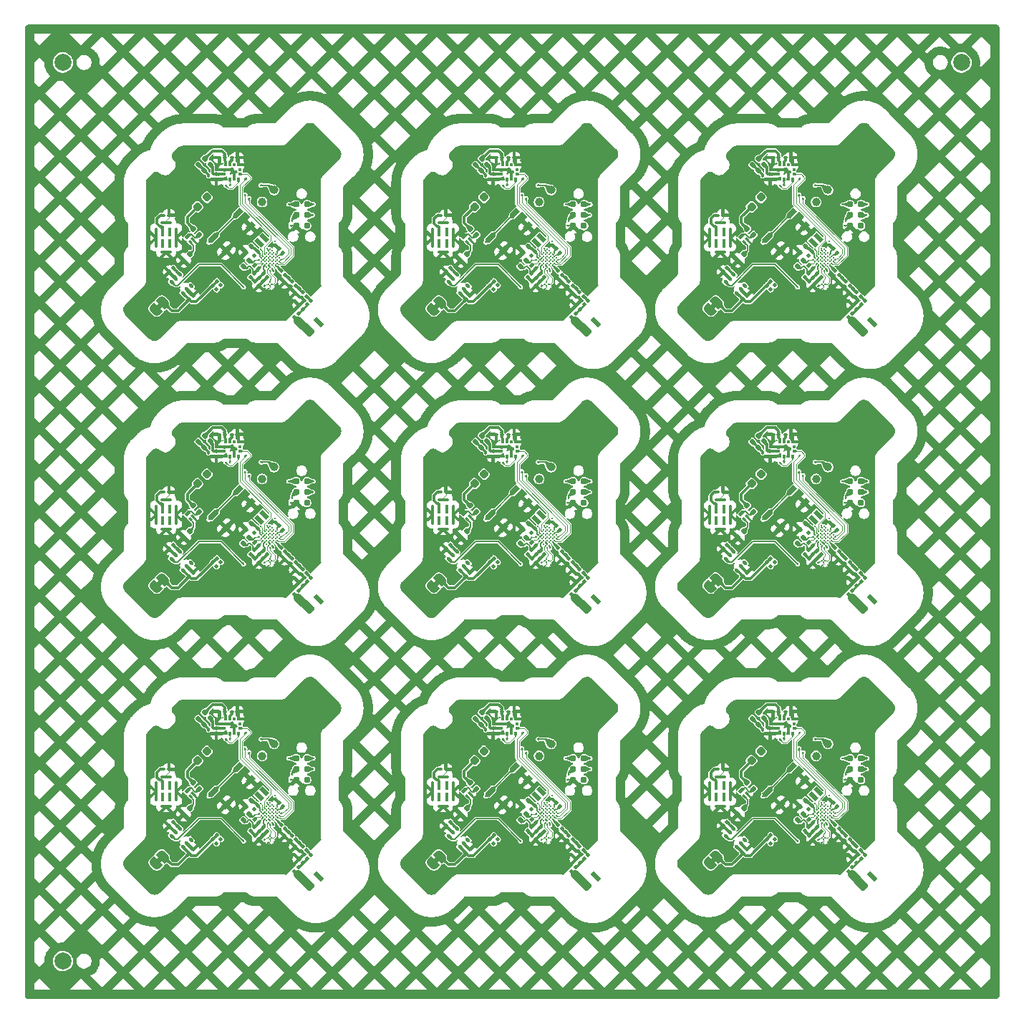
<source format=gtl>
%TF.GenerationSoftware,KiCad,Pcbnew,9.0.0-rc2-3baa6cd791~182~ubuntu24.04.1*%
%TF.CreationDate,2025-01-30T23:50:26-05:00*%
%TF.ProjectId,PCA20073_nRF54L15_Tiny_Board,50434132-3030-4373-935f-6e524635344c,rev?*%
%TF.SameCoordinates,Original*%
%TF.FileFunction,Copper,L1,Top*%
%TF.FilePolarity,Positive*%
%FSLAX46Y46*%
G04 Gerber Fmt 4.6, Leading zero omitted, Abs format (unit mm)*
G04 Created by KiCad (PCBNEW 9.0.0-rc2-3baa6cd791~182~ubuntu24.04.1) date 2025-01-30 23:50:26*
%MOMM*%
%LPD*%
G01*
G04 APERTURE LIST*
G04 Aperture macros list*
%AMRoundRect*
0 Rectangle with rounded corners*
0 $1 Rounding radius*
0 $2 $3 $4 $5 $6 $7 $8 $9 X,Y pos of 4 corners*
0 Add a 4 corners polygon primitive as box body*
4,1,4,$2,$3,$4,$5,$6,$7,$8,$9,$2,$3,0*
0 Add four circle primitives for the rounded corners*
1,1,$1+$1,$2,$3*
1,1,$1+$1,$4,$5*
1,1,$1+$1,$6,$7*
1,1,$1+$1,$8,$9*
0 Add four rect primitives between the rounded corners*
20,1,$1+$1,$2,$3,$4,$5,0*
20,1,$1+$1,$4,$5,$6,$7,0*
20,1,$1+$1,$6,$7,$8,$9,0*
20,1,$1+$1,$8,$9,$2,$3,0*%
%AMRotRect*
0 Rectangle, with rotation*
0 The origin of the aperture is its center*
0 $1 length*
0 $2 width*
0 $3 Rotation angle, in degrees counterclockwise*
0 Add horizontal line*
21,1,$1,$2,0,0,$3*%
%AMFreePoly0*
4,1,23,0.499999,-0.750000,0.000000,-0.750000,0.000000,-0.745722,-0.065263,-0.745722,-0.191342,-0.711940,-0.304381,-0.646677,-0.396677,-0.554382,-0.461940,-0.441342,-0.495722,-0.315263,-0.495722,-0.250000,-0.500000,-0.250000,-0.500000,0.250000,-0.495722,0.250000,-0.495722,0.315263,-0.461940,0.441342,-0.396677,0.554382,-0.304381,0.646677,-0.191342,0.711940,-0.065263,0.745722,0.000000,0.745722,
0.000000,0.750000,0.499999,0.750000,0.499999,-0.750000,0.499999,-0.750000,$1*%
%AMFreePoly1*
4,1,23,0.000000,0.745722,0.065263,0.745722,0.191342,0.711940,0.304381,0.646677,0.396677,0.554382,0.461940,0.441342,0.495722,0.315263,0.495722,0.250000,0.500000,0.250000,0.500000,-0.250000,0.495722,-0.250000,0.495722,-0.315263,0.461940,-0.441342,0.396677,-0.554382,0.304381,-0.646677,0.191342,-0.711940,0.065263,-0.745722,0.000000,-0.745722,0.000000,-0.750000,-0.499999,-0.750000,
-0.499999,0.750000,0.000000,0.750000,0.000000,0.745722,0.000000,0.745722,$1*%
G04 Aperture macros list end*
%TA.AperFunction,EtchedComponent*%
%ADD10C,0.000000*%
%TD*%
%TA.AperFunction,SMDPad,CuDef*%
%ADD11RoundRect,0.100000X0.021213X0.162635X-0.162635X-0.021213X-0.021213X-0.162635X0.162635X0.021213X0*%
%TD*%
%TA.AperFunction,SMDPad,CuDef*%
%ADD12RoundRect,0.100000X-0.229810X0.088388X0.088388X-0.229810X0.229810X-0.088388X-0.088388X0.229810X0*%
%TD*%
%TA.AperFunction,SMDPad,CuDef*%
%ADD13RoundRect,0.100000X-0.162635X0.021213X0.021213X-0.162635X0.162635X-0.021213X-0.021213X0.162635X0*%
%TD*%
%TA.AperFunction,SMDPad,CuDef*%
%ADD14RoundRect,0.075000X-0.282843X0.530330X-0.530330X0.282843X0.282843X-0.530330X0.530330X-0.282843X0*%
%TD*%
%TA.AperFunction,SMDPad,CuDef*%
%ADD15RoundRect,0.150000X0.000000X0.494975X-0.494975X0.000000X0.000000X-0.494975X0.494975X0.000000X0*%
%TD*%
%TA.AperFunction,SMDPad,CuDef*%
%ADD16RotRect,0.250000X0.400000X45.000000*%
%TD*%
%TA.AperFunction,SMDPad,CuDef*%
%ADD17RotRect,0.700000X0.400000X45.000000*%
%TD*%
%TA.AperFunction,SMDPad,CuDef*%
%ADD18RoundRect,0.147500X0.017678X-0.226274X0.226274X-0.017678X-0.017678X0.226274X-0.226274X0.017678X0*%
%TD*%
%TA.AperFunction,SMDPad,CuDef*%
%ADD19RoundRect,0.100000X0.162635X-0.021213X-0.021213X0.162635X-0.162635X0.021213X0.021213X-0.162635X0*%
%TD*%
%TA.AperFunction,SMDPad,CuDef*%
%ADD20C,1.000000*%
%TD*%
%TA.AperFunction,SMDPad,CuDef*%
%ADD21RoundRect,0.060000X-0.140000X-0.415000X0.140000X-0.415000X0.140000X0.415000X-0.140000X0.415000X0*%
%TD*%
%TA.AperFunction,SMDPad,CuDef*%
%ADD22RoundRect,0.052500X-0.122500X1.097500X-0.122500X-1.097500X0.122500X-1.097500X0.122500X1.097500X0*%
%TD*%
%TA.AperFunction,SMDPad,CuDef*%
%ADD23RoundRect,0.052500X0.597500X0.122500X-0.597500X0.122500X-0.597500X-0.122500X0.597500X-0.122500X0*%
%TD*%
%TA.AperFunction,SMDPad,CuDef*%
%ADD24RoundRect,0.135000X-0.035355X0.226274X-0.226274X0.035355X0.035355X-0.226274X0.226274X-0.035355X0*%
%TD*%
%TA.AperFunction,SMDPad,CuDef*%
%ADD25RoundRect,0.135000X-0.226274X-0.035355X-0.035355X-0.226274X0.226274X0.035355X0.035355X0.226274X0*%
%TD*%
%TA.AperFunction,SMDPad,CuDef*%
%ADD26RoundRect,0.100000X-0.021213X-0.162635X0.162635X0.021213X0.021213X0.162635X-0.162635X-0.021213X0*%
%TD*%
%TA.AperFunction,SMDPad,CuDef*%
%ADD27RoundRect,0.100000X0.130000X0.100000X-0.130000X0.100000X-0.130000X-0.100000X0.130000X-0.100000X0*%
%TD*%
%TA.AperFunction,SMDPad,CuDef*%
%ADD28RoundRect,0.140000X-0.021213X0.219203X-0.219203X0.021213X0.021213X-0.219203X0.219203X-0.021213X0*%
%TD*%
%TA.AperFunction,SMDPad,CuDef*%
%ADD29RotRect,0.575000X1.114000X45.000000*%
%TD*%
%TA.AperFunction,ConnectorPad*%
%ADD30C,0.787400*%
%TD*%
%TA.AperFunction,SMDPad,CuDef*%
%ADD31RoundRect,0.218750X0.026517X-0.335876X0.335876X-0.026517X-0.026517X0.335876X-0.335876X0.026517X0*%
%TD*%
%TA.AperFunction,SMDPad,CuDef*%
%ADD32RoundRect,0.033000X0.132000X-0.162000X0.132000X0.162000X-0.132000X0.162000X-0.132000X-0.162000X0*%
%TD*%
%TA.AperFunction,SMDPad,CuDef*%
%ADD33RoundRect,0.033000X0.162000X-0.132000X0.162000X0.132000X-0.162000X0.132000X-0.162000X-0.132000X0*%
%TD*%
%TA.AperFunction,SMDPad,CuDef*%
%ADD34RoundRect,0.100000X-0.100000X0.130000X-0.100000X-0.130000X0.100000X-0.130000X0.100000X0.130000X0*%
%TD*%
%TA.AperFunction,SMDPad,CuDef*%
%ADD35C,0.200000*%
%TD*%
%TA.AperFunction,SMDPad,CuDef*%
%ADD36RoundRect,0.100000X-0.130000X-0.100000X0.130000X-0.100000X0.130000X0.100000X-0.130000X0.100000X0*%
%TD*%
%TA.AperFunction,SMDPad,CuDef*%
%ADD37FreePoly0,45.000000*%
%TD*%
%TA.AperFunction,SMDPad,CuDef*%
%ADD38FreePoly1,45.000000*%
%TD*%
%TA.AperFunction,SMDPad,CuDef*%
%ADD39RotRect,1.050000X0.650000X45.000000*%
%TD*%
%TA.AperFunction,SMDPad,CuDef*%
%ADD40C,0.175000*%
%TD*%
%TA.AperFunction,SMDPad,CuDef*%
%ADD41C,2.000000*%
%TD*%
%TA.AperFunction,ViaPad*%
%ADD42C,0.250000*%
%TD*%
%TA.AperFunction,ViaPad*%
%ADD43C,0.300000*%
%TD*%
%TA.AperFunction,ViaPad*%
%ADD44C,0.600000*%
%TD*%
%TA.AperFunction,Conductor*%
%ADD45C,0.100000*%
%TD*%
%TA.AperFunction,Conductor*%
%ADD46C,0.150000*%
%TD*%
%TA.AperFunction,Conductor*%
%ADD47C,0.075000*%
%TD*%
%TA.AperFunction,Conductor*%
%ADD48C,0.300000*%
%TD*%
%TA.AperFunction,Conductor*%
%ADD49C,1.000000*%
%TD*%
%TA.AperFunction,Conductor*%
%ADD50C,0.292621*%
%TD*%
G04 APERTURE END LIST*
D10*
%TA.AperFunction,EtchedComponent*%
%TO.C,JP1*%
G36*
X139908653Y-119321448D02*
G01*
X139555099Y-119675002D01*
X139130835Y-119250738D01*
X139484389Y-118897184D01*
X139908653Y-119321448D01*
G37*
%TD.AperFunction*%
%TA.AperFunction,EtchedComponent*%
G36*
X107159916Y-119321448D02*
G01*
X106806362Y-119675002D01*
X106382098Y-119250738D01*
X106735652Y-118897184D01*
X107159916Y-119321448D01*
G37*
%TD.AperFunction*%
%TA.AperFunction,EtchedComponent*%
G36*
X139908653Y-53823974D02*
G01*
X139555099Y-54177528D01*
X139130835Y-53753264D01*
X139484389Y-53399710D01*
X139908653Y-53823974D01*
G37*
%TD.AperFunction*%
%TA.AperFunction,EtchedComponent*%
G36*
X172657390Y-119321448D02*
G01*
X172303836Y-119675002D01*
X171879572Y-119250738D01*
X172233126Y-118897184D01*
X172657390Y-119321448D01*
G37*
%TD.AperFunction*%
%TA.AperFunction,EtchedComponent*%
G36*
X172657390Y-86572711D02*
G01*
X172303836Y-86926265D01*
X171879572Y-86502001D01*
X172233126Y-86148447D01*
X172657390Y-86572711D01*
G37*
%TD.AperFunction*%
%TA.AperFunction,EtchedComponent*%
G36*
X107159916Y-86572711D02*
G01*
X106806362Y-86926265D01*
X106382098Y-86502001D01*
X106735652Y-86148447D01*
X107159916Y-86572711D01*
G37*
%TD.AperFunction*%
%TA.AperFunction,EtchedComponent*%
G36*
X107159916Y-53823974D02*
G01*
X106806362Y-54177528D01*
X106382098Y-53753264D01*
X106735652Y-53399710D01*
X107159916Y-53823974D01*
G37*
%TD.AperFunction*%
%TA.AperFunction,EtchedComponent*%
G36*
X139908653Y-86572711D02*
G01*
X139555099Y-86926265D01*
X139130835Y-86502001D01*
X139484389Y-86148447D01*
X139908653Y-86572711D01*
G37*
%TD.AperFunction*%
%TA.AperFunction,EtchedComponent*%
G36*
X172657390Y-53823974D02*
G01*
X172303836Y-54177528D01*
X171879572Y-53753264D01*
X172233126Y-53399710D01*
X172657390Y-53823974D01*
G37*
%TD.AperFunction*%
%TD*%
D11*
%TO.P,C4,1*%
%TO.N,Board_1-/VDD_LS*%
X141167303Y-49284348D03*
%TO.P,C4,2*%
%TO.N,Board_1-GND*%
X140714755Y-49736896D03*
%TD*%
D12*
%TO.P,U2,1,OUT*%
%TO.N,Board_7-/VDD_LS*%
X141923907Y-115538426D03*
%TO.P,U2,2,GND*%
%TO.N,Board_7-GND*%
X141464288Y-115998046D03*
%TO.P,U2,3,~{ON}*%
%TO.N,Board_7-/LSW*%
X141004668Y-116457665D03*
%TO.P,U2,4,IN*%
%TO.N,Board_7-VDD*%
X142348171Y-117801168D03*
%TO.P,U2,5,GND*%
%TO.N,Board_7-GND*%
X142807790Y-117341548D03*
%TO.P,U2,6,NC*%
%TO.N,Board_7-unconnected-(U2-NC-Pad6)*%
X143267410Y-116881929D03*
%TD*%
D13*
%TO.P,L2,1*%
%TO.N,Board_5-Net-(U1-ANT)*%
X186679318Y-82379567D03*
%TO.P,L2,2*%
%TO.N,Board_5-Net-(C6-Pad1)*%
X187131866Y-82832115D03*
%TD*%
D14*
%TO.P,AE1,1,FEED*%
%TO.N,Board_7-unconnected-(AE1-FEED-Pad1)*%
X158349998Y-121244778D03*
D15*
%TO.P,AE1,2,PCB_Trace*%
%TO.N,Board_7-Net-(AE1-PCB_Trace)*%
X157253982Y-122340794D03*
%TD*%
D16*
%TO.P,Q1,1,G*%
%TO.N,Board_2-/LED*%
X175927759Y-46240253D03*
%TO.P,Q1,2,S*%
%TO.N,Board_2-GND*%
X176245957Y-45922055D03*
D17*
%TO.P,Q1,3,D*%
%TO.N,Board_2-Net-(Q1-D)*%
X175591884Y-45586180D03*
%TD*%
D11*
%TO.P,C4,1*%
%TO.N,Board_0-/VDD_LS*%
X108418566Y-49284348D03*
%TO.P,C4,2*%
%TO.N,Board_0-GND*%
X107966018Y-49736896D03*
%TD*%
D18*
%TO.P,L1,1*%
%TO.N,Board_3-Net-(U1-DECD)*%
X116733293Y-81841318D03*
%TO.P,L1,2*%
%TO.N,Board_3-Net-(U1-DCC)*%
X117419187Y-81155424D03*
%TD*%
D13*
%TO.P,L3,1*%
%TO.N,Board_4-Net-(C6-Pad1)*%
X155203373Y-83652360D03*
%TO.P,L3,2*%
%TO.N,Board_4-Net-(C9-Pad1)*%
X155655921Y-84104908D03*
%TD*%
D19*
%TO.P,L18,1*%
%TO.N,Board_6-Net-(L18-Pad1)*%
X123748641Y-119646716D03*
%TO.P,L18,2*%
%TO.N,Board_6-GND*%
X123296093Y-119194168D03*
%TD*%
D20*
%TO.P,TP1,1,1*%
%TO.N,Board_6-/UART_TX*%
X118933244Y-106982434D03*
%TD*%
D21*
%TO.P,MK1,1,VDD*%
%TO.N,Board_2-/VDD_LS*%
X172633170Y-45018762D03*
%TO.P,MK1,2,SEL*%
%TO.N,Board_2-GND*%
X172633170Y-46368762D03*
%TO.P,MK1,3,CLOCK*%
%TO.N,Board_2-/PDM_CLK*%
X173533170Y-46368762D03*
%TO.P,MK1,4,DATA*%
%TO.N,Board_2-/PDM_DATA*%
X173533170Y-45018762D03*
D22*
%TO.P,MK1,5,GND*%
%TO.N,Board_2-GND*%
X171858170Y-45693762D03*
D23*
X173083170Y-43968762D03*
X173083170Y-47418762D03*
D22*
X174308170Y-45693762D03*
%TD*%
D13*
%TO.P,R2,1*%
%TO.N,Board_6-VDD*%
X113092542Y-116853645D03*
%TO.P,R2,2*%
%TO.N,Board_6-/SDA*%
X113545090Y-117306193D03*
%TD*%
D11*
%TO.P,L7,1*%
%TO.N,Board_0-Net-(L18-Pad1)*%
X123232453Y-54665431D03*
%TO.P,L7,2*%
%TO.N,Board_0-Net-(AE1-PCB_Trace)*%
X122779905Y-55117979D03*
%TD*%
D13*
%TO.P,L2,1*%
%TO.N,Board_0-Net-(U1-ANT)*%
X121181844Y-49630830D03*
%TO.P,L2,2*%
%TO.N,Board_0-Net-(C6-Pad1)*%
X121634392Y-50083378D03*
%TD*%
D24*
%TO.P,JP3,1,A*%
%TO.N,Board_4-Net-(JP3-A)*%
X144893755Y-69128387D03*
%TO.P,JP3,2,B*%
%TO.N,Board_4-/VDD_LS*%
X144172507Y-69849635D03*
%TD*%
D25*
%TO.P,R1,1*%
%TO.N,Board_8-Net-(D1-K)*%
X176291919Y-110157344D03*
%TO.P,R1,2*%
%TO.N,Board_8-Net-(Q1-D)*%
X177013167Y-110878592D03*
%TD*%
D18*
%TO.P,L1,1*%
%TO.N,Board_2-Net-(U1-DECD)*%
X182230767Y-49092581D03*
%TO.P,L1,2*%
%TO.N,Board_2-Net-(U1-DCC)*%
X182916661Y-48406687D03*
%TD*%
D26*
%TO.P,FB1,1*%
%TO.N,Board_1-Net-(U1-DECA)*%
X150319952Y-50361837D03*
%TO.P,FB1,2*%
%TO.N,Board_1-Net-(U1-DECD)*%
X150772500Y-49909289D03*
%TD*%
D27*
%TO.P,C17,1*%
%TO.N,Board_3-Net-(JP3-A)*%
X114508557Y-68979894D03*
%TO.P,C17,2*%
%TO.N,Board_3-GND*%
X113868557Y-68979894D03*
%TD*%
D28*
%TO.P,C10,1*%
%TO.N,Board_7-VDD*%
X150430402Y-112236238D03*
%TO.P,C10,2*%
%TO.N,Board_7-GND*%
X149751580Y-112915060D03*
%TD*%
D13*
%TO.P,C12,1*%
%TO.N,Board_0-Net-(U1-DECA)*%
X118575307Y-50418406D03*
%TO.P,C12,2*%
%TO.N,Board_0-GND*%
X119027855Y-50870954D03*
%TD*%
D24*
%TO.P,R4,1*%
%TO.N,Board_1-/LED*%
X143125988Y-47665074D03*
%TO.P,R4,2*%
%TO.N,Board_1-GND*%
X142404740Y-48386322D03*
%TD*%
D29*
%TO.P,Y1,1,1*%
%TO.N,Board_8-/LFCLK1*%
X184092706Y-111781554D03*
%TO.P,Y1,2,2*%
%TO.N,Board_8-Net-(U1-P1.00)*%
X184676070Y-111198190D03*
%TD*%
D13*
%TO.P,C2,1*%
%TO.N,Board_2-Net-(U1-DECA)*%
X183577806Y-50913381D03*
%TO.P,C2,2*%
%TO.N,Board_2-GND*%
X184030354Y-51365929D03*
%TD*%
D30*
%TO.P,J1,1,VCC*%
%TO.N,Board_1-VDD*%
X155713886Y-41770595D03*
%TO.P,J1,2,SWDIO*%
%TO.N,Board_1-Net-(J1-SWDIO)*%
X156983886Y-41770595D03*
%TO.P,J1,3,~{RESET}*%
%TO.N,Board_1-Net-(J1-~{RESET})*%
X155713886Y-43040595D03*
%TO.P,J1,4,SWCLK*%
%TO.N,Board_1-Net-(J1-SWCLK)*%
X156983886Y-43040595D03*
%TO.P,J1,5,GND*%
%TO.N,Board_1-GND*%
X155713886Y-44310595D03*
%TO.P,J1,6,SWO*%
%TO.N,Board_1-unconnected-(J1-SWO-Pad6)*%
X156983886Y-44310595D03*
%TD*%
D31*
%TO.P,D1,1,K*%
%TO.N,Board_7-Net-(D1-K)*%
X144054066Y-107539281D03*
%TO.P,D1,2,A*%
%TO.N,Board_7-VDD*%
X145167760Y-106425587D03*
%TD*%
D11*
%TO.P,C9,1*%
%TO.N,Board_4-Net-(C9-Pad1)*%
X156066043Y-84515030D03*
%TO.P,C9,2*%
%TO.N,Board_4-GND*%
X155613495Y-84967578D03*
%TD*%
D20*
%TO.P,TP1,1,1*%
%TO.N,Board_3-/UART_TX*%
X118933244Y-74233697D03*
%TD*%
D13*
%TO.P,R3,1*%
%TO.N,Board_3-VDD*%
X113587517Y-83609933D03*
%TO.P,R3,2*%
%TO.N,Board_3-/SCL*%
X114040065Y-84062481D03*
%TD*%
D11*
%TO.P,C6,1*%
%TO.N,Board_5-Net-(C6-Pad1)*%
X187541988Y-83242238D03*
%TO.P,C6,2*%
%TO.N,Board_5-GND*%
X187089440Y-83694786D03*
%TD*%
D26*
%TO.P,FB1,1*%
%TO.N,Board_8-Net-(U1-DECA)*%
X183068689Y-115859311D03*
%TO.P,FB1,2*%
%TO.N,Board_8-Net-(U1-DECD)*%
X183521237Y-115406763D03*
%TD*%
D13*
%TO.P,L4,1*%
%TO.N,Board_5-Net-(C9-Pad1)*%
X189224902Y-84925152D03*
%TO.P,L4,2*%
%TO.N,Board_5-Net-(L4-Pad2)*%
X189677450Y-85377700D03*
%TD*%
%TO.P,C2,1*%
%TO.N,Board_1-Net-(U1-DECA)*%
X150829069Y-50913381D03*
%TO.P,C2,2*%
%TO.N,Board_1-GND*%
X151281617Y-51365929D03*
%TD*%
D32*
%TO.P,U3,1,SCLK*%
%TO.N,Board_6-GND*%
X114647710Y-104306900D03*
%TO.P,U3,2,MOSI/SDA*%
%TO.N,Board_6-/SDA*%
X115147710Y-104306900D03*
%TO.P,U3,3,MISO/ASEL*%
%TO.N,Board_6-GND*%
X115647710Y-104306900D03*
%TO.P,U3,4,~{CS}/SCL*%
%TO.N,Board_6-/SCL*%
X116147710Y-104306900D03*
D33*
%TO.P,U3,5,INT1*%
%TO.N,Board_6-/INT1*%
X116312110Y-103696900D03*
%TO.P,U3,6,INT2*%
%TO.N,Board_6-/INT2*%
X116312110Y-103196900D03*
D32*
%TO.P,U3,7,GND*%
%TO.N,Board_6-GND*%
X116147710Y-102586900D03*
%TO.P,U3,8,ADC_IN*%
%TO.N,Board_6-unconnected-(U3-ADC_IN-Pad8)*%
X115647710Y-102586900D03*
%TO.P,U3,9,V_{REG_OUT}*%
%TO.N,Board_6-Net-(U3-V_{REG_OUT})*%
X115147710Y-102586900D03*
%TO.P,U3,10,V_{S}*%
%TO.N,Board_6-Net-(JP3-A)*%
X114647710Y-102586900D03*
D33*
%TO.P,U3,11,GND*%
%TO.N,Board_6-GND*%
X114483310Y-103196900D03*
%TO.P,U3,12,V_{DDIO}*%
%TO.N,Board_6-Net-(JP2-A)*%
X114483310Y-103696900D03*
%TD*%
D28*
%TO.P,C10,1*%
%TO.N,Board_6-VDD*%
X117681665Y-112236238D03*
%TO.P,C10,2*%
%TO.N,Board_6-GND*%
X117002843Y-112915060D03*
%TD*%
D34*
%TO.P,C16,1*%
%TO.N,Board_5-Net-(JP2-A)*%
X179000138Y-70943849D03*
%TO.P,C16,2*%
%TO.N,Board_5-GND*%
X179000138Y-71583849D03*
%TD*%
D35*
%TO.P,U1,A1,XC1*%
%TO.N,Board_4-Net-(U1-XC1)*%
X152644494Y-82347889D03*
%TO.P,U1,A2,XC2*%
%TO.N,Board_4-Net-(U1-XC2)*%
X152432362Y-82135757D03*
%TO.P,U1,A3,P1.12*%
%TO.N,Board_4-/UART_RX*%
X152220230Y-81923625D03*
%TO.P,U1,A4,DECA*%
%TO.N,Board_4-Net-(U1-DECA)*%
X152008098Y-81711493D03*
%TO.P,U1,A5,DECD*%
%TO.N,Board_4-Net-(U1-DECD)*%
X151795966Y-81499361D03*
%TO.P,U1,A6,VSS*%
%TO.N,Board_4-GND*%
X151583834Y-81287228D03*
%TO.P,U1,A7,DCC*%
%TO.N,Board_4-Net-(U1-DCC)*%
X151371702Y-81075096D03*
%TO.P,U1,B1,DECRF*%
%TO.N,Board_4-Net-(U1-DECA)*%
X152856626Y-82135757D03*
%TO.P,U1,B3,P1.09*%
%TO.N,Board_4-/LED*%
X152432362Y-81711493D03*
%TO.P,U1,B4,P1.13*%
%TO.N,Board_4-unconnected-(U1-P1.13-PadB4)*%
X152220230Y-81499361D03*
%TO.P,U1,B5,P1.14*%
%TO.N,Board_4-unconnected-(U1-P1.14-PadB5)*%
X152008098Y-81287228D03*
%TO.P,U1,B6,P1.15*%
%TO.N,Board_4-/LFCLK1*%
X151795966Y-81075096D03*
%TO.P,U1,B7,VDD*%
%TO.N,Board_4-VDD*%
X151583834Y-80862964D03*
%TO.P,U1,C2,VSS_PA*%
%TO.N,Board_4-GND*%
X152856626Y-81711493D03*
%TO.P,U1,C3,P1.10*%
%TO.N,Board_4-/LSW*%
X152644494Y-81499361D03*
%TO.P,U1,C4,P1.11*%
%TO.N,Board_4-unconnected-(U1-P1.11-PadC4)*%
X152432362Y-81287228D03*
%TO.P,U1,C5,P1.00*%
%TO.N,Board_4-Net-(U1-P1.00)*%
X152220230Y-81075096D03*
%TO.P,U1,C6,P1.01*%
%TO.N,Board_4-/LFCLK1*%
X152008098Y-80862964D03*
%TO.P,U1,C7,P1.02*%
%TO.N,Board_4-/BUTTON0*%
X151795966Y-80650832D03*
%TO.P,U1,D1,ANT*%
%TO.N,Board_4-Net-(U1-ANT)*%
X153280891Y-81711493D03*
%TO.P,U1,D2,~{RESET}*%
%TO.N,Board_4-Net-(J1-~{RESET})*%
X153068759Y-81499361D03*
%TO.P,U1,D3,P0.04*%
%TO.N,Board_4-unconnected-(U1-P0.04-PadD3)*%
X152856626Y-81287228D03*
%TO.P,U1,D4,P2.08*%
%TO.N,Board_4-unconnected-(U1-P2.08-PadD4)*%
X152644494Y-81075096D03*
%TO.P,U1,D5,P1.03*%
%TO.N,Board_4-unconnected-(U1-P1.03-PadD5)*%
X152432362Y-80862964D03*
%TO.P,U1,D6,P1.04*%
%TO.N,Board_4-/SDA*%
X152220230Y-80650832D03*
%TO.P,U1,D7,P1.06*%
%TO.N,Board_4-/INT2*%
X152008098Y-80438700D03*
%TO.P,U1,E1,P0.03*%
%TO.N,Board_4-/PDM_CLK*%
X153493023Y-81499361D03*
%TO.P,U1,E2,P0.02*%
%TO.N,Board_4-unconnected-(U1-P0.02-PadE2)*%
X153280891Y-81287228D03*
%TO.P,U1,E3,SWDCLK*%
%TO.N,Board_4-Net-(J1-SWCLK)*%
X153068759Y-81075096D03*
%TO.P,U1,E4,P2.07*%
%TO.N,Board_4-unconnected-(U1-P2.07-PadE4)*%
X152856626Y-80862964D03*
%TO.P,U1,E5,P2.03*%
%TO.N,Board_4-unconnected-(U1-P2.03-PadE5)*%
X152644494Y-80650832D03*
%TO.P,U1,E6,P1.05*%
%TO.N,Board_4-unconnected-(U1-P1.05-PadE6)*%
X152432362Y-80438700D03*
%TO.P,U1,E7,P1.07*%
%TO.N,Board_4-/UART_TX*%
X152220230Y-80226568D03*
%TO.P,U1,F1,P0.01*%
%TO.N,Board_4-/PDM_DATA*%
X153705155Y-81287228D03*
%TO.P,U1,F2,SWDIO*%
%TO.N,Board_4-Net-(J1-SWDIO)*%
X153493023Y-81075096D03*
%TO.P,U1,F3,P2.09*%
%TO.N,Board_4-unconnected-(U1-P2.09-PadF3)*%
X153280891Y-80862964D03*
%TO.P,U1,F4,P2.06*%
%TO.N,Board_4-unconnected-(U1-P2.06-PadF4)*%
X153068759Y-80650832D03*
%TO.P,U1,F5,P2.04*%
%TO.N,Board_4-unconnected-(U1-P2.04-PadF5)*%
X152856626Y-80438700D03*
%TO.P,U1,F6,P2.02*%
%TO.N,Board_4-unconnected-(U1-P2.02-PadF6)*%
X152644494Y-80226568D03*
%TO.P,U1,F7,P1.08*%
%TO.N,Board_4-/SCL*%
X152432362Y-80014436D03*
%TO.P,U1,G1,P0.00*%
%TO.N,Board_4-/INT1*%
X153917287Y-81075096D03*
%TO.P,U1,G2,P2.10*%
%TO.N,Board_4-unconnected-(U1-P2.10-PadG2)*%
X153705155Y-80862964D03*
%TO.P,U1,G3,VDD*%
%TO.N,Board_4-VDD*%
X153493023Y-80650832D03*
%TO.P,U1,G4,VSS*%
%TO.N,Board_4-GND*%
X153280891Y-80438700D03*
%TO.P,U1,G5,P2.05*%
%TO.N,Board_4-unconnected-(U1-P2.05-PadG5)*%
X153068759Y-80226568D03*
%TO.P,U1,G6,P2.00*%
%TO.N,Board_4-unconnected-(U1-P2.00-PadG6)*%
X152856626Y-80014436D03*
%TO.P,U1,G7,P2.01*%
%TO.N,Board_4-unconnected-(U1-P2.01-PadG7)*%
X152644494Y-79802304D03*
%TD*%
D13*
%TO.P,L2,1*%
%TO.N,Board_4-Net-(U1-ANT)*%
X153930581Y-82379567D03*
%TO.P,L2,2*%
%TO.N,Board_4-Net-(C6-Pad1)*%
X154383129Y-82832115D03*
%TD*%
D11*
%TO.P,C11,1*%
%TO.N,Board_0-VDD*%
X118448027Y-47363705D03*
%TO.P,C11,2*%
%TO.N,Board_0-GND*%
X117995479Y-47816253D03*
%TD*%
D13*
%TO.P,C12,1*%
%TO.N,Board_6-Net-(U1-DECA)*%
X118575307Y-115915880D03*
%TO.P,C12,2*%
%TO.N,Board_6-GND*%
X119027855Y-116368428D03*
%TD*%
D25*
%TO.P,R1,1*%
%TO.N,Board_1-Net-(D1-K)*%
X143543182Y-44659870D03*
%TO.P,R1,2*%
%TO.N,Board_1-Net-(Q1-D)*%
X144264430Y-45381118D03*
%TD*%
D13*
%TO.P,R2,1*%
%TO.N,Board_1-VDD*%
X145841279Y-51356171D03*
%TO.P,R2,2*%
%TO.N,Board_1-/SDA*%
X146293827Y-51808719D03*
%TD*%
D36*
%TO.P,C15,1*%
%TO.N,Board_8-Net-(U3-V_{REG_OUT})*%
X180843885Y-101735702D03*
%TO.P,C15,2*%
%TO.N,Board_8-GND*%
X181483885Y-101735702D03*
%TD*%
D32*
%TO.P,U3,1,SCLK*%
%TO.N,Board_1-GND*%
X147396447Y-38809426D03*
%TO.P,U3,2,MOSI/SDA*%
%TO.N,Board_1-/SDA*%
X147896447Y-38809426D03*
%TO.P,U3,3,MISO/ASEL*%
%TO.N,Board_1-GND*%
X148396447Y-38809426D03*
%TO.P,U3,4,~{CS}/SCL*%
%TO.N,Board_1-/SCL*%
X148896447Y-38809426D03*
D33*
%TO.P,U3,5,INT1*%
%TO.N,Board_1-/INT1*%
X149060847Y-38199426D03*
%TO.P,U3,6,INT2*%
%TO.N,Board_1-/INT2*%
X149060847Y-37699426D03*
D32*
%TO.P,U3,7,GND*%
%TO.N,Board_1-GND*%
X148896447Y-37089426D03*
%TO.P,U3,8,ADC_IN*%
%TO.N,Board_1-unconnected-(U3-ADC_IN-Pad8)*%
X148396447Y-37089426D03*
%TO.P,U3,9,V_{REG_OUT}*%
%TO.N,Board_1-Net-(U3-V_{REG_OUT})*%
X147896447Y-37089426D03*
%TO.P,U3,10,V_{S}*%
%TO.N,Board_1-Net-(JP3-A)*%
X147396447Y-37089426D03*
D33*
%TO.P,U3,11,GND*%
%TO.N,Board_1-GND*%
X147232047Y-37699426D03*
%TO.P,U3,12,V_{DDIO}*%
%TO.N,Board_1-Net-(JP2-A)*%
X147232047Y-38199426D03*
%TD*%
D25*
%TO.P,R1,1*%
%TO.N,Board_6-Net-(D1-K)*%
X110794445Y-110157344D03*
%TO.P,R1,2*%
%TO.N,Board_6-Net-(Q1-D)*%
X111515693Y-110878592D03*
%TD*%
D13*
%TO.P,L3,1*%
%TO.N,Board_5-Net-(C6-Pad1)*%
X187952110Y-83652360D03*
%TO.P,L3,2*%
%TO.N,Board_5-Net-(C9-Pad1)*%
X188404658Y-84104908D03*
%TD*%
D27*
%TO.P,C17,1*%
%TO.N,Board_6-Net-(JP3-A)*%
X114508557Y-101728631D03*
%TO.P,C17,2*%
%TO.N,Board_6-GND*%
X113868557Y-101728631D03*
%TD*%
D34*
%TO.P,C16,1*%
%TO.N,Board_4-Net-(JP2-A)*%
X146251401Y-70943849D03*
%TO.P,C16,2*%
%TO.N,Board_4-GND*%
X146251401Y-71583849D03*
%TD*%
D13*
%TO.P,C12,1*%
%TO.N,Board_3-Net-(U1-DECA)*%
X118575307Y-83167143D03*
%TO.P,C12,2*%
%TO.N,Board_3-GND*%
X119027855Y-83619691D03*
%TD*%
%TO.P,R3,1*%
%TO.N,Board_7-VDD*%
X146336254Y-116358670D03*
%TO.P,R3,2*%
%TO.N,Board_7-/SCL*%
X146788802Y-116811218D03*
%TD*%
D14*
%TO.P,AE1,1,FEED*%
%TO.N,Board_8-unconnected-(AE1-FEED-Pad1)*%
X191098735Y-121244778D03*
D15*
%TO.P,AE1,2,PCB_Trace*%
%TO.N,Board_8-Net-(AE1-PCB_Trace)*%
X190002719Y-122340794D03*
%TD*%
D37*
%TO.P,JP1,1,A*%
%TO.N,Board_7-Net-(BT1-+)*%
X139060125Y-119745712D03*
D38*
%TO.P,JP1,2,B*%
%TO.N,Board_7-VDD*%
X139979363Y-118826474D03*
%TD*%
D13*
%TO.P,R3,1*%
%TO.N,Board_5-VDD*%
X179084991Y-83609933D03*
%TO.P,R3,2*%
%TO.N,Board_5-/SCL*%
X179537539Y-84062481D03*
%TD*%
D37*
%TO.P,JP1,1,A*%
%TO.N,Board_6-Net-(BT1-+)*%
X106311388Y-119745712D03*
D38*
%TO.P,JP1,2,B*%
%TO.N,Board_6-VDD*%
X107230626Y-118826474D03*
%TD*%
D26*
%TO.P,FB1,1*%
%TO.N,Board_4-Net-(U1-DECA)*%
X150319952Y-83110574D03*
%TO.P,FB1,2*%
%TO.N,Board_4-Net-(U1-DECD)*%
X150772500Y-82658026D03*
%TD*%
D11*
%TO.P,C4,1*%
%TO.N,Board_6-/VDD_LS*%
X108418566Y-114781822D03*
%TO.P,C4,2*%
%TO.N,Board_6-GND*%
X107966018Y-115234370D03*
%TD*%
D32*
%TO.P,U3,1,SCLK*%
%TO.N,Board_8-GND*%
X180145184Y-104306900D03*
%TO.P,U3,2,MOSI/SDA*%
%TO.N,Board_8-/SDA*%
X180645184Y-104306900D03*
%TO.P,U3,3,MISO/ASEL*%
%TO.N,Board_8-GND*%
X181145184Y-104306900D03*
%TO.P,U3,4,~{CS}/SCL*%
%TO.N,Board_8-/SCL*%
X181645184Y-104306900D03*
D33*
%TO.P,U3,5,INT1*%
%TO.N,Board_8-/INT1*%
X181809584Y-103696900D03*
%TO.P,U3,6,INT2*%
%TO.N,Board_8-/INT2*%
X181809584Y-103196900D03*
D32*
%TO.P,U3,7,GND*%
%TO.N,Board_8-GND*%
X181645184Y-102586900D03*
%TO.P,U3,8,ADC_IN*%
%TO.N,Board_8-unconnected-(U3-ADC_IN-Pad8)*%
X181145184Y-102586900D03*
%TO.P,U3,9,V_{REG_OUT}*%
%TO.N,Board_8-Net-(U3-V_{REG_OUT})*%
X180645184Y-102586900D03*
%TO.P,U3,10,V_{S}*%
%TO.N,Board_8-Net-(JP3-A)*%
X180145184Y-102586900D03*
D33*
%TO.P,U3,11,GND*%
%TO.N,Board_8-GND*%
X179980784Y-103196900D03*
%TO.P,U3,12,V_{DDIO}*%
%TO.N,Board_8-Net-(JP2-A)*%
X179980784Y-103696900D03*
%TD*%
D24*
%TO.P,JP3,1,A*%
%TO.N,Board_8-Net-(JP3-A)*%
X177642492Y-101877124D03*
%TO.P,JP3,2,B*%
%TO.N,Board_8-/VDD_LS*%
X176921244Y-102598372D03*
%TD*%
D19*
%TO.P,C1,1*%
%TO.N,Board_6-Net-(U1-DECD)*%
X118539951Y-114890575D03*
%TO.P,C1,2*%
%TO.N,Board_6-GND*%
X118087403Y-114438027D03*
%TD*%
D36*
%TO.P,C15,1*%
%TO.N,Board_2-Net-(U3-V_{REG_OUT})*%
X180843885Y-36238228D03*
%TO.P,C15,2*%
%TO.N,Board_2-GND*%
X181483885Y-36238228D03*
%TD*%
D14*
%TO.P,AE1,1,FEED*%
%TO.N,Board_6-unconnected-(AE1-FEED-Pad1)*%
X125601261Y-121244778D03*
D15*
%TO.P,AE1,2,PCB_Trace*%
%TO.N,Board_6-Net-(AE1-PCB_Trace)*%
X124505245Y-122340794D03*
%TD*%
D11*
%TO.P,C6,1*%
%TO.N,Board_2-Net-(C6-Pad1)*%
X187541988Y-50493501D03*
%TO.P,C6,2*%
%TO.N,Board_2-GND*%
X187089440Y-50946049D03*
%TD*%
D19*
%TO.P,C1,1*%
%TO.N,Board_4-Net-(U1-DECD)*%
X151288688Y-82141838D03*
%TO.P,C1,2*%
%TO.N,Board_4-GND*%
X150836140Y-81689290D03*
%TD*%
D34*
%TO.P,C16,1*%
%TO.N,Board_6-Net-(JP2-A)*%
X113502664Y-103692586D03*
%TO.P,C16,2*%
%TO.N,Board_6-GND*%
X113502664Y-104332586D03*
%TD*%
D24*
%TO.P,JP2,1,A*%
%TO.N,Board_1-Net-(JP2-A)*%
X145558436Y-37044330D03*
%TO.P,JP2,2,B*%
%TO.N,Board_1-/VDD_LS*%
X144837188Y-37765578D03*
%TD*%
D18*
%TO.P,L1,1*%
%TO.N,Board_5-Net-(U1-DECD)*%
X182230767Y-81841318D03*
%TO.P,L1,2*%
%TO.N,Board_5-Net-(U1-DCC)*%
X182916661Y-81155424D03*
%TD*%
D13*
%TO.P,C2,1*%
%TO.N,Board_8-Net-(U1-DECA)*%
X183577806Y-116410855D03*
%TO.P,C2,2*%
%TO.N,Board_8-GND*%
X184030354Y-116863403D03*
%TD*%
D29*
%TO.P,Y1,1,1*%
%TO.N,Board_5-/LFCLK1*%
X184092706Y-79032817D03*
%TO.P,Y1,2,2*%
%TO.N,Board_5-Net-(U1-P1.00)*%
X184676070Y-78449453D03*
%TD*%
D32*
%TO.P,U3,1,SCLK*%
%TO.N,Board_0-GND*%
X114647710Y-38809426D03*
%TO.P,U3,2,MOSI/SDA*%
%TO.N,Board_0-/SDA*%
X115147710Y-38809426D03*
%TO.P,U3,3,MISO/ASEL*%
%TO.N,Board_0-GND*%
X115647710Y-38809426D03*
%TO.P,U3,4,~{CS}/SCL*%
%TO.N,Board_0-/SCL*%
X116147710Y-38809426D03*
D33*
%TO.P,U3,5,INT1*%
%TO.N,Board_0-/INT1*%
X116312110Y-38199426D03*
%TO.P,U3,6,INT2*%
%TO.N,Board_0-/INT2*%
X116312110Y-37699426D03*
D32*
%TO.P,U3,7,GND*%
%TO.N,Board_0-GND*%
X116147710Y-37089426D03*
%TO.P,U3,8,ADC_IN*%
%TO.N,Board_0-unconnected-(U3-ADC_IN-Pad8)*%
X115647710Y-37089426D03*
%TO.P,U3,9,V_{REG_OUT}*%
%TO.N,Board_0-Net-(U3-V_{REG_OUT})*%
X115147710Y-37089426D03*
%TO.P,U3,10,V_{S}*%
%TO.N,Board_0-Net-(JP3-A)*%
X114647710Y-37089426D03*
D33*
%TO.P,U3,11,GND*%
%TO.N,Board_0-GND*%
X114483310Y-37699426D03*
%TO.P,U3,12,V_{DDIO}*%
%TO.N,Board_0-Net-(JP2-A)*%
X114483310Y-38199426D03*
%TD*%
D39*
%TO.P,SW1,1,1*%
%TO.N,Board_4-/BUTTON0*%
X145919061Y-78476338D03*
X148853554Y-75541845D03*
%TO.P,SW1,2,2*%
%TO.N,Board_4-GND*%
X147439340Y-79996617D03*
X150356156Y-77079802D03*
%TD*%
D11*
%TO.P,C4,1*%
%TO.N,Board_4-/VDD_LS*%
X141167303Y-82033085D03*
%TO.P,C4,2*%
%TO.N,Board_4-GND*%
X140714755Y-82485633D03*
%TD*%
D19*
%TO.P,C8,1*%
%TO.N,Board_3-VDD*%
X121408713Y-80229367D03*
%TO.P,C8,2*%
%TO.N,Board_3-GND*%
X120956165Y-79776819D03*
%TD*%
D13*
%TO.P,C12,1*%
%TO.N,Board_2-Net-(U1-DECA)*%
X184072781Y-50418406D03*
%TO.P,C12,2*%
%TO.N,Board_2-GND*%
X184525329Y-50870954D03*
%TD*%
%TO.P,C2,1*%
%TO.N,Board_7-Net-(U1-DECA)*%
X150829069Y-116410855D03*
%TO.P,C2,2*%
%TO.N,Board_7-GND*%
X151281617Y-116863403D03*
%TD*%
D36*
%TO.P,C20,1*%
%TO.N,Board_6-/VDD_LS*%
X107285393Y-108552211D03*
%TO.P,C20,2*%
%TO.N,Board_6-GND*%
X107925393Y-108552211D03*
%TD*%
D11*
%TO.P,C4,1*%
%TO.N,Board_8-/VDD_LS*%
X173916040Y-114781822D03*
%TO.P,C4,2*%
%TO.N,Board_8-GND*%
X173463492Y-115234370D03*
%TD*%
D31*
%TO.P,D1,1,K*%
%TO.N,Board_1-Net-(D1-K)*%
X144054066Y-42041807D03*
%TO.P,D1,2,A*%
%TO.N,Board_1-VDD*%
X145167760Y-40928113D03*
%TD*%
D14*
%TO.P,AE1,1,FEED*%
%TO.N,Board_3-unconnected-(AE1-FEED-Pad1)*%
X125601261Y-88496041D03*
D15*
%TO.P,AE1,2,PCB_Trace*%
%TO.N,Board_3-Net-(AE1-PCB_Trace)*%
X124505245Y-89592057D03*
%TD*%
D13*
%TO.P,C12,1*%
%TO.N,Board_4-Net-(U1-DECA)*%
X151324044Y-83167143D03*
%TO.P,C12,2*%
%TO.N,Board_4-GND*%
X151776592Y-83619691D03*
%TD*%
%TO.P,C5,1*%
%TO.N,Board_0-Net-(U1-DECA)*%
X119077353Y-49930502D03*
%TO.P,C5,2*%
%TO.N,Board_0-GND*%
X119529901Y-50383050D03*
%TD*%
D24*
%TO.P,JP3,1,A*%
%TO.N,Board_2-Net-(JP3-A)*%
X177642492Y-36379650D03*
%TO.P,JP3,2,B*%
%TO.N,Board_2-/VDD_LS*%
X176921244Y-37100898D03*
%TD*%
D11*
%TO.P,L6,1*%
%TO.N,Board_7-Net-(L4-Pad2)*%
X157473185Y-118670909D03*
%TO.P,L6,2*%
%TO.N,Board_7-Net-(L18-Pad1)*%
X157020637Y-119123457D03*
%TD*%
%TO.P,L7,1*%
%TO.N,Board_5-Net-(L18-Pad1)*%
X188729927Y-87414168D03*
%TO.P,L7,2*%
%TO.N,Board_5-Net-(AE1-PCB_Trace)*%
X188277379Y-87866716D03*
%TD*%
D40*
%TO.P,Y2,1,1*%
%TO.N,Board_6-Net-(U1-XC1)*%
X120010734Y-116679555D03*
%TO.P,Y2,2,2*%
%TO.N,Board_6-GND*%
X119833957Y-116856332D03*
%TO.P,Y2,3,3*%
X119657180Y-116679555D03*
%TO.P,Y2,4,4*%
%TO.N,Board_6-Net-(U1-XC2)*%
X119833957Y-116502778D03*
%TD*%
D13*
%TO.P,L4,1*%
%TO.N,Board_8-Net-(C9-Pad1)*%
X189224902Y-117673889D03*
%TO.P,L4,2*%
%TO.N,Board_8-Net-(L4-Pad2)*%
X189677450Y-118126437D03*
%TD*%
D36*
%TO.P,C15,1*%
%TO.N,Board_3-Net-(U3-V_{REG_OUT})*%
X115346411Y-68986965D03*
%TO.P,C15,2*%
%TO.N,Board_3-GND*%
X115986411Y-68986965D03*
%TD*%
D24*
%TO.P,R4,1*%
%TO.N,Board_3-/LED*%
X110377251Y-80413811D03*
%TO.P,R4,2*%
%TO.N,Board_3-GND*%
X109656003Y-81135059D03*
%TD*%
D13*
%TO.P,R3,1*%
%TO.N,Board_4-VDD*%
X146336254Y-83609933D03*
%TO.P,R3,2*%
%TO.N,Board_4-/SCL*%
X146788802Y-84062481D03*
%TD*%
D28*
%TO.P,C10,1*%
%TO.N,Board_5-VDD*%
X183179139Y-79487501D03*
%TO.P,C10,2*%
%TO.N,Board_5-GND*%
X182500317Y-80166323D03*
%TD*%
%TO.P,C10,1*%
%TO.N,Board_3-VDD*%
X117681665Y-79487501D03*
%TO.P,C10,2*%
%TO.N,Board_3-GND*%
X117002843Y-80166323D03*
%TD*%
D13*
%TO.P,C5,1*%
%TO.N,Board_4-Net-(U1-DECA)*%
X151826090Y-82679239D03*
%TO.P,C5,2*%
%TO.N,Board_4-GND*%
X152278638Y-83131787D03*
%TD*%
D11*
%TO.P,C6,1*%
%TO.N,Board_7-Net-(C6-Pad1)*%
X154793251Y-115990975D03*
%TO.P,C6,2*%
%TO.N,Board_7-GND*%
X154340703Y-116443523D03*
%TD*%
D31*
%TO.P,D1,1,K*%
%TO.N,Board_5-Net-(D1-K)*%
X176802803Y-74790544D03*
%TO.P,D1,2,A*%
%TO.N,Board_5-VDD*%
X177916497Y-73676850D03*
%TD*%
D13*
%TO.P,L2,1*%
%TO.N,Board_8-Net-(U1-ANT)*%
X186679318Y-115128304D03*
%TO.P,L2,2*%
%TO.N,Board_8-Net-(C6-Pad1)*%
X187131866Y-115580852D03*
%TD*%
D32*
%TO.P,U3,1,SCLK*%
%TO.N,Board_3-GND*%
X114647710Y-71558163D03*
%TO.P,U3,2,MOSI/SDA*%
%TO.N,Board_3-/SDA*%
X115147710Y-71558163D03*
%TO.P,U3,3,MISO/ASEL*%
%TO.N,Board_3-GND*%
X115647710Y-71558163D03*
%TO.P,U3,4,~{CS}/SCL*%
%TO.N,Board_3-/SCL*%
X116147710Y-71558163D03*
D33*
%TO.P,U3,5,INT1*%
%TO.N,Board_3-/INT1*%
X116312110Y-70948163D03*
%TO.P,U3,6,INT2*%
%TO.N,Board_3-/INT2*%
X116312110Y-70448163D03*
D32*
%TO.P,U3,7,GND*%
%TO.N,Board_3-GND*%
X116147710Y-69838163D03*
%TO.P,U3,8,ADC_IN*%
%TO.N,Board_3-unconnected-(U3-ADC_IN-Pad8)*%
X115647710Y-69838163D03*
%TO.P,U3,9,V_{REG_OUT}*%
%TO.N,Board_3-Net-(U3-V_{REG_OUT})*%
X115147710Y-69838163D03*
%TO.P,U3,10,V_{S}*%
%TO.N,Board_3-Net-(JP3-A)*%
X114647710Y-69838163D03*
D33*
%TO.P,U3,11,GND*%
%TO.N,Board_3-GND*%
X114483310Y-70448163D03*
%TO.P,U3,12,V_{DDIO}*%
%TO.N,Board_3-Net-(JP2-A)*%
X114483310Y-70948163D03*
%TD*%
D19*
%TO.P,C1,1*%
%TO.N,Board_3-Net-(U1-DECD)*%
X118539951Y-82141838D03*
%TO.P,C1,2*%
%TO.N,Board_3-GND*%
X118087403Y-81689290D03*
%TD*%
%TO.P,C8,1*%
%TO.N,Board_4-VDD*%
X154157450Y-80229367D03*
%TO.P,C8,2*%
%TO.N,Board_4-GND*%
X153704902Y-79776819D03*
%TD*%
D26*
%TO.P,C3,1*%
%TO.N,Board_6-VDD*%
X110313613Y-118501203D03*
%TO.P,C3,2*%
%TO.N,Board_6-GND*%
X110766161Y-118048655D03*
%TD*%
D20*
%TO.P,TP1,1,1*%
%TO.N,Board_7-/UART_TX*%
X151681981Y-106982434D03*
%TD*%
D30*
%TO.P,J1,1,VCC*%
%TO.N,Board_5-VDD*%
X188462623Y-74519332D03*
%TO.P,J1,2,SWDIO*%
%TO.N,Board_5-Net-(J1-SWDIO)*%
X189732623Y-74519332D03*
%TO.P,J1,3,~{RESET}*%
%TO.N,Board_5-Net-(J1-~{RESET})*%
X188462623Y-75789332D03*
%TO.P,J1,4,SWCLK*%
%TO.N,Board_5-Net-(J1-SWCLK)*%
X189732623Y-75789332D03*
%TO.P,J1,5,GND*%
%TO.N,Board_5-GND*%
X188462623Y-77059332D03*
%TO.P,J1,6,SWO*%
%TO.N,Board_5-unconnected-(J1-SWO-Pad6)*%
X189732623Y-77059332D03*
%TD*%
D18*
%TO.P,L1,1*%
%TO.N,Board_4-Net-(U1-DECD)*%
X149482030Y-81841318D03*
%TO.P,L1,2*%
%TO.N,Board_4-Net-(U1-DCC)*%
X150167924Y-81155424D03*
%TD*%
D29*
%TO.P,Y1,1,1*%
%TO.N,Board_4-/LFCLK1*%
X151343969Y-79032817D03*
%TO.P,Y1,2,2*%
%TO.N,Board_4-Net-(U1-P1.00)*%
X151927333Y-78449453D03*
%TD*%
D13*
%TO.P,C2,1*%
%TO.N,Board_4-Net-(U1-DECA)*%
X150829069Y-83662118D03*
%TO.P,C2,2*%
%TO.N,Board_4-GND*%
X151281617Y-84114666D03*
%TD*%
D20*
%TO.P,TP1,1,1*%
%TO.N,Board_8-/UART_TX*%
X184430718Y-106982434D03*
%TD*%
D11*
%TO.P,C9,1*%
%TO.N,Board_6-Net-(C9-Pad1)*%
X123317306Y-117263767D03*
%TO.P,C9,2*%
%TO.N,Board_6-GND*%
X122864758Y-117716315D03*
%TD*%
D13*
%TO.P,C2,1*%
%TO.N,Board_6-Net-(U1-DECA)*%
X118080332Y-116410855D03*
%TO.P,C2,2*%
%TO.N,Board_6-GND*%
X118532880Y-116863403D03*
%TD*%
D35*
%TO.P,U1,A1,XC1*%
%TO.N,Board_5-Net-(U1-XC1)*%
X185393231Y-82347889D03*
%TO.P,U1,A2,XC2*%
%TO.N,Board_5-Net-(U1-XC2)*%
X185181099Y-82135757D03*
%TO.P,U1,A3,P1.12*%
%TO.N,Board_5-/UART_RX*%
X184968967Y-81923625D03*
%TO.P,U1,A4,DECA*%
%TO.N,Board_5-Net-(U1-DECA)*%
X184756835Y-81711493D03*
%TO.P,U1,A5,DECD*%
%TO.N,Board_5-Net-(U1-DECD)*%
X184544703Y-81499361D03*
%TO.P,U1,A6,VSS*%
%TO.N,Board_5-GND*%
X184332571Y-81287228D03*
%TO.P,U1,A7,DCC*%
%TO.N,Board_5-Net-(U1-DCC)*%
X184120439Y-81075096D03*
%TO.P,U1,B1,DECRF*%
%TO.N,Board_5-Net-(U1-DECA)*%
X185605363Y-82135757D03*
%TO.P,U1,B3,P1.09*%
%TO.N,Board_5-/LED*%
X185181099Y-81711493D03*
%TO.P,U1,B4,P1.13*%
%TO.N,Board_5-unconnected-(U1-P1.13-PadB4)*%
X184968967Y-81499361D03*
%TO.P,U1,B5,P1.14*%
%TO.N,Board_5-unconnected-(U1-P1.14-PadB5)*%
X184756835Y-81287228D03*
%TO.P,U1,B6,P1.15*%
%TO.N,Board_5-/LFCLK1*%
X184544703Y-81075096D03*
%TO.P,U1,B7,VDD*%
%TO.N,Board_5-VDD*%
X184332571Y-80862964D03*
%TO.P,U1,C2,VSS_PA*%
%TO.N,Board_5-GND*%
X185605363Y-81711493D03*
%TO.P,U1,C3,P1.10*%
%TO.N,Board_5-/LSW*%
X185393231Y-81499361D03*
%TO.P,U1,C4,P1.11*%
%TO.N,Board_5-unconnected-(U1-P1.11-PadC4)*%
X185181099Y-81287228D03*
%TO.P,U1,C5,P1.00*%
%TO.N,Board_5-Net-(U1-P1.00)*%
X184968967Y-81075096D03*
%TO.P,U1,C6,P1.01*%
%TO.N,Board_5-/LFCLK1*%
X184756835Y-80862964D03*
%TO.P,U1,C7,P1.02*%
%TO.N,Board_5-/BUTTON0*%
X184544703Y-80650832D03*
%TO.P,U1,D1,ANT*%
%TO.N,Board_5-Net-(U1-ANT)*%
X186029628Y-81711493D03*
%TO.P,U1,D2,~{RESET}*%
%TO.N,Board_5-Net-(J1-~{RESET})*%
X185817496Y-81499361D03*
%TO.P,U1,D3,P0.04*%
%TO.N,Board_5-unconnected-(U1-P0.04-PadD3)*%
X185605363Y-81287228D03*
%TO.P,U1,D4,P2.08*%
%TO.N,Board_5-unconnected-(U1-P2.08-PadD4)*%
X185393231Y-81075096D03*
%TO.P,U1,D5,P1.03*%
%TO.N,Board_5-unconnected-(U1-P1.03-PadD5)*%
X185181099Y-80862964D03*
%TO.P,U1,D6,P1.04*%
%TO.N,Board_5-/SDA*%
X184968967Y-80650832D03*
%TO.P,U1,D7,P1.06*%
%TO.N,Board_5-/INT2*%
X184756835Y-80438700D03*
%TO.P,U1,E1,P0.03*%
%TO.N,Board_5-/PDM_CLK*%
X186241760Y-81499361D03*
%TO.P,U1,E2,P0.02*%
%TO.N,Board_5-unconnected-(U1-P0.02-PadE2)*%
X186029628Y-81287228D03*
%TO.P,U1,E3,SWDCLK*%
%TO.N,Board_5-Net-(J1-SWCLK)*%
X185817496Y-81075096D03*
%TO.P,U1,E4,P2.07*%
%TO.N,Board_5-unconnected-(U1-P2.07-PadE4)*%
X185605363Y-80862964D03*
%TO.P,U1,E5,P2.03*%
%TO.N,Board_5-unconnected-(U1-P2.03-PadE5)*%
X185393231Y-80650832D03*
%TO.P,U1,E6,P1.05*%
%TO.N,Board_5-unconnected-(U1-P1.05-PadE6)*%
X185181099Y-80438700D03*
%TO.P,U1,E7,P1.07*%
%TO.N,Board_5-/UART_TX*%
X184968967Y-80226568D03*
%TO.P,U1,F1,P0.01*%
%TO.N,Board_5-/PDM_DATA*%
X186453892Y-81287228D03*
%TO.P,U1,F2,SWDIO*%
%TO.N,Board_5-Net-(J1-SWDIO)*%
X186241760Y-81075096D03*
%TO.P,U1,F3,P2.09*%
%TO.N,Board_5-unconnected-(U1-P2.09-PadF3)*%
X186029628Y-80862964D03*
%TO.P,U1,F4,P2.06*%
%TO.N,Board_5-unconnected-(U1-P2.06-PadF4)*%
X185817496Y-80650832D03*
%TO.P,U1,F5,P2.04*%
%TO.N,Board_5-unconnected-(U1-P2.04-PadF5)*%
X185605363Y-80438700D03*
%TO.P,U1,F6,P2.02*%
%TO.N,Board_5-unconnected-(U1-P2.02-PadF6)*%
X185393231Y-80226568D03*
%TO.P,U1,F7,P1.08*%
%TO.N,Board_5-/SCL*%
X185181099Y-80014436D03*
%TO.P,U1,G1,P0.00*%
%TO.N,Board_5-/INT1*%
X186666024Y-81075096D03*
%TO.P,U1,G2,P2.10*%
%TO.N,Board_5-unconnected-(U1-P2.10-PadG2)*%
X186453892Y-80862964D03*
%TO.P,U1,G3,VDD*%
%TO.N,Board_5-VDD*%
X186241760Y-80650832D03*
%TO.P,U1,G4,VSS*%
%TO.N,Board_5-GND*%
X186029628Y-80438700D03*
%TO.P,U1,G5,P2.05*%
%TO.N,Board_5-unconnected-(U1-P2.05-PadG5)*%
X185817496Y-80226568D03*
%TO.P,U1,G6,P2.00*%
%TO.N,Board_5-unconnected-(U1-P2.00-PadG6)*%
X185605363Y-80014436D03*
%TO.P,U1,G7,P2.01*%
%TO.N,Board_5-unconnected-(U1-P2.01-PadG7)*%
X185393231Y-79802304D03*
%TD*%
D30*
%TO.P,J1,1,VCC*%
%TO.N,Board_6-VDD*%
X122965149Y-107268069D03*
%TO.P,J1,2,SWDIO*%
%TO.N,Board_6-Net-(J1-SWDIO)*%
X124235149Y-107268069D03*
%TO.P,J1,3,~{RESET}*%
%TO.N,Board_6-Net-(J1-~{RESET})*%
X122965149Y-108538069D03*
%TO.P,J1,4,SWCLK*%
%TO.N,Board_6-Net-(J1-SWCLK)*%
X124235149Y-108538069D03*
%TO.P,J1,5,GND*%
%TO.N,Board_6-GND*%
X122965149Y-109808069D03*
%TO.P,J1,6,SWO*%
%TO.N,Board_6-unconnected-(J1-SWO-Pad6)*%
X124235149Y-109808069D03*
%TD*%
D32*
%TO.P,U3,1,SCLK*%
%TO.N,Board_4-GND*%
X147396447Y-71558163D03*
%TO.P,U3,2,MOSI/SDA*%
%TO.N,Board_4-/SDA*%
X147896447Y-71558163D03*
%TO.P,U3,3,MISO/ASEL*%
%TO.N,Board_4-GND*%
X148396447Y-71558163D03*
%TO.P,U3,4,~{CS}/SCL*%
%TO.N,Board_4-/SCL*%
X148896447Y-71558163D03*
D33*
%TO.P,U3,5,INT1*%
%TO.N,Board_4-/INT1*%
X149060847Y-70948163D03*
%TO.P,U3,6,INT2*%
%TO.N,Board_4-/INT2*%
X149060847Y-70448163D03*
D32*
%TO.P,U3,7,GND*%
%TO.N,Board_4-GND*%
X148896447Y-69838163D03*
%TO.P,U3,8,ADC_IN*%
%TO.N,Board_4-unconnected-(U3-ADC_IN-Pad8)*%
X148396447Y-69838163D03*
%TO.P,U3,9,V_{REG_OUT}*%
%TO.N,Board_4-Net-(U3-V_{REG_OUT})*%
X147896447Y-69838163D03*
%TO.P,U3,10,V_{S}*%
%TO.N,Board_4-Net-(JP3-A)*%
X147396447Y-69838163D03*
D33*
%TO.P,U3,11,GND*%
%TO.N,Board_4-GND*%
X147232047Y-70448163D03*
%TO.P,U3,12,V_{DDIO}*%
%TO.N,Board_4-Net-(JP2-A)*%
X147232047Y-70948163D03*
%TD*%
D34*
%TO.P,C16,1*%
%TO.N,Board_1-Net-(JP2-A)*%
X146251401Y-38195112D03*
%TO.P,C16,2*%
%TO.N,Board_1-GND*%
X146251401Y-38835112D03*
%TD*%
D26*
%TO.P,C3,1*%
%TO.N,Board_8-VDD*%
X175811087Y-118501203D03*
%TO.P,C3,2*%
%TO.N,Board_8-GND*%
X176263635Y-118048655D03*
%TD*%
D19*
%TO.P,L18,1*%
%TO.N,Board_3-Net-(L18-Pad1)*%
X123748641Y-86897979D03*
%TO.P,L18,2*%
%TO.N,Board_3-GND*%
X123296093Y-86445431D03*
%TD*%
%TO.P,L18,1*%
%TO.N,Board_8-Net-(L18-Pad1)*%
X189246115Y-119646716D03*
%TO.P,L18,2*%
%TO.N,Board_8-GND*%
X188793567Y-119194168D03*
%TD*%
D24*
%TO.P,JP2,1,A*%
%TO.N,Board_8-Net-(JP2-A)*%
X178307173Y-102541804D03*
%TO.P,JP2,2,B*%
%TO.N,Board_8-/VDD_LS*%
X177585925Y-103263052D03*
%TD*%
D20*
%TO.P,TP2,1,1*%
%TO.N,Board_5-/UART_RX*%
X185844932Y-72819484D03*
%TD*%
D29*
%TO.P,Y1,1,1*%
%TO.N,Board_0-/LFCLK1*%
X118595232Y-46284080D03*
%TO.P,Y1,2,2*%
%TO.N,Board_0-Net-(U1-P1.00)*%
X119178596Y-45700716D03*
%TD*%
D36*
%TO.P,C20,1*%
%TO.N,Board_5-/VDD_LS*%
X172782867Y-75803474D03*
%TO.P,C20,2*%
%TO.N,Board_5-GND*%
X173422867Y-75803474D03*
%TD*%
D11*
%TO.P,L6,1*%
%TO.N,Board_8-Net-(L4-Pad2)*%
X190221922Y-118670909D03*
%TO.P,L6,2*%
%TO.N,Board_8-Net-(L18-Pad1)*%
X189769374Y-119123457D03*
%TD*%
D34*
%TO.P,C16,1*%
%TO.N,Board_3-Net-(JP2-A)*%
X113502664Y-70943849D03*
%TO.P,C16,2*%
%TO.N,Board_3-GND*%
X113502664Y-71583849D03*
%TD*%
D26*
%TO.P,C3,1*%
%TO.N,Board_0-VDD*%
X110313613Y-53003729D03*
%TO.P,C3,2*%
%TO.N,Board_0-GND*%
X110766161Y-52551181D03*
%TD*%
D13*
%TO.P,L3,1*%
%TO.N,Board_3-Net-(C6-Pad1)*%
X122454636Y-83652360D03*
%TO.P,L3,2*%
%TO.N,Board_3-Net-(C9-Pad1)*%
X122907184Y-84104908D03*
%TD*%
D20*
%TO.P,TP1,1,1*%
%TO.N,Board_4-/UART_TX*%
X151681981Y-74233697D03*
%TD*%
D39*
%TO.P,SW1,1,1*%
%TO.N,Board_0-/BUTTON0*%
X113170324Y-45727601D03*
X116104817Y-42793108D03*
%TO.P,SW1,2,2*%
%TO.N,Board_0-GND*%
X114690603Y-47247880D03*
X117607419Y-44331065D03*
%TD*%
D36*
%TO.P,C15,1*%
%TO.N,Board_6-Net-(U3-V_{REG_OUT})*%
X115346411Y-101735702D03*
%TO.P,C15,2*%
%TO.N,Board_6-GND*%
X115986411Y-101735702D03*
%TD*%
D37*
%TO.P,JP1,1,A*%
%TO.N,Board_1-Net-(BT1-+)*%
X139060125Y-54248238D03*
D38*
%TO.P,JP1,2,B*%
%TO.N,Board_1-VDD*%
X139979363Y-53329000D03*
%TD*%
D39*
%TO.P,SW1,1,1*%
%TO.N,Board_6-/BUTTON0*%
X113170324Y-111225075D03*
X116104817Y-108290582D03*
%TO.P,SW1,2,2*%
%TO.N,Board_6-GND*%
X114690603Y-112745354D03*
X117607419Y-109828539D03*
%TD*%
D13*
%TO.P,C12,1*%
%TO.N,Board_8-Net-(U1-DECA)*%
X184072781Y-115915880D03*
%TO.P,C12,2*%
%TO.N,Board_8-GND*%
X184525329Y-116368428D03*
%TD*%
D26*
%TO.P,FB1,1*%
%TO.N,Board_3-Net-(U1-DECA)*%
X117571215Y-83110574D03*
%TO.P,FB1,2*%
%TO.N,Board_3-Net-(U1-DECD)*%
X118023763Y-82658026D03*
%TD*%
%TO.P,FB1,1*%
%TO.N,Board_7-Net-(U1-DECA)*%
X150319952Y-115859311D03*
%TO.P,FB1,2*%
%TO.N,Board_7-Net-(U1-DECD)*%
X150772500Y-115406763D03*
%TD*%
D20*
%TO.P,TP2,1,1*%
%TO.N,Board_8-/UART_RX*%
X185844932Y-105568221D03*
%TD*%
%TO.P,TP2,1,1*%
%TO.N,Board_7-/UART_RX*%
X153096195Y-105568221D03*
%TD*%
D12*
%TO.P,U2,1,OUT*%
%TO.N,Board_4-/VDD_LS*%
X141923907Y-82789689D03*
%TO.P,U2,2,GND*%
%TO.N,Board_4-GND*%
X141464288Y-83249309D03*
%TO.P,U2,3,~{ON}*%
%TO.N,Board_4-/LSW*%
X141004668Y-83708928D03*
%TO.P,U2,4,IN*%
%TO.N,Board_4-VDD*%
X142348171Y-85052431D03*
%TO.P,U2,5,GND*%
%TO.N,Board_4-GND*%
X142807790Y-84592811D03*
%TO.P,U2,6,NC*%
%TO.N,Board_4-unconnected-(U2-NC-Pad6)*%
X143267410Y-84133192D03*
%TD*%
D31*
%TO.P,D1,1,K*%
%TO.N,Board_3-Net-(D1-K)*%
X111305329Y-74790544D03*
%TO.P,D1,2,A*%
%TO.N,Board_3-VDD*%
X112419023Y-73676850D03*
%TD*%
D26*
%TO.P,C3,1*%
%TO.N,Board_7-VDD*%
X143062350Y-118501203D03*
%TO.P,C3,2*%
%TO.N,Board_7-GND*%
X143514898Y-118048655D03*
%TD*%
D13*
%TO.P,C5,1*%
%TO.N,Board_1-Net-(U1-DECA)*%
X151826090Y-49930502D03*
%TO.P,C5,2*%
%TO.N,Board_1-GND*%
X152278638Y-50383050D03*
%TD*%
D11*
%TO.P,L7,1*%
%TO.N,Board_8-Net-(L18-Pad1)*%
X188729927Y-120162905D03*
%TO.P,L7,2*%
%TO.N,Board_8-Net-(AE1-PCB_Trace)*%
X188277379Y-120615453D03*
%TD*%
D25*
%TO.P,R1,1*%
%TO.N,Board_3-Net-(D1-K)*%
X110794445Y-77408607D03*
%TO.P,R1,2*%
%TO.N,Board_3-Net-(Q1-D)*%
X111515693Y-78129855D03*
%TD*%
D32*
%TO.P,U3,1,SCLK*%
%TO.N,Board_5-GND*%
X180145184Y-71558163D03*
%TO.P,U3,2,MOSI/SDA*%
%TO.N,Board_5-/SDA*%
X180645184Y-71558163D03*
%TO.P,U3,3,MISO/ASEL*%
%TO.N,Board_5-GND*%
X181145184Y-71558163D03*
%TO.P,U3,4,~{CS}/SCL*%
%TO.N,Board_5-/SCL*%
X181645184Y-71558163D03*
D33*
%TO.P,U3,5,INT1*%
%TO.N,Board_5-/INT1*%
X181809584Y-70948163D03*
%TO.P,U3,6,INT2*%
%TO.N,Board_5-/INT2*%
X181809584Y-70448163D03*
D32*
%TO.P,U3,7,GND*%
%TO.N,Board_5-GND*%
X181645184Y-69838163D03*
%TO.P,U3,8,ADC_IN*%
%TO.N,Board_5-unconnected-(U3-ADC_IN-Pad8)*%
X181145184Y-69838163D03*
%TO.P,U3,9,V_{REG_OUT}*%
%TO.N,Board_5-Net-(U3-V_{REG_OUT})*%
X180645184Y-69838163D03*
%TO.P,U3,10,V_{S}*%
%TO.N,Board_5-Net-(JP3-A)*%
X180145184Y-69838163D03*
D33*
%TO.P,U3,11,GND*%
%TO.N,Board_5-GND*%
X179980784Y-70448163D03*
%TO.P,U3,12,V_{DDIO}*%
%TO.N,Board_5-Net-(JP2-A)*%
X179980784Y-70948163D03*
%TD*%
D24*
%TO.P,JP2,1,A*%
%TO.N,Board_0-Net-(JP2-A)*%
X112809699Y-37044330D03*
%TO.P,JP2,2,B*%
%TO.N,Board_0-/VDD_LS*%
X112088451Y-37765578D03*
%TD*%
D13*
%TO.P,C5,1*%
%TO.N,Board_6-Net-(U1-DECA)*%
X119077353Y-115427976D03*
%TO.P,C5,2*%
%TO.N,Board_6-GND*%
X119529901Y-115880524D03*
%TD*%
D41*
%TO.P,KiKit_FID_T_2,*%
%TO.N,*%
X201622785Y-25000000D03*
%TD*%
D24*
%TO.P,JP3,1,A*%
%TO.N,Board_0-Net-(JP3-A)*%
X112145018Y-36379650D03*
%TO.P,JP3,2,B*%
%TO.N,Board_0-/VDD_LS*%
X111423770Y-37100898D03*
%TD*%
D34*
%TO.P,C16,1*%
%TO.N,Board_2-Net-(JP2-A)*%
X179000138Y-38195112D03*
%TO.P,C16,2*%
%TO.N,Board_2-GND*%
X179000138Y-38835112D03*
%TD*%
D25*
%TO.P,R1,1*%
%TO.N,Board_5-Net-(D1-K)*%
X176291919Y-77408607D03*
%TO.P,R1,2*%
%TO.N,Board_5-Net-(Q1-D)*%
X177013167Y-78129855D03*
%TD*%
D14*
%TO.P,AE1,1,FEED*%
%TO.N,Board_1-unconnected-(AE1-FEED-Pad1)*%
X158349998Y-55747304D03*
D15*
%TO.P,AE1,2,PCB_Trace*%
%TO.N,Board_1-Net-(AE1-PCB_Trace)*%
X157253982Y-56843320D03*
%TD*%
D24*
%TO.P,R4,1*%
%TO.N,Board_4-/LED*%
X143125988Y-80413811D03*
%TO.P,R4,2*%
%TO.N,Board_4-GND*%
X142404740Y-81135059D03*
%TD*%
D21*
%TO.P,MK1,1,VDD*%
%TO.N,Board_5-/VDD_LS*%
X172633170Y-77767499D03*
%TO.P,MK1,2,SEL*%
%TO.N,Board_5-GND*%
X172633170Y-79117499D03*
%TO.P,MK1,3,CLOCK*%
%TO.N,Board_5-/PDM_CLK*%
X173533170Y-79117499D03*
%TO.P,MK1,4,DATA*%
%TO.N,Board_5-/PDM_DATA*%
X173533170Y-77767499D03*
D22*
%TO.P,MK1,5,GND*%
%TO.N,Board_5-GND*%
X171858170Y-78442499D03*
D23*
X173083170Y-76717499D03*
X173083170Y-80167499D03*
D22*
X174308170Y-78442499D03*
%TD*%
D27*
%TO.P,C17,1*%
%TO.N,Board_8-Net-(JP3-A)*%
X180006031Y-101728631D03*
%TO.P,C17,2*%
%TO.N,Board_8-GND*%
X179366031Y-101728631D03*
%TD*%
D41*
%TO.P,KiKit_FID_T_3,*%
%TO.N,*%
X95377216Y-131245569D03*
%TD*%
D11*
%TO.P,C9,1*%
%TO.N,Board_7-Net-(C9-Pad1)*%
X156066043Y-117263767D03*
%TO.P,C9,2*%
%TO.N,Board_7-GND*%
X155613495Y-117716315D03*
%TD*%
D16*
%TO.P,Q1,1,G*%
%TO.N,Board_4-/LED*%
X143179022Y-78988990D03*
%TO.P,Q1,2,S*%
%TO.N,Board_4-GND*%
X143497220Y-78670792D03*
D17*
%TO.P,Q1,3,D*%
%TO.N,Board_4-Net-(Q1-D)*%
X142843147Y-78334917D03*
%TD*%
D13*
%TO.P,L4,1*%
%TO.N,Board_4-Net-(C9-Pad1)*%
X156476165Y-84925152D03*
%TO.P,L4,2*%
%TO.N,Board_4-Net-(L4-Pad2)*%
X156928713Y-85377700D03*
%TD*%
D11*
%TO.P,L7,1*%
%TO.N,Board_2-Net-(L18-Pad1)*%
X188729927Y-54665431D03*
%TO.P,L7,2*%
%TO.N,Board_2-Net-(AE1-PCB_Trace)*%
X188277379Y-55117979D03*
%TD*%
D20*
%TO.P,TP2,1,1*%
%TO.N,Board_2-/UART_RX*%
X185844932Y-40070747D03*
%TD*%
D11*
%TO.P,C11,1*%
%TO.N,Board_2-VDD*%
X183945501Y-47363705D03*
%TO.P,C11,2*%
%TO.N,Board_2-GND*%
X183492953Y-47816253D03*
%TD*%
D40*
%TO.P,Y2,1,1*%
%TO.N,Board_0-Net-(U1-XC1)*%
X120010734Y-51182081D03*
%TO.P,Y2,2,2*%
%TO.N,Board_0-GND*%
X119833957Y-51358858D03*
%TO.P,Y2,3,3*%
X119657180Y-51182081D03*
%TO.P,Y2,4,4*%
%TO.N,Board_0-Net-(U1-XC2)*%
X119833957Y-51005304D03*
%TD*%
D13*
%TO.P,R3,1*%
%TO.N,Board_8-VDD*%
X179084991Y-116358670D03*
%TO.P,R3,2*%
%TO.N,Board_8-/SCL*%
X179537539Y-116811218D03*
%TD*%
D16*
%TO.P,Q1,1,G*%
%TO.N,Board_7-/LED*%
X143179022Y-111737727D03*
%TO.P,Q1,2,S*%
%TO.N,Board_7-GND*%
X143497220Y-111419529D03*
D17*
%TO.P,Q1,3,D*%
%TO.N,Board_7-Net-(Q1-D)*%
X142843147Y-111083654D03*
%TD*%
D18*
%TO.P,L1,1*%
%TO.N,Board_7-Net-(U1-DECD)*%
X149482030Y-114590055D03*
%TO.P,L1,2*%
%TO.N,Board_7-Net-(U1-DCC)*%
X150167924Y-113904161D03*
%TD*%
D28*
%TO.P,C10,1*%
%TO.N,Board_2-VDD*%
X183179139Y-46738764D03*
%TO.P,C10,2*%
%TO.N,Board_2-GND*%
X182500317Y-47417586D03*
%TD*%
%TO.P,C10,1*%
%TO.N,Board_4-VDD*%
X150430402Y-79487501D03*
%TO.P,C10,2*%
%TO.N,Board_4-GND*%
X149751580Y-80166323D03*
%TD*%
D19*
%TO.P,C1,1*%
%TO.N,Board_8-Net-(U1-DECD)*%
X184037425Y-114890575D03*
%TO.P,C1,2*%
%TO.N,Board_8-GND*%
X183584877Y-114438027D03*
%TD*%
D35*
%TO.P,U1,A1,XC1*%
%TO.N,Board_2-Net-(U1-XC1)*%
X185393231Y-49599152D03*
%TO.P,U1,A2,XC2*%
%TO.N,Board_2-Net-(U1-XC2)*%
X185181099Y-49387020D03*
%TO.P,U1,A3,P1.12*%
%TO.N,Board_2-/UART_RX*%
X184968967Y-49174888D03*
%TO.P,U1,A4,DECA*%
%TO.N,Board_2-Net-(U1-DECA)*%
X184756835Y-48962756D03*
%TO.P,U1,A5,DECD*%
%TO.N,Board_2-Net-(U1-DECD)*%
X184544703Y-48750624D03*
%TO.P,U1,A6,VSS*%
%TO.N,Board_2-GND*%
X184332571Y-48538491D03*
%TO.P,U1,A7,DCC*%
%TO.N,Board_2-Net-(U1-DCC)*%
X184120439Y-48326359D03*
%TO.P,U1,B1,DECRF*%
%TO.N,Board_2-Net-(U1-DECA)*%
X185605363Y-49387020D03*
%TO.P,U1,B3,P1.09*%
%TO.N,Board_2-/LED*%
X185181099Y-48962756D03*
%TO.P,U1,B4,P1.13*%
%TO.N,Board_2-unconnected-(U1-P1.13-PadB4)*%
X184968967Y-48750624D03*
%TO.P,U1,B5,P1.14*%
%TO.N,Board_2-unconnected-(U1-P1.14-PadB5)*%
X184756835Y-48538491D03*
%TO.P,U1,B6,P1.15*%
%TO.N,Board_2-/LFCLK1*%
X184544703Y-48326359D03*
%TO.P,U1,B7,VDD*%
%TO.N,Board_2-VDD*%
X184332571Y-48114227D03*
%TO.P,U1,C2,VSS_PA*%
%TO.N,Board_2-GND*%
X185605363Y-48962756D03*
%TO.P,U1,C3,P1.10*%
%TO.N,Board_2-/LSW*%
X185393231Y-48750624D03*
%TO.P,U1,C4,P1.11*%
%TO.N,Board_2-unconnected-(U1-P1.11-PadC4)*%
X185181099Y-48538491D03*
%TO.P,U1,C5,P1.00*%
%TO.N,Board_2-Net-(U1-P1.00)*%
X184968967Y-48326359D03*
%TO.P,U1,C6,P1.01*%
%TO.N,Board_2-/LFCLK1*%
X184756835Y-48114227D03*
%TO.P,U1,C7,P1.02*%
%TO.N,Board_2-/BUTTON0*%
X184544703Y-47902095D03*
%TO.P,U1,D1,ANT*%
%TO.N,Board_2-Net-(U1-ANT)*%
X186029628Y-48962756D03*
%TO.P,U1,D2,~{RESET}*%
%TO.N,Board_2-Net-(J1-~{RESET})*%
X185817496Y-48750624D03*
%TO.P,U1,D3,P0.04*%
%TO.N,Board_2-unconnected-(U1-P0.04-PadD3)*%
X185605363Y-48538491D03*
%TO.P,U1,D4,P2.08*%
%TO.N,Board_2-unconnected-(U1-P2.08-PadD4)*%
X185393231Y-48326359D03*
%TO.P,U1,D5,P1.03*%
%TO.N,Board_2-unconnected-(U1-P1.03-PadD5)*%
X185181099Y-48114227D03*
%TO.P,U1,D6,P1.04*%
%TO.N,Board_2-/SDA*%
X184968967Y-47902095D03*
%TO.P,U1,D7,P1.06*%
%TO.N,Board_2-/INT2*%
X184756835Y-47689963D03*
%TO.P,U1,E1,P0.03*%
%TO.N,Board_2-/PDM_CLK*%
X186241760Y-48750624D03*
%TO.P,U1,E2,P0.02*%
%TO.N,Board_2-unconnected-(U1-P0.02-PadE2)*%
X186029628Y-48538491D03*
%TO.P,U1,E3,SWDCLK*%
%TO.N,Board_2-Net-(J1-SWCLK)*%
X185817496Y-48326359D03*
%TO.P,U1,E4,P2.07*%
%TO.N,Board_2-unconnected-(U1-P2.07-PadE4)*%
X185605363Y-48114227D03*
%TO.P,U1,E5,P2.03*%
%TO.N,Board_2-unconnected-(U1-P2.03-PadE5)*%
X185393231Y-47902095D03*
%TO.P,U1,E6,P1.05*%
%TO.N,Board_2-unconnected-(U1-P1.05-PadE6)*%
X185181099Y-47689963D03*
%TO.P,U1,E7,P1.07*%
%TO.N,Board_2-/UART_TX*%
X184968967Y-47477831D03*
%TO.P,U1,F1,P0.01*%
%TO.N,Board_2-/PDM_DATA*%
X186453892Y-48538491D03*
%TO.P,U1,F2,SWDIO*%
%TO.N,Board_2-Net-(J1-SWDIO)*%
X186241760Y-48326359D03*
%TO.P,U1,F3,P2.09*%
%TO.N,Board_2-unconnected-(U1-P2.09-PadF3)*%
X186029628Y-48114227D03*
%TO.P,U1,F4,P2.06*%
%TO.N,Board_2-unconnected-(U1-P2.06-PadF4)*%
X185817496Y-47902095D03*
%TO.P,U1,F5,P2.04*%
%TO.N,Board_2-unconnected-(U1-P2.04-PadF5)*%
X185605363Y-47689963D03*
%TO.P,U1,F6,P2.02*%
%TO.N,Board_2-unconnected-(U1-P2.02-PadF6)*%
X185393231Y-47477831D03*
%TO.P,U1,F7,P1.08*%
%TO.N,Board_2-/SCL*%
X185181099Y-47265699D03*
%TO.P,U1,G1,P0.00*%
%TO.N,Board_2-/INT1*%
X186666024Y-48326359D03*
%TO.P,U1,G2,P2.10*%
%TO.N,Board_2-unconnected-(U1-P2.10-PadG2)*%
X186453892Y-48114227D03*
%TO.P,U1,G3,VDD*%
%TO.N,Board_2-VDD*%
X186241760Y-47902095D03*
%TO.P,U1,G4,VSS*%
%TO.N,Board_2-GND*%
X186029628Y-47689963D03*
%TO.P,U1,G5,P2.05*%
%TO.N,Board_2-unconnected-(U1-P2.05-PadG5)*%
X185817496Y-47477831D03*
%TO.P,U1,G6,P2.00*%
%TO.N,Board_2-unconnected-(U1-P2.00-PadG6)*%
X185605363Y-47265699D03*
%TO.P,U1,G7,P2.01*%
%TO.N,Board_2-unconnected-(U1-P2.01-PadG7)*%
X185393231Y-47053567D03*
%TD*%
D13*
%TO.P,L4,1*%
%TO.N,Board_7-Net-(C9-Pad1)*%
X156476165Y-117673889D03*
%TO.P,L4,2*%
%TO.N,Board_7-Net-(L4-Pad2)*%
X156928713Y-118126437D03*
%TD*%
D30*
%TO.P,J1,1,VCC*%
%TO.N,Board_3-VDD*%
X122965149Y-74519332D03*
%TO.P,J1,2,SWDIO*%
%TO.N,Board_3-Net-(J1-SWDIO)*%
X124235149Y-74519332D03*
%TO.P,J1,3,~{RESET}*%
%TO.N,Board_3-Net-(J1-~{RESET})*%
X122965149Y-75789332D03*
%TO.P,J1,4,SWCLK*%
%TO.N,Board_3-Net-(J1-SWCLK)*%
X124235149Y-75789332D03*
%TO.P,J1,5,GND*%
%TO.N,Board_3-GND*%
X122965149Y-77059332D03*
%TO.P,J1,6,SWO*%
%TO.N,Board_3-unconnected-(J1-SWO-Pad6)*%
X124235149Y-77059332D03*
%TD*%
D19*
%TO.P,L18,1*%
%TO.N,Board_5-Net-(L18-Pad1)*%
X189246115Y-86897979D03*
%TO.P,L18,2*%
%TO.N,Board_5-GND*%
X188793567Y-86445431D03*
%TD*%
%TO.P,C1,1*%
%TO.N,Board_1-Net-(U1-DECD)*%
X151288688Y-49393101D03*
%TO.P,C1,2*%
%TO.N,Board_1-GND*%
X150836140Y-48940553D03*
%TD*%
D24*
%TO.P,JP2,1,A*%
%TO.N,Board_3-Net-(JP2-A)*%
X112809699Y-69793067D03*
%TO.P,JP2,2,B*%
%TO.N,Board_3-/VDD_LS*%
X112088451Y-70514315D03*
%TD*%
D21*
%TO.P,MK1,1,VDD*%
%TO.N,Board_8-/VDD_LS*%
X172633170Y-110516236D03*
%TO.P,MK1,2,SEL*%
%TO.N,Board_8-GND*%
X172633170Y-111866236D03*
%TO.P,MK1,3,CLOCK*%
%TO.N,Board_8-/PDM_CLK*%
X173533170Y-111866236D03*
%TO.P,MK1,4,DATA*%
%TO.N,Board_8-/PDM_DATA*%
X173533170Y-110516236D03*
D22*
%TO.P,MK1,5,GND*%
%TO.N,Board_8-GND*%
X171858170Y-111191236D03*
D23*
X173083170Y-109466236D03*
X173083170Y-112916236D03*
D22*
X174308170Y-111191236D03*
%TD*%
D26*
%TO.P,C3,1*%
%TO.N,Board_2-VDD*%
X175811087Y-53003729D03*
%TO.P,C3,2*%
%TO.N,Board_2-GND*%
X176263635Y-52551181D03*
%TD*%
D13*
%TO.P,C5,1*%
%TO.N,Board_3-Net-(U1-DECA)*%
X119077353Y-82679239D03*
%TO.P,C5,2*%
%TO.N,Board_3-GND*%
X119529901Y-83131787D03*
%TD*%
D16*
%TO.P,Q1,1,G*%
%TO.N,Board_5-/LED*%
X175927759Y-78988990D03*
%TO.P,Q1,2,S*%
%TO.N,Board_5-GND*%
X176245957Y-78670792D03*
D17*
%TO.P,Q1,3,D*%
%TO.N,Board_5-Net-(Q1-D)*%
X175591884Y-78334917D03*
%TD*%
D13*
%TO.P,L3,1*%
%TO.N,Board_0-Net-(C6-Pad1)*%
X122454636Y-50903623D03*
%TO.P,L3,2*%
%TO.N,Board_0-Net-(C9-Pad1)*%
X122907184Y-51356171D03*
%TD*%
D35*
%TO.P,U1,A1,XC1*%
%TO.N,Board_0-Net-(U1-XC1)*%
X119895757Y-49599152D03*
%TO.P,U1,A2,XC2*%
%TO.N,Board_0-Net-(U1-XC2)*%
X119683625Y-49387020D03*
%TO.P,U1,A3,P1.12*%
%TO.N,Board_0-/UART_RX*%
X119471493Y-49174888D03*
%TO.P,U1,A4,DECA*%
%TO.N,Board_0-Net-(U1-DECA)*%
X119259361Y-48962756D03*
%TO.P,U1,A5,DECD*%
%TO.N,Board_0-Net-(U1-DECD)*%
X119047229Y-48750624D03*
%TO.P,U1,A6,VSS*%
%TO.N,Board_0-GND*%
X118835097Y-48538491D03*
%TO.P,U1,A7,DCC*%
%TO.N,Board_0-Net-(U1-DCC)*%
X118622965Y-48326359D03*
%TO.P,U1,B1,DECRF*%
%TO.N,Board_0-Net-(U1-DECA)*%
X120107889Y-49387020D03*
%TO.P,U1,B3,P1.09*%
%TO.N,Board_0-/LED*%
X119683625Y-48962756D03*
%TO.P,U1,B4,P1.13*%
%TO.N,Board_0-unconnected-(U1-P1.13-PadB4)*%
X119471493Y-48750624D03*
%TO.P,U1,B5,P1.14*%
%TO.N,Board_0-unconnected-(U1-P1.14-PadB5)*%
X119259361Y-48538491D03*
%TO.P,U1,B6,P1.15*%
%TO.N,Board_0-/LFCLK1*%
X119047229Y-48326359D03*
%TO.P,U1,B7,VDD*%
%TO.N,Board_0-VDD*%
X118835097Y-48114227D03*
%TO.P,U1,C2,VSS_PA*%
%TO.N,Board_0-GND*%
X120107889Y-48962756D03*
%TO.P,U1,C3,P1.10*%
%TO.N,Board_0-/LSW*%
X119895757Y-48750624D03*
%TO.P,U1,C4,P1.11*%
%TO.N,Board_0-unconnected-(U1-P1.11-PadC4)*%
X119683625Y-48538491D03*
%TO.P,U1,C5,P1.00*%
%TO.N,Board_0-Net-(U1-P1.00)*%
X119471493Y-48326359D03*
%TO.P,U1,C6,P1.01*%
%TO.N,Board_0-/LFCLK1*%
X119259361Y-48114227D03*
%TO.P,U1,C7,P1.02*%
%TO.N,Board_0-/BUTTON0*%
X119047229Y-47902095D03*
%TO.P,U1,D1,ANT*%
%TO.N,Board_0-Net-(U1-ANT)*%
X120532154Y-48962756D03*
%TO.P,U1,D2,~{RESET}*%
%TO.N,Board_0-Net-(J1-~{RESET})*%
X120320022Y-48750624D03*
%TO.P,U1,D3,P0.04*%
%TO.N,Board_0-unconnected-(U1-P0.04-PadD3)*%
X120107889Y-48538491D03*
%TO.P,U1,D4,P2.08*%
%TO.N,Board_0-unconnected-(U1-P2.08-PadD4)*%
X119895757Y-48326359D03*
%TO.P,U1,D5,P1.03*%
%TO.N,Board_0-unconnected-(U1-P1.03-PadD5)*%
X119683625Y-48114227D03*
%TO.P,U1,D6,P1.04*%
%TO.N,Board_0-/SDA*%
X119471493Y-47902095D03*
%TO.P,U1,D7,P1.06*%
%TO.N,Board_0-/INT2*%
X119259361Y-47689963D03*
%TO.P,U1,E1,P0.03*%
%TO.N,Board_0-/PDM_CLK*%
X120744286Y-48750624D03*
%TO.P,U1,E2,P0.02*%
%TO.N,Board_0-unconnected-(U1-P0.02-PadE2)*%
X120532154Y-48538491D03*
%TO.P,U1,E3,SWDCLK*%
%TO.N,Board_0-Net-(J1-SWCLK)*%
X120320022Y-48326359D03*
%TO.P,U1,E4,P2.07*%
%TO.N,Board_0-unconnected-(U1-P2.07-PadE4)*%
X120107889Y-48114227D03*
%TO.P,U1,E5,P2.03*%
%TO.N,Board_0-unconnected-(U1-P2.03-PadE5)*%
X119895757Y-47902095D03*
%TO.P,U1,E6,P1.05*%
%TO.N,Board_0-unconnected-(U1-P1.05-PadE6)*%
X119683625Y-47689963D03*
%TO.P,U1,E7,P1.07*%
%TO.N,Board_0-/UART_TX*%
X119471493Y-47477831D03*
%TO.P,U1,F1,P0.01*%
%TO.N,Board_0-/PDM_DATA*%
X120956418Y-48538491D03*
%TO.P,U1,F2,SWDIO*%
%TO.N,Board_0-Net-(J1-SWDIO)*%
X120744286Y-48326359D03*
%TO.P,U1,F3,P2.09*%
%TO.N,Board_0-unconnected-(U1-P2.09-PadF3)*%
X120532154Y-48114227D03*
%TO.P,U1,F4,P2.06*%
%TO.N,Board_0-unconnected-(U1-P2.06-PadF4)*%
X120320022Y-47902095D03*
%TO.P,U1,F5,P2.04*%
%TO.N,Board_0-unconnected-(U1-P2.04-PadF5)*%
X120107889Y-47689963D03*
%TO.P,U1,F6,P2.02*%
%TO.N,Board_0-unconnected-(U1-P2.02-PadF6)*%
X119895757Y-47477831D03*
%TO.P,U1,F7,P1.08*%
%TO.N,Board_0-/SCL*%
X119683625Y-47265699D03*
%TO.P,U1,G1,P0.00*%
%TO.N,Board_0-/INT1*%
X121168550Y-48326359D03*
%TO.P,U1,G2,P2.10*%
%TO.N,Board_0-unconnected-(U1-P2.10-PadG2)*%
X120956418Y-48114227D03*
%TO.P,U1,G3,VDD*%
%TO.N,Board_0-VDD*%
X120744286Y-47902095D03*
%TO.P,U1,G4,VSS*%
%TO.N,Board_0-GND*%
X120532154Y-47689963D03*
%TO.P,U1,G5,P2.05*%
%TO.N,Board_0-unconnected-(U1-P2.05-PadG5)*%
X120320022Y-47477831D03*
%TO.P,U1,G6,P2.00*%
%TO.N,Board_0-unconnected-(U1-P2.00-PadG6)*%
X120107889Y-47265699D03*
%TO.P,U1,G7,P2.01*%
%TO.N,Board_0-unconnected-(U1-P2.01-PadG7)*%
X119895757Y-47053567D03*
%TD*%
D14*
%TO.P,AE1,1,FEED*%
%TO.N,Board_0-unconnected-(AE1-FEED-Pad1)*%
X125601261Y-55747304D03*
D15*
%TO.P,AE1,2,PCB_Trace*%
%TO.N,Board_0-Net-(AE1-PCB_Trace)*%
X124505245Y-56843320D03*
%TD*%
D13*
%TO.P,L4,1*%
%TO.N,Board_1-Net-(C9-Pad1)*%
X156476165Y-52176415D03*
%TO.P,L4,2*%
%TO.N,Board_1-Net-(L4-Pad2)*%
X156928713Y-52628963D03*
%TD*%
D24*
%TO.P,JP3,1,A*%
%TO.N,Board_6-Net-(JP3-A)*%
X112145018Y-101877124D03*
%TO.P,JP3,2,B*%
%TO.N,Board_6-/VDD_LS*%
X111423770Y-102598372D03*
%TD*%
D36*
%TO.P,C20,1*%
%TO.N,Board_2-/VDD_LS*%
X172782867Y-43054737D03*
%TO.P,C20,2*%
%TO.N,Board_2-GND*%
X173422867Y-43054737D03*
%TD*%
D11*
%TO.P,L6,1*%
%TO.N,Board_4-Net-(L4-Pad2)*%
X157473185Y-85922172D03*
%TO.P,L6,2*%
%TO.N,Board_4-Net-(L18-Pad1)*%
X157020637Y-86374720D03*
%TD*%
D32*
%TO.P,U3,1,SCLK*%
%TO.N,Board_7-GND*%
X147396447Y-104306900D03*
%TO.P,U3,2,MOSI/SDA*%
%TO.N,Board_7-/SDA*%
X147896447Y-104306900D03*
%TO.P,U3,3,MISO/ASEL*%
%TO.N,Board_7-GND*%
X148396447Y-104306900D03*
%TO.P,U3,4,~{CS}/SCL*%
%TO.N,Board_7-/SCL*%
X148896447Y-104306900D03*
D33*
%TO.P,U3,5,INT1*%
%TO.N,Board_7-/INT1*%
X149060847Y-103696900D03*
%TO.P,U3,6,INT2*%
%TO.N,Board_7-/INT2*%
X149060847Y-103196900D03*
D32*
%TO.P,U3,7,GND*%
%TO.N,Board_7-GND*%
X148896447Y-102586900D03*
%TO.P,U3,8,ADC_IN*%
%TO.N,Board_7-unconnected-(U3-ADC_IN-Pad8)*%
X148396447Y-102586900D03*
%TO.P,U3,9,V_{REG_OUT}*%
%TO.N,Board_7-Net-(U3-V_{REG_OUT})*%
X147896447Y-102586900D03*
%TO.P,U3,10,V_{S}*%
%TO.N,Board_7-Net-(JP3-A)*%
X147396447Y-102586900D03*
D33*
%TO.P,U3,11,GND*%
%TO.N,Board_7-GND*%
X147232047Y-103196900D03*
%TO.P,U3,12,V_{DDIO}*%
%TO.N,Board_7-Net-(JP2-A)*%
X147232047Y-103696900D03*
%TD*%
D20*
%TO.P,TP1,1,1*%
%TO.N,Board_1-/UART_TX*%
X151681981Y-41484960D03*
%TD*%
D11*
%TO.P,C11,1*%
%TO.N,Board_5-VDD*%
X183945501Y-80112442D03*
%TO.P,C11,2*%
%TO.N,Board_5-GND*%
X183492953Y-80564990D03*
%TD*%
D24*
%TO.P,R4,1*%
%TO.N,Board_6-/LED*%
X110377251Y-113162548D03*
%TO.P,R4,2*%
%TO.N,Board_6-GND*%
X109656003Y-113883796D03*
%TD*%
D13*
%TO.P,C2,1*%
%TO.N,Board_5-Net-(U1-DECA)*%
X183577806Y-83662118D03*
%TO.P,C2,2*%
%TO.N,Board_5-GND*%
X184030354Y-84114666D03*
%TD*%
D19*
%TO.P,C1,1*%
%TO.N,Board_2-Net-(U1-DECD)*%
X184037425Y-49393101D03*
%TO.P,C1,2*%
%TO.N,Board_2-GND*%
X183584877Y-48940553D03*
%TD*%
D12*
%TO.P,U2,1,OUT*%
%TO.N,Board_1-/VDD_LS*%
X141923907Y-50040952D03*
%TO.P,U2,2,GND*%
%TO.N,Board_1-GND*%
X141464288Y-50500572D03*
%TO.P,U2,3,~{ON}*%
%TO.N,Board_1-/LSW*%
X141004668Y-50960191D03*
%TO.P,U2,4,IN*%
%TO.N,Board_1-VDD*%
X142348171Y-52303694D03*
%TO.P,U2,5,GND*%
%TO.N,Board_1-GND*%
X142807790Y-51844074D03*
%TO.P,U2,6,NC*%
%TO.N,Board_1-unconnected-(U2-NC-Pad6)*%
X143267410Y-51384455D03*
%TD*%
D36*
%TO.P,C15,1*%
%TO.N,Board_0-Net-(U3-V_{REG_OUT})*%
X115346411Y-36238228D03*
%TO.P,C15,2*%
%TO.N,Board_0-GND*%
X115986411Y-36238228D03*
%TD*%
D27*
%TO.P,C17,1*%
%TO.N,Board_5-Net-(JP3-A)*%
X180006031Y-68979894D03*
%TO.P,C17,2*%
%TO.N,Board_5-GND*%
X179366031Y-68979894D03*
%TD*%
D29*
%TO.P,Y1,1,1*%
%TO.N,Board_3-/LFCLK1*%
X118595232Y-79032817D03*
%TO.P,Y1,2,2*%
%TO.N,Board_3-Net-(U1-P1.00)*%
X119178596Y-78449453D03*
%TD*%
D25*
%TO.P,R1,1*%
%TO.N,Board_4-Net-(D1-K)*%
X143543182Y-77408607D03*
%TO.P,R1,2*%
%TO.N,Board_4-Net-(Q1-D)*%
X144264430Y-78129855D03*
%TD*%
D26*
%TO.P,C3,1*%
%TO.N,Board_4-VDD*%
X143062350Y-85752466D03*
%TO.P,C3,2*%
%TO.N,Board_4-GND*%
X143514898Y-85299918D03*
%TD*%
D39*
%TO.P,SW1,1,1*%
%TO.N,Board_2-/BUTTON0*%
X178667798Y-45727601D03*
X181602291Y-42793108D03*
%TO.P,SW1,2,2*%
%TO.N,Board_2-GND*%
X180188077Y-47247880D03*
X183104893Y-44331065D03*
%TD*%
D13*
%TO.P,L2,1*%
%TO.N,Board_6-Net-(U1-ANT)*%
X121181844Y-115128304D03*
%TO.P,L2,2*%
%TO.N,Board_6-Net-(C6-Pad1)*%
X121634392Y-115580852D03*
%TD*%
D27*
%TO.P,C17,1*%
%TO.N,Board_1-Net-(JP3-A)*%
X147257294Y-36231157D03*
%TO.P,C17,2*%
%TO.N,Board_1-GND*%
X146617294Y-36231157D03*
%TD*%
D13*
%TO.P,L3,1*%
%TO.N,Board_2-Net-(C6-Pad1)*%
X187952110Y-50903623D03*
%TO.P,L3,2*%
%TO.N,Board_2-Net-(C9-Pad1)*%
X188404658Y-51356171D03*
%TD*%
D11*
%TO.P,L6,1*%
%TO.N,Board_1-Net-(L4-Pad2)*%
X157473185Y-53173435D03*
%TO.P,L6,2*%
%TO.N,Board_1-Net-(L18-Pad1)*%
X157020637Y-53625983D03*
%TD*%
D28*
%TO.P,C10,1*%
%TO.N,Board_8-VDD*%
X183179139Y-112236238D03*
%TO.P,C10,2*%
%TO.N,Board_8-GND*%
X182500317Y-112915060D03*
%TD*%
D31*
%TO.P,D1,1,K*%
%TO.N,Board_6-Net-(D1-K)*%
X111305329Y-107539281D03*
%TO.P,D1,2,A*%
%TO.N,Board_6-VDD*%
X112419023Y-106425587D03*
%TD*%
D12*
%TO.P,U2,1,OUT*%
%TO.N,Board_3-/VDD_LS*%
X109175170Y-82789689D03*
%TO.P,U2,2,GND*%
%TO.N,Board_3-GND*%
X108715551Y-83249309D03*
%TO.P,U2,3,~{ON}*%
%TO.N,Board_3-/LSW*%
X108255931Y-83708928D03*
%TO.P,U2,4,IN*%
%TO.N,Board_3-VDD*%
X109599434Y-85052431D03*
%TO.P,U2,5,GND*%
%TO.N,Board_3-GND*%
X110059053Y-84592811D03*
%TO.P,U2,6,NC*%
%TO.N,Board_3-unconnected-(U2-NC-Pad6)*%
X110518673Y-84133192D03*
%TD*%
D18*
%TO.P,L1,1*%
%TO.N,Board_8-Net-(U1-DECD)*%
X182230767Y-114590055D03*
%TO.P,L1,2*%
%TO.N,Board_8-Net-(U1-DCC)*%
X182916661Y-113904161D03*
%TD*%
D24*
%TO.P,R4,1*%
%TO.N,Board_0-/LED*%
X110377251Y-47665074D03*
%TO.P,R4,2*%
%TO.N,Board_0-GND*%
X109656003Y-48386322D03*
%TD*%
D25*
%TO.P,R1,1*%
%TO.N,Board_7-Net-(D1-K)*%
X143543182Y-110157344D03*
%TO.P,R1,2*%
%TO.N,Board_7-Net-(Q1-D)*%
X144264430Y-110878592D03*
%TD*%
D13*
%TO.P,R3,1*%
%TO.N,Board_0-VDD*%
X113587517Y-50861196D03*
%TO.P,R3,2*%
%TO.N,Board_0-/SCL*%
X114040065Y-51313744D03*
%TD*%
D36*
%TO.P,C20,1*%
%TO.N,Board_1-/VDD_LS*%
X140034130Y-43054737D03*
%TO.P,C20,2*%
%TO.N,Board_1-GND*%
X140674130Y-43054737D03*
%TD*%
D37*
%TO.P,JP1,1,A*%
%TO.N,Board_8-Net-(BT1-+)*%
X171808862Y-119745712D03*
D38*
%TO.P,JP1,2,B*%
%TO.N,Board_8-VDD*%
X172728100Y-118826474D03*
%TD*%
D19*
%TO.P,C8,1*%
%TO.N,Board_1-VDD*%
X154157450Y-47480630D03*
%TO.P,C8,2*%
%TO.N,Board_1-GND*%
X153704902Y-47028082D03*
%TD*%
D26*
%TO.P,FB1,1*%
%TO.N,Board_5-Net-(U1-DECA)*%
X183068689Y-83110574D03*
%TO.P,FB1,2*%
%TO.N,Board_5-Net-(U1-DECD)*%
X183521237Y-82658026D03*
%TD*%
D30*
%TO.P,J1,1,VCC*%
%TO.N,Board_8-VDD*%
X188462623Y-107268069D03*
%TO.P,J1,2,SWDIO*%
%TO.N,Board_8-Net-(J1-SWDIO)*%
X189732623Y-107268069D03*
%TO.P,J1,3,~{RESET}*%
%TO.N,Board_8-Net-(J1-~{RESET})*%
X188462623Y-108538069D03*
%TO.P,J1,4,SWCLK*%
%TO.N,Board_8-Net-(J1-SWCLK)*%
X189732623Y-108538069D03*
%TO.P,J1,5,GND*%
%TO.N,Board_8-GND*%
X188462623Y-109808069D03*
%TO.P,J1,6,SWO*%
%TO.N,Board_8-unconnected-(J1-SWO-Pad6)*%
X189732623Y-109808069D03*
%TD*%
D21*
%TO.P,MK1,1,VDD*%
%TO.N,Board_6-/VDD_LS*%
X107135696Y-110516236D03*
%TO.P,MK1,2,SEL*%
%TO.N,Board_6-GND*%
X107135696Y-111866236D03*
%TO.P,MK1,3,CLOCK*%
%TO.N,Board_6-/PDM_CLK*%
X108035696Y-111866236D03*
%TO.P,MK1,4,DATA*%
%TO.N,Board_6-/PDM_DATA*%
X108035696Y-110516236D03*
D22*
%TO.P,MK1,5,GND*%
%TO.N,Board_6-GND*%
X106360696Y-111191236D03*
D23*
X107585696Y-109466236D03*
X107585696Y-112916236D03*
D22*
X108810696Y-111191236D03*
%TD*%
D26*
%TO.P,FB1,1*%
%TO.N,Board_6-Net-(U1-DECA)*%
X117571215Y-115859311D03*
%TO.P,FB1,2*%
%TO.N,Board_6-Net-(U1-DECD)*%
X118023763Y-115406763D03*
%TD*%
D11*
%TO.P,C9,1*%
%TO.N,Board_1-Net-(C9-Pad1)*%
X156066043Y-51766293D03*
%TO.P,C9,2*%
%TO.N,Board_1-GND*%
X155613495Y-52218841D03*
%TD*%
D19*
%TO.P,C1,1*%
%TO.N,Board_0-Net-(U1-DECD)*%
X118539951Y-49393101D03*
%TO.P,C1,2*%
%TO.N,Board_0-GND*%
X118087403Y-48940553D03*
%TD*%
D16*
%TO.P,Q1,1,G*%
%TO.N,Board_8-/LED*%
X175927759Y-111737727D03*
%TO.P,Q1,2,S*%
%TO.N,Board_8-GND*%
X176245957Y-111419529D03*
D17*
%TO.P,Q1,3,D*%
%TO.N,Board_8-Net-(Q1-D)*%
X175591884Y-111083654D03*
%TD*%
D13*
%TO.P,L2,1*%
%TO.N,Board_1-Net-(U1-ANT)*%
X153930581Y-49630830D03*
%TO.P,L2,2*%
%TO.N,Board_1-Net-(C6-Pad1)*%
X154383129Y-50083378D03*
%TD*%
D19*
%TO.P,L18,1*%
%TO.N,Board_0-Net-(L18-Pad1)*%
X123748641Y-54149242D03*
%TO.P,L18,2*%
%TO.N,Board_0-GND*%
X123296093Y-53696694D03*
%TD*%
D13*
%TO.P,L4,1*%
%TO.N,Board_2-Net-(C9-Pad1)*%
X189224902Y-52176415D03*
%TO.P,L4,2*%
%TO.N,Board_2-Net-(L4-Pad2)*%
X189677450Y-52628963D03*
%TD*%
D11*
%TO.P,L6,1*%
%TO.N,Board_2-Net-(L4-Pad2)*%
X190221922Y-53173435D03*
%TO.P,L6,2*%
%TO.N,Board_2-Net-(L18-Pad1)*%
X189769374Y-53625983D03*
%TD*%
D13*
%TO.P,L3,1*%
%TO.N,Board_8-Net-(C6-Pad1)*%
X187952110Y-116401097D03*
%TO.P,L3,2*%
%TO.N,Board_8-Net-(C9-Pad1)*%
X188404658Y-116853645D03*
%TD*%
D35*
%TO.P,U1,A1,XC1*%
%TO.N,Board_1-Net-(U1-XC1)*%
X152644494Y-49599152D03*
%TO.P,U1,A2,XC2*%
%TO.N,Board_1-Net-(U1-XC2)*%
X152432362Y-49387020D03*
%TO.P,U1,A3,P1.12*%
%TO.N,Board_1-/UART_RX*%
X152220230Y-49174888D03*
%TO.P,U1,A4,DECA*%
%TO.N,Board_1-Net-(U1-DECA)*%
X152008098Y-48962756D03*
%TO.P,U1,A5,DECD*%
%TO.N,Board_1-Net-(U1-DECD)*%
X151795966Y-48750624D03*
%TO.P,U1,A6,VSS*%
%TO.N,Board_1-GND*%
X151583834Y-48538491D03*
%TO.P,U1,A7,DCC*%
%TO.N,Board_1-Net-(U1-DCC)*%
X151371702Y-48326359D03*
%TO.P,U1,B1,DECRF*%
%TO.N,Board_1-Net-(U1-DECA)*%
X152856626Y-49387020D03*
%TO.P,U1,B3,P1.09*%
%TO.N,Board_1-/LED*%
X152432362Y-48962756D03*
%TO.P,U1,B4,P1.13*%
%TO.N,Board_1-unconnected-(U1-P1.13-PadB4)*%
X152220230Y-48750624D03*
%TO.P,U1,B5,P1.14*%
%TO.N,Board_1-unconnected-(U1-P1.14-PadB5)*%
X152008098Y-48538491D03*
%TO.P,U1,B6,P1.15*%
%TO.N,Board_1-/LFCLK1*%
X151795966Y-48326359D03*
%TO.P,U1,B7,VDD*%
%TO.N,Board_1-VDD*%
X151583834Y-48114227D03*
%TO.P,U1,C2,VSS_PA*%
%TO.N,Board_1-GND*%
X152856626Y-48962756D03*
%TO.P,U1,C3,P1.10*%
%TO.N,Board_1-/LSW*%
X152644494Y-48750624D03*
%TO.P,U1,C4,P1.11*%
%TO.N,Board_1-unconnected-(U1-P1.11-PadC4)*%
X152432362Y-48538491D03*
%TO.P,U1,C5,P1.00*%
%TO.N,Board_1-Net-(U1-P1.00)*%
X152220230Y-48326359D03*
%TO.P,U1,C6,P1.01*%
%TO.N,Board_1-/LFCLK1*%
X152008098Y-48114227D03*
%TO.P,U1,C7,P1.02*%
%TO.N,Board_1-/BUTTON0*%
X151795966Y-47902095D03*
%TO.P,U1,D1,ANT*%
%TO.N,Board_1-Net-(U1-ANT)*%
X153280891Y-48962756D03*
%TO.P,U1,D2,~{RESET}*%
%TO.N,Board_1-Net-(J1-~{RESET})*%
X153068759Y-48750624D03*
%TO.P,U1,D3,P0.04*%
%TO.N,Board_1-unconnected-(U1-P0.04-PadD3)*%
X152856626Y-48538491D03*
%TO.P,U1,D4,P2.08*%
%TO.N,Board_1-unconnected-(U1-P2.08-PadD4)*%
X152644494Y-48326359D03*
%TO.P,U1,D5,P1.03*%
%TO.N,Board_1-unconnected-(U1-P1.03-PadD5)*%
X152432362Y-48114227D03*
%TO.P,U1,D6,P1.04*%
%TO.N,Board_1-/SDA*%
X152220230Y-47902095D03*
%TO.P,U1,D7,P1.06*%
%TO.N,Board_1-/INT2*%
X152008098Y-47689963D03*
%TO.P,U1,E1,P0.03*%
%TO.N,Board_1-/PDM_CLK*%
X153493023Y-48750624D03*
%TO.P,U1,E2,P0.02*%
%TO.N,Board_1-unconnected-(U1-P0.02-PadE2)*%
X153280891Y-48538491D03*
%TO.P,U1,E3,SWDCLK*%
%TO.N,Board_1-Net-(J1-SWCLK)*%
X153068759Y-48326359D03*
%TO.P,U1,E4,P2.07*%
%TO.N,Board_1-unconnected-(U1-P2.07-PadE4)*%
X152856626Y-48114227D03*
%TO.P,U1,E5,P2.03*%
%TO.N,Board_1-unconnected-(U1-P2.03-PadE5)*%
X152644494Y-47902095D03*
%TO.P,U1,E6,P1.05*%
%TO.N,Board_1-unconnected-(U1-P1.05-PadE6)*%
X152432362Y-47689963D03*
%TO.P,U1,E7,P1.07*%
%TO.N,Board_1-/UART_TX*%
X152220230Y-47477831D03*
%TO.P,U1,F1,P0.01*%
%TO.N,Board_1-/PDM_DATA*%
X153705155Y-48538491D03*
%TO.P,U1,F2,SWDIO*%
%TO.N,Board_1-Net-(J1-SWDIO)*%
X153493023Y-48326359D03*
%TO.P,U1,F3,P2.09*%
%TO.N,Board_1-unconnected-(U1-P2.09-PadF3)*%
X153280891Y-48114227D03*
%TO.P,U1,F4,P2.06*%
%TO.N,Board_1-unconnected-(U1-P2.06-PadF4)*%
X153068759Y-47902095D03*
%TO.P,U1,F5,P2.04*%
%TO.N,Board_1-unconnected-(U1-P2.04-PadF5)*%
X152856626Y-47689963D03*
%TO.P,U1,F6,P2.02*%
%TO.N,Board_1-unconnected-(U1-P2.02-PadF6)*%
X152644494Y-47477831D03*
%TO.P,U1,F7,P1.08*%
%TO.N,Board_1-/SCL*%
X152432362Y-47265699D03*
%TO.P,U1,G1,P0.00*%
%TO.N,Board_1-/INT1*%
X153917287Y-48326359D03*
%TO.P,U1,G2,P2.10*%
%TO.N,Board_1-unconnected-(U1-P2.10-PadG2)*%
X153705155Y-48114227D03*
%TO.P,U1,G3,VDD*%
%TO.N,Board_1-VDD*%
X153493023Y-47902095D03*
%TO.P,U1,G4,VSS*%
%TO.N,Board_1-GND*%
X153280891Y-47689963D03*
%TO.P,U1,G5,P2.05*%
%TO.N,Board_1-unconnected-(U1-P2.05-PadG5)*%
X153068759Y-47477831D03*
%TO.P,U1,G6,P2.00*%
%TO.N,Board_1-unconnected-(U1-P2.00-PadG6)*%
X152856626Y-47265699D03*
%TO.P,U1,G7,P2.01*%
%TO.N,Board_1-unconnected-(U1-P2.01-PadG7)*%
X152644494Y-47053567D03*
%TD*%
D31*
%TO.P,D1,1,K*%
%TO.N,Board_0-Net-(D1-K)*%
X111305329Y-42041807D03*
%TO.P,D1,2,A*%
%TO.N,Board_0-VDD*%
X112419023Y-40928113D03*
%TD*%
D36*
%TO.P,C15,1*%
%TO.N,Board_1-Net-(U3-V_{REG_OUT})*%
X148095148Y-36238228D03*
%TO.P,C15,2*%
%TO.N,Board_1-GND*%
X148735148Y-36238228D03*
%TD*%
D40*
%TO.P,Y2,1,1*%
%TO.N,Board_1-Net-(U1-XC1)*%
X152759471Y-51182081D03*
%TO.P,Y2,2,2*%
%TO.N,Board_1-GND*%
X152582694Y-51358858D03*
%TO.P,Y2,3,3*%
X152405917Y-51182081D03*
%TO.P,Y2,4,4*%
%TO.N,Board_1-Net-(U1-XC2)*%
X152582694Y-51005304D03*
%TD*%
D36*
%TO.P,C15,1*%
%TO.N,Board_7-Net-(U3-V_{REG_OUT})*%
X148095148Y-101735702D03*
%TO.P,C15,2*%
%TO.N,Board_7-GND*%
X148735148Y-101735702D03*
%TD*%
%TO.P,C20,1*%
%TO.N,Board_7-/VDD_LS*%
X140034130Y-108552211D03*
%TO.P,C20,2*%
%TO.N,Board_7-GND*%
X140674130Y-108552211D03*
%TD*%
D29*
%TO.P,Y1,1,1*%
%TO.N,Board_7-/LFCLK1*%
X151343969Y-111781554D03*
%TO.P,Y1,2,2*%
%TO.N,Board_7-Net-(U1-P1.00)*%
X151927333Y-111198190D03*
%TD*%
D13*
%TO.P,C12,1*%
%TO.N,Board_1-Net-(U1-DECA)*%
X151324044Y-50418406D03*
%TO.P,C12,2*%
%TO.N,Board_1-GND*%
X151776592Y-50870954D03*
%TD*%
D27*
%TO.P,C17,1*%
%TO.N,Board_0-Net-(JP3-A)*%
X114508557Y-36231157D03*
%TO.P,C17,2*%
%TO.N,Board_0-GND*%
X113868557Y-36231157D03*
%TD*%
D20*
%TO.P,TP2,1,1*%
%TO.N,Board_4-/UART_RX*%
X153096195Y-72819484D03*
%TD*%
D31*
%TO.P,D1,1,K*%
%TO.N,Board_8-Net-(D1-K)*%
X176802803Y-107539281D03*
%TO.P,D1,2,A*%
%TO.N,Board_8-VDD*%
X177916497Y-106425587D03*
%TD*%
D34*
%TO.P,C16,1*%
%TO.N,Board_0-Net-(JP2-A)*%
X113502664Y-38195112D03*
%TO.P,C16,2*%
%TO.N,Board_0-GND*%
X113502664Y-38835112D03*
%TD*%
D11*
%TO.P,C4,1*%
%TO.N,Board_3-/VDD_LS*%
X108418566Y-82033085D03*
%TO.P,C4,2*%
%TO.N,Board_3-GND*%
X107966018Y-82485633D03*
%TD*%
D13*
%TO.P,R3,1*%
%TO.N,Board_1-VDD*%
X146336254Y-50861196D03*
%TO.P,R3,2*%
%TO.N,Board_1-/SCL*%
X146788802Y-51313744D03*
%TD*%
%TO.P,L3,1*%
%TO.N,Board_1-Net-(C6-Pad1)*%
X155203373Y-50903623D03*
%TO.P,L3,2*%
%TO.N,Board_1-Net-(C9-Pad1)*%
X155655921Y-51356171D03*
%TD*%
D26*
%TO.P,C3,1*%
%TO.N,Board_3-VDD*%
X110313613Y-85752466D03*
%TO.P,C3,2*%
%TO.N,Board_3-GND*%
X110766161Y-85299918D03*
%TD*%
D36*
%TO.P,C20,1*%
%TO.N,Board_3-/VDD_LS*%
X107285393Y-75803474D03*
%TO.P,C20,2*%
%TO.N,Board_3-GND*%
X107925393Y-75803474D03*
%TD*%
D20*
%TO.P,TP1,1,1*%
%TO.N,Board_5-/UART_TX*%
X184430718Y-74233697D03*
%TD*%
D40*
%TO.P,Y2,1,1*%
%TO.N,Board_4-Net-(U1-XC1)*%
X152759471Y-83930818D03*
%TO.P,Y2,2,2*%
%TO.N,Board_4-GND*%
X152582694Y-84107595D03*
%TO.P,Y2,3,3*%
X152405917Y-83930818D03*
%TO.P,Y2,4,4*%
%TO.N,Board_4-Net-(U1-XC2)*%
X152582694Y-83754041D03*
%TD*%
D27*
%TO.P,C17,1*%
%TO.N,Board_4-Net-(JP3-A)*%
X147257294Y-68979894D03*
%TO.P,C17,2*%
%TO.N,Board_4-GND*%
X146617294Y-68979894D03*
%TD*%
D13*
%TO.P,C2,1*%
%TO.N,Board_3-Net-(U1-DECA)*%
X118080332Y-83662118D03*
%TO.P,C2,2*%
%TO.N,Board_3-GND*%
X118532880Y-84114666D03*
%TD*%
D11*
%TO.P,C4,1*%
%TO.N,Board_5-/VDD_LS*%
X173916040Y-82033085D03*
%TO.P,C4,2*%
%TO.N,Board_5-GND*%
X173463492Y-82485633D03*
%TD*%
D24*
%TO.P,JP3,1,A*%
%TO.N,Board_7-Net-(JP3-A)*%
X144893755Y-101877124D03*
%TO.P,JP3,2,B*%
%TO.N,Board_7-/VDD_LS*%
X144172507Y-102598372D03*
%TD*%
D13*
%TO.P,R3,1*%
%TO.N,Board_2-VDD*%
X179084991Y-50861196D03*
%TO.P,R3,2*%
%TO.N,Board_2-/SCL*%
X179537539Y-51313744D03*
%TD*%
%TO.P,C5,1*%
%TO.N,Board_2-Net-(U1-DECA)*%
X184574827Y-49930502D03*
%TO.P,C5,2*%
%TO.N,Board_2-GND*%
X185027375Y-50383050D03*
%TD*%
D35*
%TO.P,U1,A1,XC1*%
%TO.N,Board_7-Net-(U1-XC1)*%
X152644494Y-115096626D03*
%TO.P,U1,A2,XC2*%
%TO.N,Board_7-Net-(U1-XC2)*%
X152432362Y-114884494D03*
%TO.P,U1,A3,P1.12*%
%TO.N,Board_7-/UART_RX*%
X152220230Y-114672362D03*
%TO.P,U1,A4,DECA*%
%TO.N,Board_7-Net-(U1-DECA)*%
X152008098Y-114460230D03*
%TO.P,U1,A5,DECD*%
%TO.N,Board_7-Net-(U1-DECD)*%
X151795966Y-114248098D03*
%TO.P,U1,A6,VSS*%
%TO.N,Board_7-GND*%
X151583834Y-114035965D03*
%TO.P,U1,A7,DCC*%
%TO.N,Board_7-Net-(U1-DCC)*%
X151371702Y-113823833D03*
%TO.P,U1,B1,DECRF*%
%TO.N,Board_7-Net-(U1-DECA)*%
X152856626Y-114884494D03*
%TO.P,U1,B3,P1.09*%
%TO.N,Board_7-/LED*%
X152432362Y-114460230D03*
%TO.P,U1,B4,P1.13*%
%TO.N,Board_7-unconnected-(U1-P1.13-PadB4)*%
X152220230Y-114248098D03*
%TO.P,U1,B5,P1.14*%
%TO.N,Board_7-unconnected-(U1-P1.14-PadB5)*%
X152008098Y-114035965D03*
%TO.P,U1,B6,P1.15*%
%TO.N,Board_7-/LFCLK1*%
X151795966Y-113823833D03*
%TO.P,U1,B7,VDD*%
%TO.N,Board_7-VDD*%
X151583834Y-113611701D03*
%TO.P,U1,C2,VSS_PA*%
%TO.N,Board_7-GND*%
X152856626Y-114460230D03*
%TO.P,U1,C3,P1.10*%
%TO.N,Board_7-/LSW*%
X152644494Y-114248098D03*
%TO.P,U1,C4,P1.11*%
%TO.N,Board_7-unconnected-(U1-P1.11-PadC4)*%
X152432362Y-114035965D03*
%TO.P,U1,C5,P1.00*%
%TO.N,Board_7-Net-(U1-P1.00)*%
X152220230Y-113823833D03*
%TO.P,U1,C6,P1.01*%
%TO.N,Board_7-/LFCLK1*%
X152008098Y-113611701D03*
%TO.P,U1,C7,P1.02*%
%TO.N,Board_7-/BUTTON0*%
X151795966Y-113399569D03*
%TO.P,U1,D1,ANT*%
%TO.N,Board_7-Net-(U1-ANT)*%
X153280891Y-114460230D03*
%TO.P,U1,D2,~{RESET}*%
%TO.N,Board_7-Net-(J1-~{RESET})*%
X153068759Y-114248098D03*
%TO.P,U1,D3,P0.04*%
%TO.N,Board_7-unconnected-(U1-P0.04-PadD3)*%
X152856626Y-114035965D03*
%TO.P,U1,D4,P2.08*%
%TO.N,Board_7-unconnected-(U1-P2.08-PadD4)*%
X152644494Y-113823833D03*
%TO.P,U1,D5,P1.03*%
%TO.N,Board_7-unconnected-(U1-P1.03-PadD5)*%
X152432362Y-113611701D03*
%TO.P,U1,D6,P1.04*%
%TO.N,Board_7-/SDA*%
X152220230Y-113399569D03*
%TO.P,U1,D7,P1.06*%
%TO.N,Board_7-/INT2*%
X152008098Y-113187437D03*
%TO.P,U1,E1,P0.03*%
%TO.N,Board_7-/PDM_CLK*%
X153493023Y-114248098D03*
%TO.P,U1,E2,P0.02*%
%TO.N,Board_7-unconnected-(U1-P0.02-PadE2)*%
X153280891Y-114035965D03*
%TO.P,U1,E3,SWDCLK*%
%TO.N,Board_7-Net-(J1-SWCLK)*%
X153068759Y-113823833D03*
%TO.P,U1,E4,P2.07*%
%TO.N,Board_7-unconnected-(U1-P2.07-PadE4)*%
X152856626Y-113611701D03*
%TO.P,U1,E5,P2.03*%
%TO.N,Board_7-unconnected-(U1-P2.03-PadE5)*%
X152644494Y-113399569D03*
%TO.P,U1,E6,P1.05*%
%TO.N,Board_7-unconnected-(U1-P1.05-PadE6)*%
X152432362Y-113187437D03*
%TO.P,U1,E7,P1.07*%
%TO.N,Board_7-/UART_TX*%
X152220230Y-112975305D03*
%TO.P,U1,F1,P0.01*%
%TO.N,Board_7-/PDM_DATA*%
X153705155Y-114035965D03*
%TO.P,U1,F2,SWDIO*%
%TO.N,Board_7-Net-(J1-SWDIO)*%
X153493023Y-113823833D03*
%TO.P,U1,F3,P2.09*%
%TO.N,Board_7-unconnected-(U1-P2.09-PadF3)*%
X153280891Y-113611701D03*
%TO.P,U1,F4,P2.06*%
%TO.N,Board_7-unconnected-(U1-P2.06-PadF4)*%
X153068759Y-113399569D03*
%TO.P,U1,F5,P2.04*%
%TO.N,Board_7-unconnected-(U1-P2.04-PadF5)*%
X152856626Y-113187437D03*
%TO.P,U1,F6,P2.02*%
%TO.N,Board_7-unconnected-(U1-P2.02-PadF6)*%
X152644494Y-112975305D03*
%TO.P,U1,F7,P1.08*%
%TO.N,Board_7-/SCL*%
X152432362Y-112763173D03*
%TO.P,U1,G1,P0.00*%
%TO.N,Board_7-/INT1*%
X153917287Y-113823833D03*
%TO.P,U1,G2,P2.10*%
%TO.N,Board_7-unconnected-(U1-P2.10-PadG2)*%
X153705155Y-113611701D03*
%TO.P,U1,G3,VDD*%
%TO.N,Board_7-VDD*%
X153493023Y-113399569D03*
%TO.P,U1,G4,VSS*%
%TO.N,Board_7-GND*%
X153280891Y-113187437D03*
%TO.P,U1,G5,P2.05*%
%TO.N,Board_7-unconnected-(U1-P2.05-PadG5)*%
X153068759Y-112975305D03*
%TO.P,U1,G6,P2.00*%
%TO.N,Board_7-unconnected-(U1-P2.00-PadG6)*%
X152856626Y-112763173D03*
%TO.P,U1,G7,P2.01*%
%TO.N,Board_7-unconnected-(U1-P2.01-PadG7)*%
X152644494Y-112551041D03*
%TD*%
D16*
%TO.P,Q1,1,G*%
%TO.N,Board_1-/LED*%
X143179022Y-46240253D03*
%TO.P,Q1,2,S*%
%TO.N,Board_1-GND*%
X143497220Y-45922055D03*
D17*
%TO.P,Q1,3,D*%
%TO.N,Board_1-Net-(Q1-D)*%
X142843147Y-45586180D03*
%TD*%
D11*
%TO.P,L6,1*%
%TO.N,Board_6-Net-(L4-Pad2)*%
X124724448Y-118670909D03*
%TO.P,L6,2*%
%TO.N,Board_6-Net-(L18-Pad1)*%
X124271900Y-119123457D03*
%TD*%
%TO.P,C9,1*%
%TO.N,Board_5-Net-(C9-Pad1)*%
X188814780Y-84515030D03*
%TO.P,C9,2*%
%TO.N,Board_5-GND*%
X188362232Y-84967578D03*
%TD*%
%TO.P,C6,1*%
%TO.N,Board_0-Net-(C6-Pad1)*%
X122044514Y-50493501D03*
%TO.P,C6,2*%
%TO.N,Board_0-GND*%
X121591966Y-50946049D03*
%TD*%
D24*
%TO.P,R4,1*%
%TO.N,Board_5-/LED*%
X175874725Y-80413811D03*
%TO.P,R4,2*%
%TO.N,Board_5-GND*%
X175153477Y-81135059D03*
%TD*%
D13*
%TO.P,C5,1*%
%TO.N,Board_5-Net-(U1-DECA)*%
X184574827Y-82679239D03*
%TO.P,C5,2*%
%TO.N,Board_5-GND*%
X185027375Y-83131787D03*
%TD*%
D24*
%TO.P,JP3,1,A*%
%TO.N,Board_3-Net-(JP3-A)*%
X112145018Y-69128387D03*
%TO.P,JP3,2,B*%
%TO.N,Board_3-/VDD_LS*%
X111423770Y-69849635D03*
%TD*%
D11*
%TO.P,L7,1*%
%TO.N,Board_4-Net-(L18-Pad1)*%
X155981190Y-87414168D03*
%TO.P,L7,2*%
%TO.N,Board_4-Net-(AE1-PCB_Trace)*%
X155528642Y-87866716D03*
%TD*%
D13*
%TO.P,R2,1*%
%TO.N,Board_0-VDD*%
X113092542Y-51356171D03*
%TO.P,R2,2*%
%TO.N,Board_0-/SDA*%
X113545090Y-51808719D03*
%TD*%
%TO.P,R2,1*%
%TO.N,Board_7-VDD*%
X145841279Y-116853645D03*
%TO.P,R2,2*%
%TO.N,Board_7-/SDA*%
X146293827Y-117306193D03*
%TD*%
D11*
%TO.P,L7,1*%
%TO.N,Board_7-Net-(L18-Pad1)*%
X155981190Y-120162905D03*
%TO.P,L7,2*%
%TO.N,Board_7-Net-(AE1-PCB_Trace)*%
X155528642Y-120615453D03*
%TD*%
D36*
%TO.P,C20,1*%
%TO.N,Board_4-/VDD_LS*%
X140034130Y-75803474D03*
%TO.P,C20,2*%
%TO.N,Board_4-GND*%
X140674130Y-75803474D03*
%TD*%
D11*
%TO.P,L7,1*%
%TO.N,Board_3-Net-(L18-Pad1)*%
X123232453Y-87414168D03*
%TO.P,L7,2*%
%TO.N,Board_3-Net-(AE1-PCB_Trace)*%
X122779905Y-87866716D03*
%TD*%
D14*
%TO.P,AE1,1,FEED*%
%TO.N,Board_4-unconnected-(AE1-FEED-Pad1)*%
X158349998Y-88496041D03*
D15*
%TO.P,AE1,2,PCB_Trace*%
%TO.N,Board_4-Net-(AE1-PCB_Trace)*%
X157253982Y-89592057D03*
%TD*%
D26*
%TO.P,FB1,1*%
%TO.N,Board_2-Net-(U1-DECA)*%
X183068689Y-50361837D03*
%TO.P,FB1,2*%
%TO.N,Board_2-Net-(U1-DECD)*%
X183521237Y-49909289D03*
%TD*%
D18*
%TO.P,L1,1*%
%TO.N,Board_1-Net-(U1-DECD)*%
X149482030Y-49092581D03*
%TO.P,L1,2*%
%TO.N,Board_1-Net-(U1-DCC)*%
X150167924Y-48406687D03*
%TD*%
D24*
%TO.P,JP3,1,A*%
%TO.N,Board_5-Net-(JP3-A)*%
X177642492Y-69128387D03*
%TO.P,JP3,2,B*%
%TO.N,Board_5-/VDD_LS*%
X176921244Y-69849635D03*
%TD*%
D13*
%TO.P,L4,1*%
%TO.N,Board_3-Net-(C9-Pad1)*%
X123727428Y-84925152D03*
%TO.P,L4,2*%
%TO.N,Board_3-Net-(L4-Pad2)*%
X124179976Y-85377700D03*
%TD*%
D36*
%TO.P,C20,1*%
%TO.N,Board_8-/VDD_LS*%
X172782867Y-108552211D03*
%TO.P,C20,2*%
%TO.N,Board_8-GND*%
X173422867Y-108552211D03*
%TD*%
D21*
%TO.P,MK1,1,VDD*%
%TO.N,Board_0-/VDD_LS*%
X107135696Y-45018762D03*
%TO.P,MK1,2,SEL*%
%TO.N,Board_0-GND*%
X107135696Y-46368762D03*
%TO.P,MK1,3,CLOCK*%
%TO.N,Board_0-/PDM_CLK*%
X108035696Y-46368762D03*
%TO.P,MK1,4,DATA*%
%TO.N,Board_0-/PDM_DATA*%
X108035696Y-45018762D03*
D22*
%TO.P,MK1,5,GND*%
%TO.N,Board_0-GND*%
X106360696Y-45693762D03*
D23*
X107585696Y-43968762D03*
X107585696Y-47418762D03*
D22*
X108810696Y-45693762D03*
%TD*%
D13*
%TO.P,L2,1*%
%TO.N,Board_7-Net-(U1-ANT)*%
X153930581Y-115128304D03*
%TO.P,L2,2*%
%TO.N,Board_7-Net-(C6-Pad1)*%
X154383129Y-115580852D03*
%TD*%
D20*
%TO.P,TP2,1,1*%
%TO.N,Board_3-/UART_RX*%
X120347458Y-72819484D03*
%TD*%
D13*
%TO.P,R2,1*%
%TO.N,Board_5-VDD*%
X178590016Y-84104908D03*
%TO.P,R2,2*%
%TO.N,Board_5-/SDA*%
X179042564Y-84557456D03*
%TD*%
D19*
%TO.P,L18,1*%
%TO.N,Board_4-Net-(L18-Pad1)*%
X156497378Y-86897979D03*
%TO.P,L18,2*%
%TO.N,Board_4-GND*%
X156044830Y-86445431D03*
%TD*%
D13*
%TO.P,R2,1*%
%TO.N,Board_2-VDD*%
X178590016Y-51356171D03*
%TO.P,R2,2*%
%TO.N,Board_2-/SDA*%
X179042564Y-51808719D03*
%TD*%
D27*
%TO.P,C17,1*%
%TO.N,Board_7-Net-(JP3-A)*%
X147257294Y-101728631D03*
%TO.P,C17,2*%
%TO.N,Board_7-GND*%
X146617294Y-101728631D03*
%TD*%
D40*
%TO.P,Y2,1,1*%
%TO.N,Board_3-Net-(U1-XC1)*%
X120010734Y-83930818D03*
%TO.P,Y2,2,2*%
%TO.N,Board_3-GND*%
X119833957Y-84107595D03*
%TO.P,Y2,3,3*%
X119657180Y-83930818D03*
%TO.P,Y2,4,4*%
%TO.N,Board_3-Net-(U1-XC2)*%
X119833957Y-83754041D03*
%TD*%
D37*
%TO.P,JP1,1,A*%
%TO.N,Board_5-Net-(BT1-+)*%
X171808862Y-86996975D03*
D38*
%TO.P,JP1,2,B*%
%TO.N,Board_5-VDD*%
X172728100Y-86077737D03*
%TD*%
D11*
%TO.P,L6,1*%
%TO.N,Board_3-Net-(L4-Pad2)*%
X124724448Y-85922172D03*
%TO.P,L6,2*%
%TO.N,Board_3-Net-(L18-Pad1)*%
X124271900Y-86374720D03*
%TD*%
D12*
%TO.P,U2,1,OUT*%
%TO.N,Board_6-/VDD_LS*%
X109175170Y-115538426D03*
%TO.P,U2,2,GND*%
%TO.N,Board_6-GND*%
X108715551Y-115998046D03*
%TO.P,U2,3,~{ON}*%
%TO.N,Board_6-/LSW*%
X108255931Y-116457665D03*
%TO.P,U2,4,IN*%
%TO.N,Board_6-VDD*%
X109599434Y-117801168D03*
%TO.P,U2,5,GND*%
%TO.N,Board_6-GND*%
X110059053Y-117341548D03*
%TO.P,U2,6,NC*%
%TO.N,Board_6-unconnected-(U2-NC-Pad6)*%
X110518673Y-116881929D03*
%TD*%
D29*
%TO.P,Y1,1,1*%
%TO.N,Board_1-/LFCLK1*%
X151343969Y-46284080D03*
%TO.P,Y1,2,2*%
%TO.N,Board_1-Net-(U1-P1.00)*%
X151927333Y-45700716D03*
%TD*%
D24*
%TO.P,JP2,1,A*%
%TO.N,Board_7-Net-(JP2-A)*%
X145558436Y-102541804D03*
%TO.P,JP2,2,B*%
%TO.N,Board_7-/VDD_LS*%
X144837188Y-103263052D03*
%TD*%
D21*
%TO.P,MK1,1,VDD*%
%TO.N,Board_1-/VDD_LS*%
X139884433Y-45018762D03*
%TO.P,MK1,2,SEL*%
%TO.N,Board_1-GND*%
X139884433Y-46368762D03*
%TO.P,MK1,3,CLOCK*%
%TO.N,Board_1-/PDM_CLK*%
X140784433Y-46368762D03*
%TO.P,MK1,4,DATA*%
%TO.N,Board_1-/PDM_DATA*%
X140784433Y-45018762D03*
D22*
%TO.P,MK1,5,GND*%
%TO.N,Board_1-GND*%
X139109433Y-45693762D03*
D23*
X140334433Y-43968762D03*
X140334433Y-47418762D03*
D22*
X141559433Y-45693762D03*
%TD*%
D40*
%TO.P,Y2,1,1*%
%TO.N,Board_8-Net-(U1-XC1)*%
X185508208Y-116679555D03*
%TO.P,Y2,2,2*%
%TO.N,Board_8-GND*%
X185331431Y-116856332D03*
%TO.P,Y2,3,3*%
X185154654Y-116679555D03*
%TO.P,Y2,4,4*%
%TO.N,Board_8-Net-(U1-XC2)*%
X185331431Y-116502778D03*
%TD*%
D27*
%TO.P,C17,1*%
%TO.N,Board_2-Net-(JP3-A)*%
X180006031Y-36231157D03*
%TO.P,C17,2*%
%TO.N,Board_2-GND*%
X179366031Y-36231157D03*
%TD*%
D21*
%TO.P,MK1,1,VDD*%
%TO.N,Board_3-/VDD_LS*%
X107135696Y-77767499D03*
%TO.P,MK1,2,SEL*%
%TO.N,Board_3-GND*%
X107135696Y-79117499D03*
%TO.P,MK1,3,CLOCK*%
%TO.N,Board_3-/PDM_CLK*%
X108035696Y-79117499D03*
%TO.P,MK1,4,DATA*%
%TO.N,Board_3-/PDM_DATA*%
X108035696Y-77767499D03*
D22*
%TO.P,MK1,5,GND*%
%TO.N,Board_3-GND*%
X106360696Y-78442499D03*
D23*
X107585696Y-76717499D03*
X107585696Y-80167499D03*
D22*
X108810696Y-78442499D03*
%TD*%
D11*
%TO.P,C4,1*%
%TO.N,Board_7-/VDD_LS*%
X141167303Y-114781822D03*
%TO.P,C4,2*%
%TO.N,Board_7-GND*%
X140714755Y-115234370D03*
%TD*%
D29*
%TO.P,Y1,1,1*%
%TO.N,Board_2-/LFCLK1*%
X184092706Y-46284080D03*
%TO.P,Y1,2,2*%
%TO.N,Board_2-Net-(U1-P1.00)*%
X184676070Y-45700716D03*
%TD*%
D34*
%TO.P,C16,1*%
%TO.N,Board_8-Net-(JP2-A)*%
X179000138Y-103692586D03*
%TO.P,C16,2*%
%TO.N,Board_8-GND*%
X179000138Y-104332586D03*
%TD*%
D24*
%TO.P,R4,1*%
%TO.N,Board_2-/LED*%
X175874725Y-47665074D03*
%TO.P,R4,2*%
%TO.N,Board_2-GND*%
X175153477Y-48386322D03*
%TD*%
D36*
%TO.P,C20,1*%
%TO.N,Board_0-/VDD_LS*%
X107285393Y-43054737D03*
%TO.P,C20,2*%
%TO.N,Board_0-GND*%
X107925393Y-43054737D03*
%TD*%
D13*
%TO.P,C12,1*%
%TO.N,Board_7-Net-(U1-DECA)*%
X151324044Y-115915880D03*
%TO.P,C12,2*%
%TO.N,Board_7-GND*%
X151776592Y-116368428D03*
%TD*%
D40*
%TO.P,Y2,1,1*%
%TO.N,Board_2-Net-(U1-XC1)*%
X185508208Y-51182081D03*
%TO.P,Y2,2,2*%
%TO.N,Board_2-GND*%
X185331431Y-51358858D03*
%TO.P,Y2,3,3*%
X185154654Y-51182081D03*
%TO.P,Y2,4,4*%
%TO.N,Board_2-Net-(U1-XC2)*%
X185331431Y-51005304D03*
%TD*%
D20*
%TO.P,TP2,1,1*%
%TO.N,Board_6-/UART_RX*%
X120347458Y-105568221D03*
%TD*%
D13*
%TO.P,C2,1*%
%TO.N,Board_0-Net-(U1-DECA)*%
X118080332Y-50913381D03*
%TO.P,C2,2*%
%TO.N,Board_0-GND*%
X118532880Y-51365929D03*
%TD*%
D11*
%TO.P,C9,1*%
%TO.N,Board_3-Net-(C9-Pad1)*%
X123317306Y-84515030D03*
%TO.P,C9,2*%
%TO.N,Board_3-GND*%
X122864758Y-84967578D03*
%TD*%
D30*
%TO.P,J1,1,VCC*%
%TO.N,Board_2-VDD*%
X188462623Y-41770595D03*
%TO.P,J1,2,SWDIO*%
%TO.N,Board_2-Net-(J1-SWDIO)*%
X189732623Y-41770595D03*
%TO.P,J1,3,~{RESET}*%
%TO.N,Board_2-Net-(J1-~{RESET})*%
X188462623Y-43040595D03*
%TO.P,J1,4,SWCLK*%
%TO.N,Board_2-Net-(J1-SWCLK)*%
X189732623Y-43040595D03*
%TO.P,J1,5,GND*%
%TO.N,Board_2-GND*%
X188462623Y-44310595D03*
%TO.P,J1,6,SWO*%
%TO.N,Board_2-unconnected-(J1-SWO-Pad6)*%
X189732623Y-44310595D03*
%TD*%
D39*
%TO.P,SW1,1,1*%
%TO.N,Board_5-/BUTTON0*%
X178667798Y-78476338D03*
X181602291Y-75541845D03*
%TO.P,SW1,2,2*%
%TO.N,Board_5-GND*%
X180188077Y-79996617D03*
X183104893Y-77079802D03*
%TD*%
D36*
%TO.P,C15,1*%
%TO.N,Board_4-Net-(U3-V_{REG_OUT})*%
X148095148Y-68986965D03*
%TO.P,C15,2*%
%TO.N,Board_4-GND*%
X148735148Y-68986965D03*
%TD*%
D13*
%TO.P,L3,1*%
%TO.N,Board_6-Net-(C6-Pad1)*%
X122454636Y-116401097D03*
%TO.P,L3,2*%
%TO.N,Board_6-Net-(C9-Pad1)*%
X122907184Y-116853645D03*
%TD*%
D39*
%TO.P,SW1,1,1*%
%TO.N,Board_1-/BUTTON0*%
X145919061Y-45727601D03*
X148853554Y-42793108D03*
%TO.P,SW1,2,2*%
%TO.N,Board_1-GND*%
X147439340Y-47247880D03*
X150356156Y-44331065D03*
%TD*%
D13*
%TO.P,C12,1*%
%TO.N,Board_5-Net-(U1-DECA)*%
X184072781Y-83167143D03*
%TO.P,C12,2*%
%TO.N,Board_5-GND*%
X184525329Y-83619691D03*
%TD*%
D19*
%TO.P,C8,1*%
%TO.N,Board_6-VDD*%
X121408713Y-112978104D03*
%TO.P,C8,2*%
%TO.N,Board_6-GND*%
X120956165Y-112525556D03*
%TD*%
D11*
%TO.P,C11,1*%
%TO.N,Board_4-VDD*%
X151196764Y-80112442D03*
%TO.P,C11,2*%
%TO.N,Board_4-GND*%
X150744216Y-80564990D03*
%TD*%
D13*
%TO.P,L2,1*%
%TO.N,Board_2-Net-(U1-ANT)*%
X186679318Y-49630830D03*
%TO.P,L2,2*%
%TO.N,Board_2-Net-(C6-Pad1)*%
X187131866Y-50083378D03*
%TD*%
%TO.P,R2,1*%
%TO.N,Board_8-VDD*%
X178590016Y-116853645D03*
%TO.P,R2,2*%
%TO.N,Board_8-/SDA*%
X179042564Y-117306193D03*
%TD*%
D24*
%TO.P,JP2,1,A*%
%TO.N,Board_5-Net-(JP2-A)*%
X178307173Y-69793067D03*
%TO.P,JP2,2,B*%
%TO.N,Board_5-/VDD_LS*%
X177585925Y-70514315D03*
%TD*%
%TO.P,R4,1*%
%TO.N,Board_7-/LED*%
X143125988Y-113162548D03*
%TO.P,R4,2*%
%TO.N,Board_7-GND*%
X142404740Y-113883796D03*
%TD*%
D35*
%TO.P,U1,A1,XC1*%
%TO.N,Board_8-Net-(U1-XC1)*%
X185393231Y-115096626D03*
%TO.P,U1,A2,XC2*%
%TO.N,Board_8-Net-(U1-XC2)*%
X185181099Y-114884494D03*
%TO.P,U1,A3,P1.12*%
%TO.N,Board_8-/UART_RX*%
X184968967Y-114672362D03*
%TO.P,U1,A4,DECA*%
%TO.N,Board_8-Net-(U1-DECA)*%
X184756835Y-114460230D03*
%TO.P,U1,A5,DECD*%
%TO.N,Board_8-Net-(U1-DECD)*%
X184544703Y-114248098D03*
%TO.P,U1,A6,VSS*%
%TO.N,Board_8-GND*%
X184332571Y-114035965D03*
%TO.P,U1,A7,DCC*%
%TO.N,Board_8-Net-(U1-DCC)*%
X184120439Y-113823833D03*
%TO.P,U1,B1,DECRF*%
%TO.N,Board_8-Net-(U1-DECA)*%
X185605363Y-114884494D03*
%TO.P,U1,B3,P1.09*%
%TO.N,Board_8-/LED*%
X185181099Y-114460230D03*
%TO.P,U1,B4,P1.13*%
%TO.N,Board_8-unconnected-(U1-P1.13-PadB4)*%
X184968967Y-114248098D03*
%TO.P,U1,B5,P1.14*%
%TO.N,Board_8-unconnected-(U1-P1.14-PadB5)*%
X184756835Y-114035965D03*
%TO.P,U1,B6,P1.15*%
%TO.N,Board_8-/LFCLK1*%
X184544703Y-113823833D03*
%TO.P,U1,B7,VDD*%
%TO.N,Board_8-VDD*%
X184332571Y-113611701D03*
%TO.P,U1,C2,VSS_PA*%
%TO.N,Board_8-GND*%
X185605363Y-114460230D03*
%TO.P,U1,C3,P1.10*%
%TO.N,Board_8-/LSW*%
X185393231Y-114248098D03*
%TO.P,U1,C4,P1.11*%
%TO.N,Board_8-unconnected-(U1-P1.11-PadC4)*%
X185181099Y-114035965D03*
%TO.P,U1,C5,P1.00*%
%TO.N,Board_8-Net-(U1-P1.00)*%
X184968967Y-113823833D03*
%TO.P,U1,C6,P1.01*%
%TO.N,Board_8-/LFCLK1*%
X184756835Y-113611701D03*
%TO.P,U1,C7,P1.02*%
%TO.N,Board_8-/BUTTON0*%
X184544703Y-113399569D03*
%TO.P,U1,D1,ANT*%
%TO.N,Board_8-Net-(U1-ANT)*%
X186029628Y-114460230D03*
%TO.P,U1,D2,~{RESET}*%
%TO.N,Board_8-Net-(J1-~{RESET})*%
X185817496Y-114248098D03*
%TO.P,U1,D3,P0.04*%
%TO.N,Board_8-unconnected-(U1-P0.04-PadD3)*%
X185605363Y-114035965D03*
%TO.P,U1,D4,P2.08*%
%TO.N,Board_8-unconnected-(U1-P2.08-PadD4)*%
X185393231Y-113823833D03*
%TO.P,U1,D5,P1.03*%
%TO.N,Board_8-unconnected-(U1-P1.03-PadD5)*%
X185181099Y-113611701D03*
%TO.P,U1,D6,P1.04*%
%TO.N,Board_8-/SDA*%
X184968967Y-113399569D03*
%TO.P,U1,D7,P1.06*%
%TO.N,Board_8-/INT2*%
X184756835Y-113187437D03*
%TO.P,U1,E1,P0.03*%
%TO.N,Board_8-/PDM_CLK*%
X186241760Y-114248098D03*
%TO.P,U1,E2,P0.02*%
%TO.N,Board_8-unconnected-(U1-P0.02-PadE2)*%
X186029628Y-114035965D03*
%TO.P,U1,E3,SWDCLK*%
%TO.N,Board_8-Net-(J1-SWCLK)*%
X185817496Y-113823833D03*
%TO.P,U1,E4,P2.07*%
%TO.N,Board_8-unconnected-(U1-P2.07-PadE4)*%
X185605363Y-113611701D03*
%TO.P,U1,E5,P2.03*%
%TO.N,Board_8-unconnected-(U1-P2.03-PadE5)*%
X185393231Y-113399569D03*
%TO.P,U1,E6,P1.05*%
%TO.N,Board_8-unconnected-(U1-P1.05-PadE6)*%
X185181099Y-113187437D03*
%TO.P,U1,E7,P1.07*%
%TO.N,Board_8-/UART_TX*%
X184968967Y-112975305D03*
%TO.P,U1,F1,P0.01*%
%TO.N,Board_8-/PDM_DATA*%
X186453892Y-114035965D03*
%TO.P,U1,F2,SWDIO*%
%TO.N,Board_8-Net-(J1-SWDIO)*%
X186241760Y-113823833D03*
%TO.P,U1,F3,P2.09*%
%TO.N,Board_8-unconnected-(U1-P2.09-PadF3)*%
X186029628Y-113611701D03*
%TO.P,U1,F4,P2.06*%
%TO.N,Board_8-unconnected-(U1-P2.06-PadF4)*%
X185817496Y-113399569D03*
%TO.P,U1,F5,P2.04*%
%TO.N,Board_8-unconnected-(U1-P2.04-PadF5)*%
X185605363Y-113187437D03*
%TO.P,U1,F6,P2.02*%
%TO.N,Board_8-unconnected-(U1-P2.02-PadF6)*%
X185393231Y-112975305D03*
%TO.P,U1,F7,P1.08*%
%TO.N,Board_8-/SCL*%
X185181099Y-112763173D03*
%TO.P,U1,G1,P0.00*%
%TO.N,Board_8-/INT1*%
X186666024Y-113823833D03*
%TO.P,U1,G2,P2.10*%
%TO.N,Board_8-unconnected-(U1-P2.10-PadG2)*%
X186453892Y-113611701D03*
%TO.P,U1,G3,VDD*%
%TO.N,Board_8-VDD*%
X186241760Y-113399569D03*
%TO.P,U1,G4,VSS*%
%TO.N,Board_8-GND*%
X186029628Y-113187437D03*
%TO.P,U1,G5,P2.05*%
%TO.N,Board_8-unconnected-(U1-P2.05-PadG5)*%
X185817496Y-112975305D03*
%TO.P,U1,G6,P2.00*%
%TO.N,Board_8-unconnected-(U1-P2.00-PadG6)*%
X185605363Y-112763173D03*
%TO.P,U1,G7,P2.01*%
%TO.N,Board_8-unconnected-(U1-P2.01-PadG7)*%
X185393231Y-112551041D03*
%TD*%
D19*
%TO.P,L18,1*%
%TO.N,Board_7-Net-(L18-Pad1)*%
X156497378Y-119646716D03*
%TO.P,L18,2*%
%TO.N,Board_7-GND*%
X156044830Y-119194168D03*
%TD*%
D11*
%TO.P,C11,1*%
%TO.N,Board_1-VDD*%
X151196764Y-47363705D03*
%TO.P,C11,2*%
%TO.N,Board_1-GND*%
X150744216Y-47816253D03*
%TD*%
D35*
%TO.P,U1,A1,XC1*%
%TO.N,Board_6-Net-(U1-XC1)*%
X119895757Y-115096626D03*
%TO.P,U1,A2,XC2*%
%TO.N,Board_6-Net-(U1-XC2)*%
X119683625Y-114884494D03*
%TO.P,U1,A3,P1.12*%
%TO.N,Board_6-/UART_RX*%
X119471493Y-114672362D03*
%TO.P,U1,A4,DECA*%
%TO.N,Board_6-Net-(U1-DECA)*%
X119259361Y-114460230D03*
%TO.P,U1,A5,DECD*%
%TO.N,Board_6-Net-(U1-DECD)*%
X119047229Y-114248098D03*
%TO.P,U1,A6,VSS*%
%TO.N,Board_6-GND*%
X118835097Y-114035965D03*
%TO.P,U1,A7,DCC*%
%TO.N,Board_6-Net-(U1-DCC)*%
X118622965Y-113823833D03*
%TO.P,U1,B1,DECRF*%
%TO.N,Board_6-Net-(U1-DECA)*%
X120107889Y-114884494D03*
%TO.P,U1,B3,P1.09*%
%TO.N,Board_6-/LED*%
X119683625Y-114460230D03*
%TO.P,U1,B4,P1.13*%
%TO.N,Board_6-unconnected-(U1-P1.13-PadB4)*%
X119471493Y-114248098D03*
%TO.P,U1,B5,P1.14*%
%TO.N,Board_6-unconnected-(U1-P1.14-PadB5)*%
X119259361Y-114035965D03*
%TO.P,U1,B6,P1.15*%
%TO.N,Board_6-/LFCLK1*%
X119047229Y-113823833D03*
%TO.P,U1,B7,VDD*%
%TO.N,Board_6-VDD*%
X118835097Y-113611701D03*
%TO.P,U1,C2,VSS_PA*%
%TO.N,Board_6-GND*%
X120107889Y-114460230D03*
%TO.P,U1,C3,P1.10*%
%TO.N,Board_6-/LSW*%
X119895757Y-114248098D03*
%TO.P,U1,C4,P1.11*%
%TO.N,Board_6-unconnected-(U1-P1.11-PadC4)*%
X119683625Y-114035965D03*
%TO.P,U1,C5,P1.00*%
%TO.N,Board_6-Net-(U1-P1.00)*%
X119471493Y-113823833D03*
%TO.P,U1,C6,P1.01*%
%TO.N,Board_6-/LFCLK1*%
X119259361Y-113611701D03*
%TO.P,U1,C7,P1.02*%
%TO.N,Board_6-/BUTTON0*%
X119047229Y-113399569D03*
%TO.P,U1,D1,ANT*%
%TO.N,Board_6-Net-(U1-ANT)*%
X120532154Y-114460230D03*
%TO.P,U1,D2,~{RESET}*%
%TO.N,Board_6-Net-(J1-~{RESET})*%
X120320022Y-114248098D03*
%TO.P,U1,D3,P0.04*%
%TO.N,Board_6-unconnected-(U1-P0.04-PadD3)*%
X120107889Y-114035965D03*
%TO.P,U1,D4,P2.08*%
%TO.N,Board_6-unconnected-(U1-P2.08-PadD4)*%
X119895757Y-113823833D03*
%TO.P,U1,D5,P1.03*%
%TO.N,Board_6-unconnected-(U1-P1.03-PadD5)*%
X119683625Y-113611701D03*
%TO.P,U1,D6,P1.04*%
%TO.N,Board_6-/SDA*%
X119471493Y-113399569D03*
%TO.P,U1,D7,P1.06*%
%TO.N,Board_6-/INT2*%
X119259361Y-113187437D03*
%TO.P,U1,E1,P0.03*%
%TO.N,Board_6-/PDM_CLK*%
X120744286Y-114248098D03*
%TO.P,U1,E2,P0.02*%
%TO.N,Board_6-unconnected-(U1-P0.02-PadE2)*%
X120532154Y-114035965D03*
%TO.P,U1,E3,SWDCLK*%
%TO.N,Board_6-Net-(J1-SWCLK)*%
X120320022Y-113823833D03*
%TO.P,U1,E4,P2.07*%
%TO.N,Board_6-unconnected-(U1-P2.07-PadE4)*%
X120107889Y-113611701D03*
%TO.P,U1,E5,P2.03*%
%TO.N,Board_6-unconnected-(U1-P2.03-PadE5)*%
X119895757Y-113399569D03*
%TO.P,U1,E6,P1.05*%
%TO.N,Board_6-unconnected-(U1-P1.05-PadE6)*%
X119683625Y-113187437D03*
%TO.P,U1,E7,P1.07*%
%TO.N,Board_6-/UART_TX*%
X119471493Y-112975305D03*
%TO.P,U1,F1,P0.01*%
%TO.N,Board_6-/PDM_DATA*%
X120956418Y-114035965D03*
%TO.P,U1,F2,SWDIO*%
%TO.N,Board_6-Net-(J1-SWDIO)*%
X120744286Y-113823833D03*
%TO.P,U1,F3,P2.09*%
%TO.N,Board_6-unconnected-(U1-P2.09-PadF3)*%
X120532154Y-113611701D03*
%TO.P,U1,F4,P2.06*%
%TO.N,Board_6-unconnected-(U1-P2.06-PadF4)*%
X120320022Y-113399569D03*
%TO.P,U1,F5,P2.04*%
%TO.N,Board_6-unconnected-(U1-P2.04-PadF5)*%
X120107889Y-113187437D03*
%TO.P,U1,F6,P2.02*%
%TO.N,Board_6-unconnected-(U1-P2.02-PadF6)*%
X119895757Y-112975305D03*
%TO.P,U1,F7,P1.08*%
%TO.N,Board_6-/SCL*%
X119683625Y-112763173D03*
%TO.P,U1,G1,P0.00*%
%TO.N,Board_6-/INT1*%
X121168550Y-113823833D03*
%TO.P,U1,G2,P2.10*%
%TO.N,Board_6-unconnected-(U1-P2.10-PadG2)*%
X120956418Y-113611701D03*
%TO.P,U1,G3,VDD*%
%TO.N,Board_6-VDD*%
X120744286Y-113399569D03*
%TO.P,U1,G4,VSS*%
%TO.N,Board_6-GND*%
X120532154Y-113187437D03*
%TO.P,U1,G5,P2.05*%
%TO.N,Board_6-unconnected-(U1-P2.05-PadG5)*%
X120320022Y-112975305D03*
%TO.P,U1,G6,P2.00*%
%TO.N,Board_6-unconnected-(U1-P2.00-PadG6)*%
X120107889Y-112763173D03*
%TO.P,U1,G7,P2.01*%
%TO.N,Board_6-unconnected-(U1-P2.01-PadG7)*%
X119895757Y-112551041D03*
%TD*%
D41*
%TO.P,KiKit_FID_T_1,*%
%TO.N,*%
X95377216Y-25000000D03*
%TD*%
D19*
%TO.P,C1,1*%
%TO.N,Board_5-Net-(U1-DECD)*%
X184037425Y-82141838D03*
%TO.P,C1,2*%
%TO.N,Board_5-GND*%
X183584877Y-81689290D03*
%TD*%
D11*
%TO.P,C9,1*%
%TO.N,Board_0-Net-(C9-Pad1)*%
X123317306Y-51766293D03*
%TO.P,C9,2*%
%TO.N,Board_0-GND*%
X122864758Y-52218841D03*
%TD*%
D24*
%TO.P,R4,1*%
%TO.N,Board_8-/LED*%
X175874725Y-113162548D03*
%TO.P,R4,2*%
%TO.N,Board_8-GND*%
X175153477Y-113883796D03*
%TD*%
D16*
%TO.P,Q1,1,G*%
%TO.N,Board_0-/LED*%
X110430285Y-46240253D03*
%TO.P,Q1,2,S*%
%TO.N,Board_0-GND*%
X110748483Y-45922055D03*
D17*
%TO.P,Q1,3,D*%
%TO.N,Board_0-Net-(Q1-D)*%
X110094410Y-45586180D03*
%TD*%
D24*
%TO.P,JP2,1,A*%
%TO.N,Board_2-Net-(JP2-A)*%
X178307173Y-37044330D03*
%TO.P,JP2,2,B*%
%TO.N,Board_2-/VDD_LS*%
X177585925Y-37765578D03*
%TD*%
D19*
%TO.P,L18,1*%
%TO.N,Board_1-Net-(L18-Pad1)*%
X156497378Y-54149242D03*
%TO.P,L18,2*%
%TO.N,Board_1-GND*%
X156044830Y-53696694D03*
%TD*%
D40*
%TO.P,Y2,1,1*%
%TO.N,Board_5-Net-(U1-XC1)*%
X185508208Y-83930818D03*
%TO.P,Y2,2,2*%
%TO.N,Board_5-GND*%
X185331431Y-84107595D03*
%TO.P,Y2,3,3*%
X185154654Y-83930818D03*
%TO.P,Y2,4,4*%
%TO.N,Board_5-Net-(U1-XC2)*%
X185331431Y-83754041D03*
%TD*%
D29*
%TO.P,Y1,1,1*%
%TO.N,Board_6-/LFCLK1*%
X118595232Y-111781554D03*
%TO.P,Y1,2,2*%
%TO.N,Board_6-Net-(U1-P1.00)*%
X119178596Y-111198190D03*
%TD*%
D39*
%TO.P,SW1,1,1*%
%TO.N,Board_3-/BUTTON0*%
X113170324Y-78476338D03*
X116104817Y-75541845D03*
%TO.P,SW1,2,2*%
%TO.N,Board_3-GND*%
X114690603Y-79996617D03*
X117607419Y-77079802D03*
%TD*%
D11*
%TO.P,C11,1*%
%TO.N,Board_6-VDD*%
X118448027Y-112861179D03*
%TO.P,C11,2*%
%TO.N,Board_6-GND*%
X117995479Y-113313727D03*
%TD*%
%TO.P,C6,1*%
%TO.N,Board_6-Net-(C6-Pad1)*%
X122044514Y-115990975D03*
%TO.P,C6,2*%
%TO.N,Board_6-GND*%
X121591966Y-116443523D03*
%TD*%
%TO.P,C11,1*%
%TO.N,Board_3-VDD*%
X118448027Y-80112442D03*
%TO.P,C11,2*%
%TO.N,Board_3-GND*%
X117995479Y-80564990D03*
%TD*%
D37*
%TO.P,JP1,1,A*%
%TO.N,Board_3-Net-(BT1-+)*%
X106311388Y-86996975D03*
D38*
%TO.P,JP1,2,B*%
%TO.N,Board_3-VDD*%
X107230626Y-86077737D03*
%TD*%
D13*
%TO.P,L4,1*%
%TO.N,Board_0-Net-(C9-Pad1)*%
X123727428Y-52176415D03*
%TO.P,L4,2*%
%TO.N,Board_0-Net-(L4-Pad2)*%
X124179976Y-52628963D03*
%TD*%
D25*
%TO.P,R1,1*%
%TO.N,Board_2-Net-(D1-K)*%
X176291919Y-44659870D03*
%TO.P,R1,2*%
%TO.N,Board_2-Net-(Q1-D)*%
X177013167Y-45381118D03*
%TD*%
D12*
%TO.P,U2,1,OUT*%
%TO.N,Board_5-/VDD_LS*%
X174672644Y-82789689D03*
%TO.P,U2,2,GND*%
%TO.N,Board_5-GND*%
X174213025Y-83249309D03*
%TO.P,U2,3,~{ON}*%
%TO.N,Board_5-/LSW*%
X173753405Y-83708928D03*
%TO.P,U2,4,IN*%
%TO.N,Board_5-VDD*%
X175096908Y-85052431D03*
%TO.P,U2,5,GND*%
%TO.N,Board_5-GND*%
X175556527Y-84592811D03*
%TO.P,U2,6,NC*%
%TO.N,Board_5-unconnected-(U2-NC-Pad6)*%
X176016147Y-84133192D03*
%TD*%
D13*
%TO.P,R2,1*%
%TO.N,Board_4-VDD*%
X145841279Y-84104908D03*
%TO.P,R2,2*%
%TO.N,Board_4-/SDA*%
X146293827Y-84557456D03*
%TD*%
D11*
%TO.P,C11,1*%
%TO.N,Board_8-VDD*%
X183945501Y-112861179D03*
%TO.P,C11,2*%
%TO.N,Board_8-GND*%
X183492953Y-113313727D03*
%TD*%
D35*
%TO.P,U1,A1,XC1*%
%TO.N,Board_3-Net-(U1-XC1)*%
X119895757Y-82347889D03*
%TO.P,U1,A2,XC2*%
%TO.N,Board_3-Net-(U1-XC2)*%
X119683625Y-82135757D03*
%TO.P,U1,A3,P1.12*%
%TO.N,Board_3-/UART_RX*%
X119471493Y-81923625D03*
%TO.P,U1,A4,DECA*%
%TO.N,Board_3-Net-(U1-DECA)*%
X119259361Y-81711493D03*
%TO.P,U1,A5,DECD*%
%TO.N,Board_3-Net-(U1-DECD)*%
X119047229Y-81499361D03*
%TO.P,U1,A6,VSS*%
%TO.N,Board_3-GND*%
X118835097Y-81287228D03*
%TO.P,U1,A7,DCC*%
%TO.N,Board_3-Net-(U1-DCC)*%
X118622965Y-81075096D03*
%TO.P,U1,B1,DECRF*%
%TO.N,Board_3-Net-(U1-DECA)*%
X120107889Y-82135757D03*
%TO.P,U1,B3,P1.09*%
%TO.N,Board_3-/LED*%
X119683625Y-81711493D03*
%TO.P,U1,B4,P1.13*%
%TO.N,Board_3-unconnected-(U1-P1.13-PadB4)*%
X119471493Y-81499361D03*
%TO.P,U1,B5,P1.14*%
%TO.N,Board_3-unconnected-(U1-P1.14-PadB5)*%
X119259361Y-81287228D03*
%TO.P,U1,B6,P1.15*%
%TO.N,Board_3-/LFCLK1*%
X119047229Y-81075096D03*
%TO.P,U1,B7,VDD*%
%TO.N,Board_3-VDD*%
X118835097Y-80862964D03*
%TO.P,U1,C2,VSS_PA*%
%TO.N,Board_3-GND*%
X120107889Y-81711493D03*
%TO.P,U1,C3,P1.10*%
%TO.N,Board_3-/LSW*%
X119895757Y-81499361D03*
%TO.P,U1,C4,P1.11*%
%TO.N,Board_3-unconnected-(U1-P1.11-PadC4)*%
X119683625Y-81287228D03*
%TO.P,U1,C5,P1.00*%
%TO.N,Board_3-Net-(U1-P1.00)*%
X119471493Y-81075096D03*
%TO.P,U1,C6,P1.01*%
%TO.N,Board_3-/LFCLK1*%
X119259361Y-80862964D03*
%TO.P,U1,C7,P1.02*%
%TO.N,Board_3-/BUTTON0*%
X119047229Y-80650832D03*
%TO.P,U1,D1,ANT*%
%TO.N,Board_3-Net-(U1-ANT)*%
X120532154Y-81711493D03*
%TO.P,U1,D2,~{RESET}*%
%TO.N,Board_3-Net-(J1-~{RESET})*%
X120320022Y-81499361D03*
%TO.P,U1,D3,P0.04*%
%TO.N,Board_3-unconnected-(U1-P0.04-PadD3)*%
X120107889Y-81287228D03*
%TO.P,U1,D4,P2.08*%
%TO.N,Board_3-unconnected-(U1-P2.08-PadD4)*%
X119895757Y-81075096D03*
%TO.P,U1,D5,P1.03*%
%TO.N,Board_3-unconnected-(U1-P1.03-PadD5)*%
X119683625Y-80862964D03*
%TO.P,U1,D6,P1.04*%
%TO.N,Board_3-/SDA*%
X119471493Y-80650832D03*
%TO.P,U1,D7,P1.06*%
%TO.N,Board_3-/INT2*%
X119259361Y-80438700D03*
%TO.P,U1,E1,P0.03*%
%TO.N,Board_3-/PDM_CLK*%
X120744286Y-81499361D03*
%TO.P,U1,E2,P0.02*%
%TO.N,Board_3-unconnected-(U1-P0.02-PadE2)*%
X120532154Y-81287228D03*
%TO.P,U1,E3,SWDCLK*%
%TO.N,Board_3-Net-(J1-SWCLK)*%
X120320022Y-81075096D03*
%TO.P,U1,E4,P2.07*%
%TO.N,Board_3-unconnected-(U1-P2.07-PadE4)*%
X120107889Y-80862964D03*
%TO.P,U1,E5,P2.03*%
%TO.N,Board_3-unconnected-(U1-P2.03-PadE5)*%
X119895757Y-80650832D03*
%TO.P,U1,E6,P1.05*%
%TO.N,Board_3-unconnected-(U1-P1.05-PadE6)*%
X119683625Y-80438700D03*
%TO.P,U1,E7,P1.07*%
%TO.N,Board_3-/UART_TX*%
X119471493Y-80226568D03*
%TO.P,U1,F1,P0.01*%
%TO.N,Board_3-/PDM_DATA*%
X120956418Y-81287228D03*
%TO.P,U1,F2,SWDIO*%
%TO.N,Board_3-Net-(J1-SWDIO)*%
X120744286Y-81075096D03*
%TO.P,U1,F3,P2.09*%
%TO.N,Board_3-unconnected-(U1-P2.09-PadF3)*%
X120532154Y-80862964D03*
%TO.P,U1,F4,P2.06*%
%TO.N,Board_3-unconnected-(U1-P2.06-PadF4)*%
X120320022Y-80650832D03*
%TO.P,U1,F5,P2.04*%
%TO.N,Board_3-unconnected-(U1-P2.04-PadF5)*%
X120107889Y-80438700D03*
%TO.P,U1,F6,P2.02*%
%TO.N,Board_3-unconnected-(U1-P2.02-PadF6)*%
X119895757Y-80226568D03*
%TO.P,U1,F7,P1.08*%
%TO.N,Board_3-/SCL*%
X119683625Y-80014436D03*
%TO.P,U1,G1,P0.00*%
%TO.N,Board_3-/INT1*%
X121168550Y-81075096D03*
%TO.P,U1,G2,P2.10*%
%TO.N,Board_3-unconnected-(U1-P2.10-PadG2)*%
X120956418Y-80862964D03*
%TO.P,U1,G3,VDD*%
%TO.N,Board_3-VDD*%
X120744286Y-80650832D03*
%TO.P,U1,G4,VSS*%
%TO.N,Board_3-GND*%
X120532154Y-80438700D03*
%TO.P,U1,G5,P2.05*%
%TO.N,Board_3-unconnected-(U1-P2.05-PadG5)*%
X120320022Y-80226568D03*
%TO.P,U1,G6,P2.00*%
%TO.N,Board_3-unconnected-(U1-P2.00-PadG6)*%
X120107889Y-80014436D03*
%TO.P,U1,G7,P2.01*%
%TO.N,Board_3-unconnected-(U1-P2.01-PadG7)*%
X119895757Y-79802304D03*
%TD*%
D19*
%TO.P,C8,1*%
%TO.N,Board_5-VDD*%
X186906187Y-80229367D03*
%TO.P,C8,2*%
%TO.N,Board_5-GND*%
X186453639Y-79776819D03*
%TD*%
D11*
%TO.P,L7,1*%
%TO.N,Board_6-Net-(L18-Pad1)*%
X123232453Y-120162905D03*
%TO.P,L7,2*%
%TO.N,Board_6-Net-(AE1-PCB_Trace)*%
X122779905Y-120615453D03*
%TD*%
D31*
%TO.P,D1,1,K*%
%TO.N,Board_2-Net-(D1-K)*%
X176802803Y-42041807D03*
%TO.P,D1,2,A*%
%TO.N,Board_2-VDD*%
X177916497Y-40928113D03*
%TD*%
D12*
%TO.P,U2,1,OUT*%
%TO.N,Board_0-/VDD_LS*%
X109175170Y-50040952D03*
%TO.P,U2,2,GND*%
%TO.N,Board_0-GND*%
X108715551Y-50500572D03*
%TO.P,U2,3,~{ON}*%
%TO.N,Board_0-/LSW*%
X108255931Y-50960191D03*
%TO.P,U2,4,IN*%
%TO.N,Board_0-VDD*%
X109599434Y-52303694D03*
%TO.P,U2,5,GND*%
%TO.N,Board_0-GND*%
X110059053Y-51844074D03*
%TO.P,U2,6,NC*%
%TO.N,Board_0-unconnected-(U2-NC-Pad6)*%
X110518673Y-51384455D03*
%TD*%
D18*
%TO.P,L1,1*%
%TO.N,Board_6-Net-(U1-DECD)*%
X116733293Y-114590055D03*
%TO.P,L1,2*%
%TO.N,Board_6-Net-(U1-DCC)*%
X117419187Y-113904161D03*
%TD*%
D13*
%TO.P,R3,1*%
%TO.N,Board_6-VDD*%
X113587517Y-116358670D03*
%TO.P,R3,2*%
%TO.N,Board_6-/SCL*%
X114040065Y-116811218D03*
%TD*%
D14*
%TO.P,AE1,1,FEED*%
%TO.N,Board_5-unconnected-(AE1-FEED-Pad1)*%
X191098735Y-88496041D03*
D15*
%TO.P,AE1,2,PCB_Trace*%
%TO.N,Board_5-Net-(AE1-PCB_Trace)*%
X190002719Y-89592057D03*
%TD*%
D11*
%TO.P,L6,1*%
%TO.N,Board_0-Net-(L4-Pad2)*%
X124724448Y-53173435D03*
%TO.P,L6,2*%
%TO.N,Board_0-Net-(L18-Pad1)*%
X124271900Y-53625983D03*
%TD*%
%TO.P,C6,1*%
%TO.N,Board_8-Net-(C6-Pad1)*%
X187541988Y-115990975D03*
%TO.P,C6,2*%
%TO.N,Board_8-GND*%
X187089440Y-116443523D03*
%TD*%
D28*
%TO.P,C10,1*%
%TO.N,Board_0-VDD*%
X117681665Y-46738764D03*
%TO.P,C10,2*%
%TO.N,Board_0-GND*%
X117002843Y-47417586D03*
%TD*%
D40*
%TO.P,Y2,1,1*%
%TO.N,Board_7-Net-(U1-XC1)*%
X152759471Y-116679555D03*
%TO.P,Y2,2,2*%
%TO.N,Board_7-GND*%
X152582694Y-116856332D03*
%TO.P,Y2,3,3*%
X152405917Y-116679555D03*
%TO.P,Y2,4,4*%
%TO.N,Board_7-Net-(U1-XC2)*%
X152582694Y-116502778D03*
%TD*%
D30*
%TO.P,J1,1,VCC*%
%TO.N,Board_0-VDD*%
X122965149Y-41770595D03*
%TO.P,J1,2,SWDIO*%
%TO.N,Board_0-Net-(J1-SWDIO)*%
X124235149Y-41770595D03*
%TO.P,J1,3,~{RESET}*%
%TO.N,Board_0-Net-(J1-~{RESET})*%
X122965149Y-43040595D03*
%TO.P,J1,4,SWCLK*%
%TO.N,Board_0-Net-(J1-SWCLK)*%
X124235149Y-43040595D03*
%TO.P,J1,5,GND*%
%TO.N,Board_0-GND*%
X122965149Y-44310595D03*
%TO.P,J1,6,SWO*%
%TO.N,Board_0-unconnected-(J1-SWO-Pad6)*%
X124235149Y-44310595D03*
%TD*%
D13*
%TO.P,C5,1*%
%TO.N,Board_8-Net-(U1-DECA)*%
X184574827Y-115427976D03*
%TO.P,C5,2*%
%TO.N,Board_8-GND*%
X185027375Y-115880524D03*
%TD*%
D20*
%TO.P,TP2,1,1*%
%TO.N,Board_1-/UART_RX*%
X153096195Y-40070747D03*
%TD*%
D31*
%TO.P,D1,1,K*%
%TO.N,Board_4-Net-(D1-K)*%
X144054066Y-74790544D03*
%TO.P,D1,2,A*%
%TO.N,Board_4-VDD*%
X145167760Y-73676850D03*
%TD*%
D13*
%TO.P,R2,1*%
%TO.N,Board_3-VDD*%
X113092542Y-84104908D03*
%TO.P,R2,2*%
%TO.N,Board_3-/SDA*%
X113545090Y-84557456D03*
%TD*%
D11*
%TO.P,L6,1*%
%TO.N,Board_5-Net-(L4-Pad2)*%
X190221922Y-85922172D03*
%TO.P,L6,2*%
%TO.N,Board_5-Net-(L18-Pad1)*%
X189769374Y-86374720D03*
%TD*%
D13*
%TO.P,L4,1*%
%TO.N,Board_6-Net-(C9-Pad1)*%
X123727428Y-117673889D03*
%TO.P,L4,2*%
%TO.N,Board_6-Net-(L4-Pad2)*%
X124179976Y-118126437D03*
%TD*%
D36*
%TO.P,C15,1*%
%TO.N,Board_5-Net-(U3-V_{REG_OUT})*%
X180843885Y-68986965D03*
%TO.P,C15,2*%
%TO.N,Board_5-GND*%
X181483885Y-68986965D03*
%TD*%
D20*
%TO.P,TP1,1,1*%
%TO.N,Board_0-/UART_TX*%
X118933244Y-41484960D03*
%TD*%
D11*
%TO.P,C6,1*%
%TO.N,Board_1-Net-(C6-Pad1)*%
X154793251Y-50493501D03*
%TO.P,C6,2*%
%TO.N,Board_1-GND*%
X154340703Y-50946049D03*
%TD*%
D30*
%TO.P,J1,1,VCC*%
%TO.N,Board_7-VDD*%
X155713886Y-107268069D03*
%TO.P,J1,2,SWDIO*%
%TO.N,Board_7-Net-(J1-SWDIO)*%
X156983886Y-107268069D03*
%TO.P,J1,3,~{RESET}*%
%TO.N,Board_7-Net-(J1-~{RESET})*%
X155713886Y-108538069D03*
%TO.P,J1,4,SWCLK*%
%TO.N,Board_7-Net-(J1-SWCLK)*%
X156983886Y-108538069D03*
%TO.P,J1,5,GND*%
%TO.N,Board_7-GND*%
X155713886Y-109808069D03*
%TO.P,J1,6,SWO*%
%TO.N,Board_7-unconnected-(J1-SWO-Pad6)*%
X156983886Y-109808069D03*
%TD*%
D18*
%TO.P,L1,1*%
%TO.N,Board_0-Net-(U1-DECD)*%
X116733293Y-49092581D03*
%TO.P,L1,2*%
%TO.N,Board_0-Net-(U1-DCC)*%
X117419187Y-48406687D03*
%TD*%
D12*
%TO.P,U2,1,OUT*%
%TO.N,Board_8-/VDD_LS*%
X174672644Y-115538426D03*
%TO.P,U2,2,GND*%
%TO.N,Board_8-GND*%
X174213025Y-115998046D03*
%TO.P,U2,3,~{ON}*%
%TO.N,Board_8-/LSW*%
X173753405Y-116457665D03*
%TO.P,U2,4,IN*%
%TO.N,Board_8-VDD*%
X175096908Y-117801168D03*
%TO.P,U2,5,GND*%
%TO.N,Board_8-GND*%
X175556527Y-117341548D03*
%TO.P,U2,6,NC*%
%TO.N,Board_8-unconnected-(U2-NC-Pad6)*%
X176016147Y-116881929D03*
%TD*%
D20*
%TO.P,TP2,1,1*%
%TO.N,Board_0-/UART_RX*%
X120347458Y-40070747D03*
%TD*%
D39*
%TO.P,SW1,1,1*%
%TO.N,Board_7-/BUTTON0*%
X145919061Y-111225075D03*
X148853554Y-108290582D03*
%TO.P,SW1,2,2*%
%TO.N,Board_7-GND*%
X147439340Y-112745354D03*
X150356156Y-109828539D03*
%TD*%
D24*
%TO.P,JP2,1,A*%
%TO.N,Board_6-Net-(JP2-A)*%
X112809699Y-102541804D03*
%TO.P,JP2,2,B*%
%TO.N,Board_6-/VDD_LS*%
X112088451Y-103263052D03*
%TD*%
D39*
%TO.P,SW1,1,1*%
%TO.N,Board_8-/BUTTON0*%
X178667798Y-111225075D03*
X181602291Y-108290582D03*
%TO.P,SW1,2,2*%
%TO.N,Board_8-GND*%
X180188077Y-112745354D03*
X183104893Y-109828539D03*
%TD*%
D19*
%TO.P,C8,1*%
%TO.N,Board_0-VDD*%
X121408713Y-47480630D03*
%TO.P,C8,2*%
%TO.N,Board_0-GND*%
X120956165Y-47028082D03*
%TD*%
D11*
%TO.P,C9,1*%
%TO.N,Board_2-Net-(C9-Pad1)*%
X188814780Y-51766293D03*
%TO.P,C9,2*%
%TO.N,Board_2-GND*%
X188362232Y-52218841D03*
%TD*%
D21*
%TO.P,MK1,1,VDD*%
%TO.N,Board_7-/VDD_LS*%
X139884433Y-110516236D03*
%TO.P,MK1,2,SEL*%
%TO.N,Board_7-GND*%
X139884433Y-111866236D03*
%TO.P,MK1,3,CLOCK*%
%TO.N,Board_7-/PDM_CLK*%
X140784433Y-111866236D03*
%TO.P,MK1,4,DATA*%
%TO.N,Board_7-/PDM_DATA*%
X140784433Y-110516236D03*
D22*
%TO.P,MK1,5,GND*%
%TO.N,Board_7-GND*%
X139109433Y-111191236D03*
D23*
X140334433Y-109466236D03*
X140334433Y-112916236D03*
D22*
X141559433Y-111191236D03*
%TD*%
D11*
%TO.P,C9,1*%
%TO.N,Board_8-Net-(C9-Pad1)*%
X188814780Y-117263767D03*
%TO.P,C9,2*%
%TO.N,Board_8-GND*%
X188362232Y-117716315D03*
%TD*%
%TO.P,L7,1*%
%TO.N,Board_1-Net-(L18-Pad1)*%
X155981190Y-54665431D03*
%TO.P,L7,2*%
%TO.N,Board_1-Net-(AE1-PCB_Trace)*%
X155528642Y-55117979D03*
%TD*%
%TO.P,C6,1*%
%TO.N,Board_4-Net-(C6-Pad1)*%
X154793251Y-83242238D03*
%TO.P,C6,2*%
%TO.N,Board_4-GND*%
X154340703Y-83694786D03*
%TD*%
%TO.P,C6,1*%
%TO.N,Board_3-Net-(C6-Pad1)*%
X122044514Y-83242238D03*
%TO.P,C6,2*%
%TO.N,Board_3-GND*%
X121591966Y-83694786D03*
%TD*%
D37*
%TO.P,JP1,1,A*%
%TO.N,Board_0-Net-(BT1-+)*%
X106311388Y-54248238D03*
D38*
%TO.P,JP1,2,B*%
%TO.N,Board_0-VDD*%
X107230626Y-53329000D03*
%TD*%
D25*
%TO.P,R1,1*%
%TO.N,Board_0-Net-(D1-K)*%
X110794445Y-44659870D03*
%TO.P,R1,2*%
%TO.N,Board_0-Net-(Q1-D)*%
X111515693Y-45381118D03*
%TD*%
D13*
%TO.P,C5,1*%
%TO.N,Board_7-Net-(U1-DECA)*%
X151826090Y-115427976D03*
%TO.P,C5,2*%
%TO.N,Board_7-GND*%
X152278638Y-115880524D03*
%TD*%
D12*
%TO.P,U2,1,OUT*%
%TO.N,Board_2-/VDD_LS*%
X174672644Y-50040952D03*
%TO.P,U2,2,GND*%
%TO.N,Board_2-GND*%
X174213025Y-50500572D03*
%TO.P,U2,3,~{ON}*%
%TO.N,Board_2-/LSW*%
X173753405Y-50960191D03*
%TO.P,U2,4,IN*%
%TO.N,Board_2-VDD*%
X175096908Y-52303694D03*
%TO.P,U2,5,GND*%
%TO.N,Board_2-GND*%
X175556527Y-51844074D03*
%TO.P,U2,6,NC*%
%TO.N,Board_2-unconnected-(U2-NC-Pad6)*%
X176016147Y-51384455D03*
%TD*%
D14*
%TO.P,AE1,1,FEED*%
%TO.N,Board_2-unconnected-(AE1-FEED-Pad1)*%
X191098735Y-55747304D03*
D15*
%TO.P,AE1,2,PCB_Trace*%
%TO.N,Board_2-Net-(AE1-PCB_Trace)*%
X190002719Y-56843320D03*
%TD*%
D30*
%TO.P,J1,1,VCC*%
%TO.N,Board_4-VDD*%
X155713886Y-74519332D03*
%TO.P,J1,2,SWDIO*%
%TO.N,Board_4-Net-(J1-SWDIO)*%
X156983886Y-74519332D03*
%TO.P,J1,3,~{RESET}*%
%TO.N,Board_4-Net-(J1-~{RESET})*%
X155713886Y-75789332D03*
%TO.P,J1,4,SWCLK*%
%TO.N,Board_4-Net-(J1-SWCLK)*%
X156983886Y-75789332D03*
%TO.P,J1,5,GND*%
%TO.N,Board_4-GND*%
X155713886Y-77059332D03*
%TO.P,J1,6,SWO*%
%TO.N,Board_4-unconnected-(J1-SWO-Pad6)*%
X156983886Y-77059332D03*
%TD*%
D13*
%TO.P,L3,1*%
%TO.N,Board_7-Net-(C6-Pad1)*%
X155203373Y-116401097D03*
%TO.P,L3,2*%
%TO.N,Board_7-Net-(C9-Pad1)*%
X155655921Y-116853645D03*
%TD*%
D11*
%TO.P,C4,1*%
%TO.N,Board_2-/VDD_LS*%
X173916040Y-49284348D03*
%TO.P,C4,2*%
%TO.N,Board_2-GND*%
X173463492Y-49736896D03*
%TD*%
D37*
%TO.P,JP1,1,A*%
%TO.N,Board_4-Net-(BT1-+)*%
X139060125Y-86996975D03*
D38*
%TO.P,JP1,2,B*%
%TO.N,Board_4-VDD*%
X139979363Y-86077737D03*
%TD*%
D19*
%TO.P,C8,1*%
%TO.N,Board_8-VDD*%
X186906187Y-112978104D03*
%TO.P,C8,2*%
%TO.N,Board_8-GND*%
X186453639Y-112525556D03*
%TD*%
D11*
%TO.P,C11,1*%
%TO.N,Board_7-VDD*%
X151196764Y-112861179D03*
%TO.P,C11,2*%
%TO.N,Board_7-GND*%
X150744216Y-113313727D03*
%TD*%
D24*
%TO.P,JP2,1,A*%
%TO.N,Board_4-Net-(JP2-A)*%
X145558436Y-69793067D03*
%TO.P,JP2,2,B*%
%TO.N,Board_4-/VDD_LS*%
X144837188Y-70514315D03*
%TD*%
D34*
%TO.P,C16,1*%
%TO.N,Board_7-Net-(JP2-A)*%
X146251401Y-103692586D03*
%TO.P,C16,2*%
%TO.N,Board_7-GND*%
X146251401Y-104332586D03*
%TD*%
D26*
%TO.P,C3,1*%
%TO.N,Board_5-VDD*%
X175811087Y-85752466D03*
%TO.P,C3,2*%
%TO.N,Board_5-GND*%
X176263635Y-85299918D03*
%TD*%
D16*
%TO.P,Q1,1,G*%
%TO.N,Board_6-/LED*%
X110430285Y-111737727D03*
%TO.P,Q1,2,S*%
%TO.N,Board_6-GND*%
X110748483Y-111419529D03*
D17*
%TO.P,Q1,3,D*%
%TO.N,Board_6-Net-(Q1-D)*%
X110094410Y-111083654D03*
%TD*%
D32*
%TO.P,U3,1,SCLK*%
%TO.N,Board_2-GND*%
X180145184Y-38809426D03*
%TO.P,U3,2,MOSI/SDA*%
%TO.N,Board_2-/SDA*%
X180645184Y-38809426D03*
%TO.P,U3,3,MISO/ASEL*%
%TO.N,Board_2-GND*%
X181145184Y-38809426D03*
%TO.P,U3,4,~{CS}/SCL*%
%TO.N,Board_2-/SCL*%
X181645184Y-38809426D03*
D33*
%TO.P,U3,5,INT1*%
%TO.N,Board_2-/INT1*%
X181809584Y-38199426D03*
%TO.P,U3,6,INT2*%
%TO.N,Board_2-/INT2*%
X181809584Y-37699426D03*
D32*
%TO.P,U3,7,GND*%
%TO.N,Board_2-GND*%
X181645184Y-37089426D03*
%TO.P,U3,8,ADC_IN*%
%TO.N,Board_2-unconnected-(U3-ADC_IN-Pad8)*%
X181145184Y-37089426D03*
%TO.P,U3,9,V_{REG_OUT}*%
%TO.N,Board_2-Net-(U3-V_{REG_OUT})*%
X180645184Y-37089426D03*
%TO.P,U3,10,V_{S}*%
%TO.N,Board_2-Net-(JP3-A)*%
X180145184Y-37089426D03*
D33*
%TO.P,U3,11,GND*%
%TO.N,Board_2-GND*%
X179980784Y-37699426D03*
%TO.P,U3,12,V_{DDIO}*%
%TO.N,Board_2-Net-(JP2-A)*%
X179980784Y-38199426D03*
%TD*%
D19*
%TO.P,C8,1*%
%TO.N,Board_2-VDD*%
X186906187Y-47480630D03*
%TO.P,C8,2*%
%TO.N,Board_2-GND*%
X186453639Y-47028082D03*
%TD*%
D20*
%TO.P,TP1,1,1*%
%TO.N,Board_2-/UART_TX*%
X184430718Y-41484960D03*
%TD*%
D19*
%TO.P,C1,1*%
%TO.N,Board_7-Net-(U1-DECD)*%
X151288688Y-114890575D03*
%TO.P,C1,2*%
%TO.N,Board_7-GND*%
X150836140Y-114438027D03*
%TD*%
D26*
%TO.P,FB1,1*%
%TO.N,Board_0-Net-(U1-DECA)*%
X117571215Y-50361837D03*
%TO.P,FB1,2*%
%TO.N,Board_0-Net-(U1-DECD)*%
X118023763Y-49909289D03*
%TD*%
D19*
%TO.P,L18,1*%
%TO.N,Board_2-Net-(L18-Pad1)*%
X189246115Y-54149242D03*
%TO.P,L18,2*%
%TO.N,Board_2-GND*%
X188793567Y-53696694D03*
%TD*%
D13*
%TO.P,L2,1*%
%TO.N,Board_3-Net-(U1-ANT)*%
X121181844Y-82379567D03*
%TO.P,L2,2*%
%TO.N,Board_3-Net-(C6-Pad1)*%
X121634392Y-82832115D03*
%TD*%
D37*
%TO.P,JP1,1,A*%
%TO.N,Board_2-Net-(BT1-+)*%
X171808862Y-54248238D03*
D38*
%TO.P,JP1,2,B*%
%TO.N,Board_2-VDD*%
X172728100Y-53329000D03*
%TD*%
D16*
%TO.P,Q1,1,G*%
%TO.N,Board_3-/LED*%
X110430285Y-78988990D03*
%TO.P,Q1,2,S*%
%TO.N,Board_3-GND*%
X110748483Y-78670792D03*
D17*
%TO.P,Q1,3,D*%
%TO.N,Board_3-Net-(Q1-D)*%
X110094410Y-78334917D03*
%TD*%
D28*
%TO.P,C10,1*%
%TO.N,Board_1-VDD*%
X150430402Y-46738764D03*
%TO.P,C10,2*%
%TO.N,Board_1-GND*%
X149751580Y-47417586D03*
%TD*%
D24*
%TO.P,JP3,1,A*%
%TO.N,Board_1-Net-(JP3-A)*%
X144893755Y-36379650D03*
%TO.P,JP3,2,B*%
%TO.N,Board_1-/VDD_LS*%
X144172507Y-37100898D03*
%TD*%
D19*
%TO.P,C8,1*%
%TO.N,Board_7-VDD*%
X154157450Y-112978104D03*
%TO.P,C8,2*%
%TO.N,Board_7-GND*%
X153704902Y-112525556D03*
%TD*%
D21*
%TO.P,MK1,1,VDD*%
%TO.N,Board_4-/VDD_LS*%
X139884433Y-77767499D03*
%TO.P,MK1,2,SEL*%
%TO.N,Board_4-GND*%
X139884433Y-79117499D03*
%TO.P,MK1,3,CLOCK*%
%TO.N,Board_4-/PDM_CLK*%
X140784433Y-79117499D03*
%TO.P,MK1,4,DATA*%
%TO.N,Board_4-/PDM_DATA*%
X140784433Y-77767499D03*
D22*
%TO.P,MK1,5,GND*%
%TO.N,Board_4-GND*%
X139109433Y-78442499D03*
D23*
X140334433Y-76717499D03*
X140334433Y-80167499D03*
D22*
X141559433Y-78442499D03*
%TD*%
D26*
%TO.P,C3,1*%
%TO.N,Board_1-VDD*%
X143062350Y-53003729D03*
%TO.P,C3,2*%
%TO.N,Board_1-GND*%
X143514898Y-52551181D03*
%TD*%
D42*
%TO.N,Board_0-/BUTTON0*%
X118798894Y-47092317D03*
D43*
X112636458Y-46261466D03*
%TO.N,Board_0-/INT2*%
X117059411Y-38691888D03*
X116312110Y-37699427D03*
%TO.N,Board_0-/LED*%
X110377252Y-47665073D03*
D42*
X119894029Y-49174125D03*
%TO.N,Board_0-/LFCLK1*%
X118597109Y-46284080D03*
X119047230Y-48326360D03*
D43*
%TO.N,Board_0-/LSW*%
X116762426Y-51561232D03*
D42*
X119895758Y-48750624D03*
%TO.N,Board_0-/PDM_CLK*%
X108035696Y-46368761D03*
D43*
X117398822Y-41067767D03*
D42*
%TO.N,Board_0-/PDM_DATA*%
X108035696Y-45018762D03*
D43*
X116932132Y-40615219D03*
%TO.N,Board_0-/SCL*%
X114634035Y-39519203D03*
X114040065Y-51313744D03*
D42*
X119527214Y-47014535D03*
D43*
%TO.N,Board_0-/SDA*%
X115143152Y-39533345D03*
X113545090Y-51808719D03*
D42*
X119471494Y-47902096D03*
%TO.N,Board_0-/UART_RX*%
X119471494Y-49174888D03*
X120453524Y-46144794D03*
D43*
X118791823Y-39505061D03*
D42*
%TO.N,Board_0-/UART_TX*%
X119470926Y-47478399D03*
D43*
X118933244Y-41484960D03*
%TO.N,Board_0-/VDD_LS*%
X107135696Y-45018762D03*
X108418566Y-49284348D03*
X112611709Y-38430259D03*
D42*
%TO.N,Board_0-GND*%
X122292001Y-44306316D03*
D43*
X110766161Y-52551181D03*
D42*
X123098103Y-46272073D03*
D43*
X121761671Y-52798669D03*
X122864758Y-52218841D03*
D42*
X119569640Y-51822861D03*
D43*
X121591965Y-50946049D03*
X125297205Y-49263135D03*
X124590098Y-51384455D03*
X117165477Y-53859329D03*
X108715551Y-50500572D03*
D42*
X120092899Y-46816545D03*
X120616158Y-49814678D03*
D43*
X120340386Y-51688511D03*
X113783705Y-36217015D03*
X114483310Y-37699427D03*
D44*
X115397710Y-45020494D03*
D43*
X112958192Y-42580976D03*
X109033749Y-35828106D03*
X123175885Y-49970242D03*
X123882991Y-50677348D03*
D42*
X120989296Y-46994950D03*
D43*
X122468778Y-40777853D03*
D42*
X123119316Y-46957967D03*
D43*
X122468778Y-53505775D03*
X110447963Y-37242319D03*
X122468778Y-49263135D03*
X107966018Y-49736896D03*
D42*
X117995479Y-47816253D03*
D43*
X121832382Y-38585822D03*
X121054564Y-52091562D03*
D42*
X107135696Y-46368761D03*
D43*
X117002842Y-47417586D03*
D42*
X118532880Y-51365929D03*
D43*
X119675706Y-36429147D03*
X109033749Y-41484960D03*
X115647711Y-38809427D03*
X107619535Y-40070747D03*
D42*
X118087403Y-48940553D03*
D43*
X112569283Y-49263135D03*
X111049003Y-46222576D03*
X120701011Y-53859329D03*
X123882991Y-39363640D03*
D42*
X117002842Y-49779323D03*
D43*
X111862176Y-38656533D03*
X118226137Y-39363640D03*
X110447963Y-40070747D03*
D42*
X107925393Y-43054737D03*
D43*
X112569283Y-47848921D03*
D42*
X121422260Y-44765936D03*
D43*
X122468778Y-37949426D03*
X113502664Y-38835111D03*
X123882991Y-47848921D03*
X121054564Y-36535213D03*
D42*
X119166589Y-51448095D03*
D43*
X109033749Y-38656533D03*
X116147710Y-37089426D03*
X110059054Y-51844075D03*
X106205322Y-49263135D03*
X113629943Y-53859329D03*
X115986410Y-36238228D03*
X109656003Y-48386322D03*
X111155069Y-54212882D03*
D42*
X119041997Y-50870954D03*
X119529901Y-50383050D03*
D43*
X114647710Y-38809427D03*
X106205322Y-38656533D03*
X106205322Y-41484960D03*
X124590098Y-48556028D03*
X112307653Y-44518448D03*
X123296093Y-53696694D03*
%TO.N,Board_0-Net-(BT1-+)*%
X106311388Y-54248238D03*
%TO.N,Board_0-Net-(J1-SWCLK)*%
X124929509Y-43040595D03*
D42*
X120320022Y-48326360D03*
D43*
%TO.N,Board_0-Net-(J1-SWDIO)*%
X124986078Y-41767803D03*
D42*
X120744286Y-48326360D03*
%TO.N,Board_0-Net-(J1-~{RESET})*%
X120320022Y-48750624D03*
X122454636Y-43747702D03*
%TO.N,Board_0-Net-(U1-DECA)*%
X120255534Y-49666186D03*
X118829865Y-50177990D03*
%TO.N,Board_0-Net-(U1-P1.00)*%
X119471970Y-48327016D03*
X119178596Y-45700717D03*
D43*
%TO.N,Board_0-VDD*%
X121408713Y-47480630D03*
X118197853Y-47113530D03*
X112419023Y-40928114D03*
X113587517Y-50861196D03*
D42*
X122044514Y-41767803D03*
%TO.N,Board_1-/BUTTON0*%
X151547631Y-47092317D03*
D43*
X145385195Y-46261466D03*
%TO.N,Board_1-/INT2*%
X149060847Y-37699427D03*
X149808148Y-38691888D03*
D42*
%TO.N,Board_1-/LED*%
X152642766Y-49174125D03*
D43*
X143125989Y-47665073D03*
D42*
%TO.N,Board_1-/LFCLK1*%
X151795967Y-48326360D03*
X151345846Y-46284080D03*
%TO.N,Board_1-/LSW*%
X152644495Y-48750624D03*
D43*
X149511163Y-51561232D03*
%TO.N,Board_1-/PDM_CLK*%
X150147559Y-41067767D03*
D42*
X140784433Y-46368761D03*
%TO.N,Board_1-/PDM_DATA*%
X140784433Y-45018762D03*
D43*
X149680869Y-40615219D03*
%TO.N,Board_1-/SCL*%
X147382772Y-39519203D03*
D42*
X152275951Y-47014535D03*
D43*
X146788802Y-51313744D03*
%TO.N,Board_1-/SDA*%
X146293827Y-51808719D03*
X147891889Y-39533345D03*
D42*
X152220231Y-47902096D03*
D43*
%TO.N,Board_1-/UART_RX*%
X151540560Y-39505061D03*
D42*
X152220231Y-49174888D03*
X153202261Y-46144794D03*
D43*
%TO.N,Board_1-/UART_TX*%
X151681981Y-41484960D03*
D42*
X152219663Y-47478399D03*
D43*
%TO.N,Board_1-/VDD_LS*%
X139884433Y-45018762D03*
X141167303Y-49284348D03*
X145360446Y-38430259D03*
%TO.N,Board_1-GND*%
X142807791Y-51844075D03*
D42*
X153364895Y-49814678D03*
D43*
X154581119Y-38585822D03*
D42*
X149751579Y-49779323D03*
D43*
X155217515Y-37949426D03*
D42*
X152318377Y-51822861D03*
D43*
X145318020Y-49263135D03*
X146532442Y-36217015D03*
X147232047Y-37699427D03*
X155924622Y-49970242D03*
X140714755Y-49736896D03*
X141464288Y-50500572D03*
X142404740Y-48386322D03*
X153803301Y-52091562D03*
X155217515Y-40777853D03*
D42*
X155868053Y-46957967D03*
D43*
X153449748Y-53859329D03*
X152424443Y-36429147D03*
X156631728Y-50677348D03*
X138954059Y-41484960D03*
D42*
X155846840Y-46272073D03*
D43*
X146378680Y-53859329D03*
X157338835Y-51384455D03*
X154510408Y-52798669D03*
X148396448Y-38809427D03*
X146251401Y-38835111D03*
D42*
X153738033Y-46994950D03*
D44*
X148146447Y-45020494D03*
D43*
X141782486Y-35828106D03*
X145318020Y-47848921D03*
D42*
X151790734Y-50870954D03*
D43*
X155217515Y-49263135D03*
D42*
X151915326Y-51448095D03*
D43*
X150974874Y-39363640D03*
X143196700Y-40070747D03*
D42*
X154170997Y-44765936D03*
D43*
X158045942Y-49263135D03*
X140368272Y-40070747D03*
X141782486Y-41484960D03*
X143514898Y-52551181D03*
X149914214Y-53859329D03*
D42*
X150744216Y-47816253D03*
D43*
X145056390Y-44518448D03*
X155613495Y-52218841D03*
X138954059Y-49263135D03*
D42*
X151281617Y-51365929D03*
X155040738Y-44306316D03*
D43*
X147396447Y-38809427D03*
D42*
X140674130Y-43054737D03*
D43*
X153803301Y-36535213D03*
X144610913Y-38656533D03*
X138954059Y-38656533D03*
X157338835Y-48556028D03*
X148735147Y-36238228D03*
X156631728Y-47848921D03*
X145706929Y-42580976D03*
X154340702Y-50946049D03*
D42*
X152278638Y-50383050D03*
D43*
X143797740Y-46222576D03*
X149751579Y-47417586D03*
X143903806Y-54212882D03*
X153089123Y-51688511D03*
X141782486Y-38656533D03*
D42*
X152841636Y-46816545D03*
X139884433Y-46368761D03*
X150836140Y-48940553D03*
D43*
X156631728Y-39363640D03*
X156044830Y-53696694D03*
X148896447Y-37089426D03*
X143196700Y-37242319D03*
X155217515Y-53505775D03*
%TO.N,Board_1-Net-(BT1-+)*%
X139060125Y-54248238D03*
%TO.N,Board_1-Net-(J1-SWCLK)*%
X157678246Y-43040595D03*
D42*
X153068759Y-48326360D03*
D43*
%TO.N,Board_1-Net-(J1-SWDIO)*%
X157734815Y-41767803D03*
D42*
X153493023Y-48326360D03*
%TO.N,Board_1-Net-(J1-~{RESET})*%
X155203373Y-43747702D03*
X153068759Y-48750624D03*
%TO.N,Board_1-Net-(U1-DECA)*%
X151578602Y-50177990D03*
X153004271Y-49666186D03*
%TO.N,Board_1-Net-(U1-P1.00)*%
X151927333Y-45700717D03*
X152220707Y-48327016D03*
D43*
%TO.N,Board_1-VDD*%
X150946590Y-47113530D03*
X146336254Y-50861196D03*
X154157450Y-47480630D03*
D42*
X154793251Y-41767803D03*
D43*
X145167760Y-40928114D03*
D42*
%TO.N,Board_2-/BUTTON0*%
X184296368Y-47092317D03*
D43*
X178133932Y-46261466D03*
%TO.N,Board_2-/INT2*%
X181809584Y-37699427D03*
X182556885Y-38691888D03*
D42*
%TO.N,Board_2-/LED*%
X185391503Y-49174125D03*
D43*
X175874726Y-47665073D03*
D42*
%TO.N,Board_2-/LFCLK1*%
X184094583Y-46284080D03*
X184544704Y-48326360D03*
%TO.N,Board_2-/LSW*%
X185393232Y-48750624D03*
D43*
X182259900Y-51561232D03*
D42*
%TO.N,Board_2-/PDM_CLK*%
X173533170Y-46368761D03*
D43*
X182896296Y-41067767D03*
D42*
%TO.N,Board_2-/PDM_DATA*%
X173533170Y-45018762D03*
D43*
X182429606Y-40615219D03*
%TO.N,Board_2-/SCL*%
X179537539Y-51313744D03*
X180131509Y-39519203D03*
D42*
X185024688Y-47014535D03*
D43*
%TO.N,Board_2-/SDA*%
X180640626Y-39533345D03*
D42*
X184968968Y-47902096D03*
D43*
X179042564Y-51808719D03*
%TO.N,Board_2-/UART_RX*%
X184289297Y-39505061D03*
D42*
X184968968Y-49174888D03*
X185950998Y-46144794D03*
%TO.N,Board_2-/UART_TX*%
X184968400Y-47478399D03*
D43*
X184430718Y-41484960D03*
%TO.N,Board_2-/VDD_LS*%
X172633170Y-45018762D03*
X173916040Y-49284348D03*
X178109183Y-38430259D03*
%TO.N,Board_2-GND*%
X178455666Y-42580976D03*
X175945437Y-37242319D03*
X175153477Y-48386322D03*
X185837860Y-51688511D03*
D42*
X185067114Y-51822861D03*
D43*
X181645184Y-37089426D03*
D44*
X180895184Y-45020494D03*
D42*
X173422867Y-43054737D03*
D43*
X180145184Y-38809427D03*
D42*
X183492953Y-47816253D03*
D43*
X190087572Y-51384455D03*
X188793567Y-53696694D03*
X190794679Y-49263135D03*
X173117009Y-40070747D03*
X178066757Y-47848921D03*
X189380465Y-50677348D03*
X174531223Y-35828106D03*
X176652543Y-54212882D03*
X174531223Y-41484960D03*
X187966252Y-49263135D03*
X187966252Y-53505775D03*
X171702796Y-38656533D03*
X181145185Y-38809427D03*
D42*
X185590373Y-46816545D03*
D43*
X175945437Y-40070747D03*
X171702796Y-49263135D03*
D42*
X186486770Y-46994950D03*
D43*
X176546477Y-46222576D03*
D42*
X182500316Y-49779323D03*
X188595577Y-46272073D03*
D43*
X181483884Y-36238228D03*
D42*
X184539471Y-50870954D03*
D43*
X186552038Y-36535213D03*
X175556528Y-51844075D03*
X182662951Y-53859329D03*
X186198485Y-53859329D03*
D42*
X172633170Y-46368761D03*
D43*
X189380465Y-47848921D03*
X188673359Y-49970242D03*
X177359650Y-38656533D03*
D42*
X185027375Y-50383050D03*
D43*
X179127417Y-53859329D03*
D42*
X184664063Y-51448095D03*
D43*
X186552038Y-52091562D03*
X185173180Y-36429147D03*
X171702796Y-41484960D03*
X182500316Y-47417586D03*
X179980784Y-37699427D03*
X173463492Y-49736896D03*
D42*
X186919734Y-44765936D03*
X184030354Y-51365929D03*
D43*
X188362232Y-52218841D03*
X179000138Y-38835111D03*
D42*
X187789475Y-44306316D03*
X183584877Y-48940553D03*
D43*
X187259145Y-52798669D03*
X187089439Y-50946049D03*
D42*
X186113632Y-49814678D03*
X188616790Y-46957967D03*
D43*
X179281179Y-36217015D03*
X178066757Y-49263135D03*
X174531223Y-38656533D03*
X183723611Y-39363640D03*
X187966252Y-40777853D03*
X176263635Y-52551181D03*
X187966252Y-37949426D03*
X189380465Y-39363640D03*
X177805127Y-44518448D03*
X187329856Y-38585822D03*
X174213025Y-50500572D03*
X190087572Y-48556028D03*
%TO.N,Board_2-Net-(BT1-+)*%
X171808862Y-54248238D03*
D42*
%TO.N,Board_2-Net-(J1-SWCLK)*%
X185817496Y-48326360D03*
D43*
X190426983Y-43040595D03*
%TO.N,Board_2-Net-(J1-SWDIO)*%
X190483552Y-41767803D03*
D42*
X186241760Y-48326360D03*
%TO.N,Board_2-Net-(J1-~{RESET})*%
X187952110Y-43747702D03*
X185817496Y-48750624D03*
%TO.N,Board_2-Net-(U1-DECA)*%
X184327339Y-50177990D03*
X185753008Y-49666186D03*
%TO.N,Board_2-Net-(U1-P1.00)*%
X184969444Y-48327016D03*
X184676070Y-45700717D03*
D43*
%TO.N,Board_2-VDD*%
X179084991Y-50861196D03*
X183695327Y-47113530D03*
X186906187Y-47480630D03*
D42*
X187541988Y-41767803D03*
D43*
X177916497Y-40928114D03*
%TO.N,Board_3-/BUTTON0*%
X112636458Y-79010203D03*
D42*
X118798894Y-79841054D03*
D43*
%TO.N,Board_3-/INT2*%
X116312110Y-70448164D03*
X117059411Y-71440625D03*
%TO.N,Board_3-/LED*%
X110377252Y-80413810D03*
D42*
X119894029Y-81922862D03*
%TO.N,Board_3-/LFCLK1*%
X118597109Y-79032817D03*
X119047230Y-81075097D03*
%TO.N,Board_3-/LSW*%
X119895758Y-81499361D03*
D43*
X116762426Y-84309969D03*
D42*
%TO.N,Board_3-/PDM_CLK*%
X108035696Y-79117498D03*
D43*
X117398822Y-73816504D03*
D42*
%TO.N,Board_3-/PDM_DATA*%
X108035696Y-77767499D03*
D43*
X116932132Y-73363956D03*
%TO.N,Board_3-/SCL*%
X114040065Y-84062481D03*
D42*
X119527214Y-79763272D03*
D43*
X114634035Y-72267940D03*
%TO.N,Board_3-/SDA*%
X115143152Y-72282082D03*
X113545090Y-84557456D03*
D42*
X119471494Y-80650833D03*
%TO.N,Board_3-/UART_RX*%
X120453524Y-78893531D03*
D43*
X118791823Y-72253798D03*
D42*
X119471494Y-81923625D03*
%TO.N,Board_3-/UART_TX*%
X119470926Y-80227136D03*
D43*
X118933244Y-74233697D03*
%TO.N,Board_3-/VDD_LS*%
X108418566Y-82033085D03*
X107135696Y-77767499D03*
X112611709Y-71178996D03*
D42*
%TO.N,Board_3-GND*%
X123119316Y-79706704D03*
D43*
X111862176Y-71405270D03*
X124590098Y-81304765D03*
X118226137Y-72112377D03*
X122864758Y-84967578D03*
D42*
X107135696Y-79117498D03*
X119529901Y-83131787D03*
D43*
X107966018Y-82485633D03*
D42*
X122292001Y-77055053D03*
X123098103Y-79020810D03*
X118532880Y-84114666D03*
D43*
X122468778Y-73526590D03*
X112958192Y-75329713D03*
X123175885Y-82718979D03*
X122468778Y-70698163D03*
X113629943Y-86608066D03*
X106205322Y-71405270D03*
X109033749Y-71405270D03*
X109656003Y-81135059D03*
D42*
X119041997Y-83619691D03*
D43*
X119675706Y-69177884D03*
X114483310Y-70448164D03*
X108715551Y-83249309D03*
X116147710Y-69838163D03*
X111049003Y-78971313D03*
D42*
X107925393Y-75803474D03*
D43*
X121761671Y-85547406D03*
X121832382Y-71334559D03*
D42*
X120092899Y-79565282D03*
D43*
X120701011Y-86608066D03*
X113783705Y-68965752D03*
D42*
X120616158Y-82563415D03*
X121422260Y-77514673D03*
D43*
X123882991Y-83426085D03*
X109033749Y-74233697D03*
X117002842Y-80166323D03*
X121054564Y-84840299D03*
X113502664Y-71583848D03*
X124590098Y-84133192D03*
X106205322Y-74233697D03*
X110766161Y-85299918D03*
X110447963Y-72819484D03*
X110059054Y-84592812D03*
X122468778Y-86254512D03*
D42*
X118087403Y-81689290D03*
D43*
X110447963Y-69991056D03*
X123296093Y-86445431D03*
X112569283Y-82011872D03*
D42*
X117002842Y-82528060D03*
X119569640Y-84571598D03*
D43*
X114647710Y-71558164D03*
X117165477Y-86608066D03*
D44*
X115397710Y-77769231D03*
D43*
X106205322Y-82011872D03*
X115986410Y-68986965D03*
X122468778Y-82011872D03*
X123882991Y-80597658D03*
D42*
X117995479Y-80564990D03*
X119166589Y-84196832D03*
D43*
X115647711Y-71558164D03*
X109033749Y-68576843D03*
D42*
X120989296Y-79743687D03*
D43*
X120340386Y-84437248D03*
X123882991Y-72112377D03*
X111155069Y-86961619D03*
X121054564Y-69283950D03*
X112307653Y-77267185D03*
X112569283Y-80597658D03*
X121591965Y-83694786D03*
X107619535Y-72819484D03*
X125297205Y-82011872D03*
%TO.N,Board_3-Net-(BT1-+)*%
X106311388Y-86996975D03*
%TO.N,Board_3-Net-(J1-SWCLK)*%
X124929509Y-75789332D03*
D42*
X120320022Y-81075097D03*
D43*
%TO.N,Board_3-Net-(J1-SWDIO)*%
X124986078Y-74516540D03*
D42*
X120744286Y-81075097D03*
%TO.N,Board_3-Net-(J1-~{RESET})*%
X122454636Y-76496439D03*
X120320022Y-81499361D03*
%TO.N,Board_3-Net-(U1-DECA)*%
X118829865Y-82926727D03*
X120255534Y-82414923D03*
%TO.N,Board_3-Net-(U1-P1.00)*%
X119471970Y-81075753D03*
X119178596Y-78449454D03*
D43*
%TO.N,Board_3-VDD*%
X121408713Y-80229367D03*
X112419023Y-73676851D03*
X118197853Y-79862267D03*
D42*
X122044514Y-74516540D03*
D43*
X113587517Y-83609933D03*
%TO.N,Board_4-/BUTTON0*%
X145385195Y-79010203D03*
D42*
X151547631Y-79841054D03*
D43*
%TO.N,Board_4-/INT2*%
X149808148Y-71440625D03*
X149060847Y-70448164D03*
%TO.N,Board_4-/LED*%
X143125989Y-80413810D03*
D42*
X152642766Y-81922862D03*
%TO.N,Board_4-/LFCLK1*%
X151345846Y-79032817D03*
X151795967Y-81075097D03*
D43*
%TO.N,Board_4-/LSW*%
X149511163Y-84309969D03*
D42*
X152644495Y-81499361D03*
%TO.N,Board_4-/PDM_CLK*%
X140784433Y-79117498D03*
D43*
X150147559Y-73816504D03*
D42*
%TO.N,Board_4-/PDM_DATA*%
X140784433Y-77767499D03*
D43*
X149680869Y-73363956D03*
%TO.N,Board_4-/SCL*%
X147382772Y-72267940D03*
D42*
X152275951Y-79763272D03*
D43*
X146788802Y-84062481D03*
%TO.N,Board_4-/SDA*%
X147891889Y-72282082D03*
X146293827Y-84557456D03*
D42*
X152220231Y-80650833D03*
%TO.N,Board_4-/UART_RX*%
X152220231Y-81923625D03*
D43*
X151540560Y-72253798D03*
D42*
X153202261Y-78893531D03*
D43*
%TO.N,Board_4-/UART_TX*%
X151681981Y-74233697D03*
D42*
X152219663Y-80227136D03*
D43*
%TO.N,Board_4-/VDD_LS*%
X139884433Y-77767499D03*
X145360446Y-71178996D03*
X141167303Y-82033085D03*
%TO.N,Board_4-GND*%
X157338835Y-81304765D03*
X152424443Y-69177884D03*
X145318020Y-82011872D03*
X143903806Y-86961619D03*
X143514898Y-85299918D03*
X153089123Y-84437248D03*
D44*
X148146447Y-77769231D03*
D43*
X148735147Y-68986965D03*
X149914214Y-86608066D03*
X148396448Y-71558164D03*
X141782486Y-74233697D03*
X148896447Y-69838163D03*
X138954059Y-71405270D03*
D42*
X155868053Y-79706704D03*
X155040738Y-77055053D03*
D43*
X140714755Y-82485633D03*
X144610913Y-71405270D03*
X141782486Y-68576843D03*
X156631728Y-83426085D03*
X153803301Y-69283950D03*
X141464288Y-83249309D03*
X153803301Y-84840299D03*
X154510408Y-85547406D03*
X155217515Y-82011872D03*
X142404740Y-81135059D03*
X156044830Y-86445431D03*
X145706929Y-75329713D03*
X155613495Y-84967578D03*
D42*
X152318377Y-84571598D03*
D43*
X138954059Y-82011872D03*
X145318020Y-80597658D03*
X146532442Y-68965752D03*
X143196700Y-72819484D03*
X156631728Y-72112377D03*
X142807791Y-84592812D03*
X155217515Y-86254512D03*
X147396447Y-71558164D03*
D42*
X152278638Y-83131787D03*
X139884433Y-79117498D03*
X149751579Y-82528060D03*
D43*
X147232047Y-70448164D03*
D42*
X150744216Y-80564990D03*
D43*
X157338835Y-84133192D03*
D42*
X154170997Y-77514673D03*
D43*
X153449748Y-86608066D03*
D42*
X151915326Y-84196832D03*
D43*
X146251401Y-71583848D03*
D42*
X140674130Y-75803474D03*
D43*
X146378680Y-86608066D03*
D42*
X151281617Y-84114666D03*
X153738033Y-79743687D03*
X152841636Y-79565282D03*
X150836140Y-81689290D03*
X151790734Y-83619691D03*
X155846840Y-79020810D03*
D43*
X155924622Y-82718979D03*
X145056390Y-77267185D03*
X150974874Y-72112377D03*
X140368272Y-72819484D03*
D42*
X153364895Y-82563415D03*
D43*
X143797740Y-78971313D03*
X155217515Y-73526590D03*
X141782486Y-71405270D03*
X154581119Y-71334559D03*
X156631728Y-80597658D03*
X158045942Y-82011872D03*
X143196700Y-69991056D03*
X154340702Y-83694786D03*
X149751579Y-80166323D03*
X155217515Y-70698163D03*
X138954059Y-74233697D03*
%TO.N,Board_4-Net-(BT1-+)*%
X139060125Y-86996975D03*
%TO.N,Board_4-Net-(J1-SWCLK)*%
X157678246Y-75789332D03*
D42*
X153068759Y-81075097D03*
%TO.N,Board_4-Net-(J1-SWDIO)*%
X153493023Y-81075097D03*
D43*
X157734815Y-74516540D03*
D42*
%TO.N,Board_4-Net-(J1-~{RESET})*%
X155203373Y-76496439D03*
X153068759Y-81499361D03*
%TO.N,Board_4-Net-(U1-DECA)*%
X151578602Y-82926727D03*
X153004271Y-82414923D03*
%TO.N,Board_4-Net-(U1-P1.00)*%
X151927333Y-78449454D03*
X152220707Y-81075753D03*
D43*
%TO.N,Board_4-VDD*%
X145167760Y-73676851D03*
D42*
X154793251Y-74516540D03*
D43*
X150946590Y-79862267D03*
X154157450Y-80229367D03*
X146336254Y-83609933D03*
%TO.N,Board_5-/BUTTON0*%
X178133932Y-79010203D03*
D42*
X184296368Y-79841054D03*
D43*
%TO.N,Board_5-/INT2*%
X181809584Y-70448164D03*
X182556885Y-71440625D03*
%TO.N,Board_5-/LED*%
X175874726Y-80413810D03*
D42*
X185391503Y-81922862D03*
%TO.N,Board_5-/LFCLK1*%
X184094583Y-79032817D03*
X184544704Y-81075097D03*
D43*
%TO.N,Board_5-/LSW*%
X182259900Y-84309969D03*
D42*
X185393232Y-81499361D03*
D43*
%TO.N,Board_5-/PDM_CLK*%
X182896296Y-73816504D03*
D42*
X173533170Y-79117498D03*
%TO.N,Board_5-/PDM_DATA*%
X173533170Y-77767499D03*
D43*
X182429606Y-73363956D03*
D42*
%TO.N,Board_5-/SCL*%
X185024688Y-79763272D03*
D43*
X179537539Y-84062481D03*
X180131509Y-72267940D03*
%TO.N,Board_5-/SDA*%
X180640626Y-72282082D03*
D42*
X184968968Y-80650833D03*
D43*
X179042564Y-84557456D03*
D42*
%TO.N,Board_5-/UART_RX*%
X184968968Y-81923625D03*
D43*
X184289297Y-72253798D03*
D42*
X185950998Y-78893531D03*
D43*
%TO.N,Board_5-/UART_TX*%
X184430718Y-74233697D03*
D42*
X184968400Y-80227136D03*
D43*
%TO.N,Board_5-/VDD_LS*%
X172633170Y-77767499D03*
X173916040Y-82033085D03*
X178109183Y-71178996D03*
%TO.N,Board_5-GND*%
X175945437Y-72819484D03*
X189380465Y-72112377D03*
X182662951Y-86608066D03*
X174213025Y-83249309D03*
D42*
X185027375Y-83131787D03*
D43*
X179000138Y-71583848D03*
D42*
X185590373Y-79565282D03*
X183492953Y-80564990D03*
D43*
X187089439Y-83694786D03*
X179281179Y-68965752D03*
X178455666Y-75329713D03*
X187966252Y-70698163D03*
X185837860Y-84437248D03*
X175945437Y-69991056D03*
X187966252Y-82011872D03*
X185173180Y-69177884D03*
D42*
X188595577Y-79020810D03*
D43*
X173117009Y-72819484D03*
X188793567Y-86445431D03*
X189380465Y-80597658D03*
X177359650Y-71405270D03*
D42*
X183584877Y-81689290D03*
D43*
X173463492Y-82485633D03*
D42*
X188616790Y-79706704D03*
D43*
X174531223Y-68576843D03*
X181145185Y-71558164D03*
X189380465Y-83426085D03*
X188362232Y-84967578D03*
X175153477Y-81135059D03*
X179980784Y-70448164D03*
D42*
X184664063Y-84196832D03*
X173422867Y-75803474D03*
X184539471Y-83619691D03*
D43*
X174531223Y-71405270D03*
X188673359Y-82718979D03*
D42*
X182500316Y-82528060D03*
X185067114Y-84571598D03*
D43*
X183723611Y-72112377D03*
X190794679Y-82011872D03*
X178066757Y-80597658D03*
D42*
X186113632Y-82563415D03*
D43*
X171702796Y-71405270D03*
X176546477Y-78971313D03*
X171702796Y-74233697D03*
X179127417Y-86608066D03*
X175556528Y-84592812D03*
D42*
X186486770Y-79743687D03*
D43*
X187966252Y-73526590D03*
X190087572Y-81304765D03*
X176652543Y-86961619D03*
X171702796Y-82011872D03*
X187329856Y-71334559D03*
D42*
X172633170Y-79117498D03*
D43*
X178066757Y-82011872D03*
D42*
X186919734Y-77514673D03*
D43*
X187259145Y-85547406D03*
X176263635Y-85299918D03*
X187966252Y-86254512D03*
X190087572Y-84133192D03*
X180145184Y-71558164D03*
X174531223Y-74233697D03*
X186198485Y-86608066D03*
X181645184Y-69838163D03*
X177805127Y-77267185D03*
D42*
X187789475Y-77055053D03*
X184030354Y-84114666D03*
D43*
X182500316Y-80166323D03*
X186552038Y-69283950D03*
X181483884Y-68986965D03*
X186552038Y-84840299D03*
D44*
X180895184Y-77769231D03*
D43*
%TO.N,Board_5-Net-(BT1-+)*%
X171808862Y-86996975D03*
%TO.N,Board_5-Net-(J1-SWCLK)*%
X190426983Y-75789332D03*
D42*
X185817496Y-81075097D03*
%TO.N,Board_5-Net-(J1-SWDIO)*%
X186241760Y-81075097D03*
D43*
X190483552Y-74516540D03*
D42*
%TO.N,Board_5-Net-(J1-~{RESET})*%
X185817496Y-81499361D03*
X187952110Y-76496439D03*
%TO.N,Board_5-Net-(U1-DECA)*%
X185753008Y-82414923D03*
X184327339Y-82926727D03*
%TO.N,Board_5-Net-(U1-P1.00)*%
X184676070Y-78449454D03*
X184969444Y-81075753D03*
D43*
%TO.N,Board_5-VDD*%
X183695327Y-79862267D03*
X177916497Y-73676851D03*
X186906187Y-80229367D03*
X179084991Y-83609933D03*
D42*
X187541988Y-74516540D03*
D43*
%TO.N,Board_6-/BUTTON0*%
X112636458Y-111758940D03*
D42*
X118798894Y-112589791D03*
D43*
%TO.N,Board_6-/INT2*%
X116312110Y-103196901D03*
X117059411Y-104189362D03*
D42*
%TO.N,Board_6-/LED*%
X119894029Y-114671599D03*
D43*
X110377252Y-113162547D03*
D42*
%TO.N,Board_6-/LFCLK1*%
X119047230Y-113823834D03*
X118597109Y-111781554D03*
%TO.N,Board_6-/LSW*%
X119895758Y-114248098D03*
D43*
X116762426Y-117058706D03*
%TO.N,Board_6-/PDM_CLK*%
X117398822Y-106565241D03*
D42*
X108035696Y-111866235D03*
%TO.N,Board_6-/PDM_DATA*%
X108035696Y-110516236D03*
D43*
X116932132Y-106112693D03*
%TO.N,Board_6-/SCL*%
X114634035Y-105016677D03*
X114040065Y-116811218D03*
D42*
X119527214Y-112512009D03*
%TO.N,Board_6-/SDA*%
X119471494Y-113399570D03*
D43*
X113545090Y-117306193D03*
X115143152Y-105030819D03*
%TO.N,Board_6-/UART_RX*%
X118791823Y-105002535D03*
D42*
X120453524Y-111642268D03*
X119471494Y-114672362D03*
%TO.N,Board_6-/UART_TX*%
X119470926Y-112975873D03*
D43*
X118933244Y-106982434D03*
%TO.N,Board_6-/VDD_LS*%
X108418566Y-114781822D03*
X112611709Y-103927733D03*
X107135696Y-110516236D03*
%TO.N,Board_6-GND*%
X121054564Y-102032687D03*
X123882991Y-104861114D03*
X110059054Y-117341549D03*
X117002842Y-112915060D03*
D42*
X121422260Y-110263410D03*
D43*
X121761671Y-118296143D03*
X112569283Y-114760609D03*
X114647710Y-104306901D03*
X110766161Y-118048655D03*
X109033749Y-104154007D03*
X112958192Y-108078450D03*
X121054564Y-117589036D03*
X111862176Y-104154007D03*
X123882991Y-113346395D03*
X107966018Y-115234370D03*
X106205322Y-114760609D03*
D42*
X122292001Y-109803790D03*
X107925393Y-108552211D03*
D43*
X113629943Y-119356803D03*
D42*
X107135696Y-111866235D03*
D43*
X125297205Y-114760609D03*
D42*
X119569640Y-117320335D03*
D43*
X111049003Y-111720050D03*
X121832382Y-104083296D03*
X113783705Y-101714489D03*
X122468778Y-103446900D03*
X110447963Y-105568221D03*
X112569283Y-113346395D03*
X123296093Y-119194168D03*
X109033749Y-106982434D03*
X124590098Y-114053502D03*
X109656003Y-113883796D03*
X108715551Y-115998046D03*
D44*
X115397710Y-110517968D03*
D42*
X119166589Y-116945569D03*
D43*
X114483310Y-103196901D03*
X118226137Y-104861114D03*
X107619535Y-105568221D03*
X123882991Y-116174822D03*
X120701011Y-119356803D03*
X111155069Y-119710356D03*
X122468778Y-106275327D03*
D42*
X118087403Y-114438027D03*
X120092899Y-112314019D03*
X123098103Y-111769547D03*
D43*
X120340386Y-117185985D03*
D42*
X120616158Y-115312152D03*
X119041997Y-116368428D03*
D43*
X116147710Y-102586900D03*
D42*
X119529901Y-115880524D03*
D43*
X117165477Y-119356803D03*
D42*
X118532880Y-116863403D03*
D43*
X106205322Y-106982434D03*
X109033749Y-101325580D03*
D42*
X117002842Y-115276797D03*
D43*
X115647711Y-104306901D03*
X121591965Y-116443523D03*
X112307653Y-110015922D03*
X122468778Y-119003249D03*
X122864758Y-117716315D03*
X115986410Y-101735702D03*
X119675706Y-101926621D03*
X110447963Y-102739793D03*
X122468778Y-114760609D03*
X123175885Y-115467716D03*
D42*
X123119316Y-112455441D03*
X120989296Y-112492424D03*
D43*
X106205322Y-104154007D03*
X113502664Y-104332585D03*
X124590098Y-116881929D03*
D42*
X117995479Y-113313727D03*
D43*
%TO.N,Board_6-Net-(BT1-+)*%
X106311388Y-119745712D03*
%TO.N,Board_6-Net-(J1-SWCLK)*%
X124929509Y-108538069D03*
D42*
X120320022Y-113823834D03*
D43*
%TO.N,Board_6-Net-(J1-SWDIO)*%
X124986078Y-107265277D03*
D42*
X120744286Y-113823834D03*
%TO.N,Board_6-Net-(J1-~{RESET})*%
X120320022Y-114248098D03*
X122454636Y-109245176D03*
%TO.N,Board_6-Net-(U1-DECA)*%
X120255534Y-115163660D03*
X118829865Y-115675464D03*
%TO.N,Board_6-Net-(U1-P1.00)*%
X119178596Y-111198191D03*
X119471970Y-113824490D03*
%TO.N,Board_6-VDD*%
X122044514Y-107265277D03*
D43*
X113587517Y-116358670D03*
X121408713Y-112978104D03*
X118197853Y-112611004D03*
X112419023Y-106425588D03*
D42*
%TO.N,Board_7-/BUTTON0*%
X151547631Y-112589791D03*
D43*
X145385195Y-111758940D03*
%TO.N,Board_7-/INT2*%
X149060847Y-103196901D03*
X149808148Y-104189362D03*
D42*
%TO.N,Board_7-/LED*%
X152642766Y-114671599D03*
D43*
X143125989Y-113162547D03*
D42*
%TO.N,Board_7-/LFCLK1*%
X151795967Y-113823834D03*
X151345846Y-111781554D03*
%TO.N,Board_7-/LSW*%
X152644495Y-114248098D03*
D43*
X149511163Y-117058706D03*
%TO.N,Board_7-/PDM_CLK*%
X150147559Y-106565241D03*
D42*
X140784433Y-111866235D03*
D43*
%TO.N,Board_7-/PDM_DATA*%
X149680869Y-106112693D03*
D42*
X140784433Y-110516236D03*
D43*
%TO.N,Board_7-/SCL*%
X147382772Y-105016677D03*
D42*
X152275951Y-112512009D03*
D43*
X146788802Y-116811218D03*
D42*
%TO.N,Board_7-/SDA*%
X152220231Y-113399570D03*
D43*
X146293827Y-117306193D03*
X147891889Y-105030819D03*
%TO.N,Board_7-/UART_RX*%
X151540560Y-105002535D03*
D42*
X152220231Y-114672362D03*
X153202261Y-111642268D03*
D43*
%TO.N,Board_7-/UART_TX*%
X151681981Y-106982434D03*
D42*
X152219663Y-112975873D03*
D43*
%TO.N,Board_7-/VDD_LS*%
X139884433Y-110516236D03*
X145360446Y-103927733D03*
X141167303Y-114781822D03*
%TO.N,Board_7-GND*%
X150974874Y-104861114D03*
X153089123Y-117185985D03*
X146251401Y-104332585D03*
X157338835Y-114053502D03*
D42*
X150836140Y-114438027D03*
D43*
X145706929Y-108078450D03*
X141782486Y-106982434D03*
X155217515Y-106275327D03*
D42*
X152278638Y-115880524D03*
D43*
X152424443Y-101926621D03*
X148396448Y-104306901D03*
D42*
X153738033Y-112492424D03*
D43*
X158045942Y-114760609D03*
X153803301Y-117589036D03*
X154510408Y-118296143D03*
X141782486Y-104154007D03*
X142404740Y-113883796D03*
X154581119Y-104083296D03*
X156044830Y-119194168D03*
X143797740Y-111720050D03*
D42*
X151915326Y-116945569D03*
D43*
X146532442Y-101714489D03*
X141782486Y-101325580D03*
X156631728Y-104861114D03*
X145318020Y-113346395D03*
X144610913Y-104154007D03*
X153449748Y-119356803D03*
X141464288Y-115998046D03*
X154340702Y-116443523D03*
X138954059Y-104154007D03*
X143903806Y-119710356D03*
X155217515Y-114760609D03*
X155613495Y-117716315D03*
D42*
X150744216Y-113313727D03*
D43*
X147396447Y-104306901D03*
X143196700Y-102739793D03*
D42*
X151281617Y-116863403D03*
D43*
X142807791Y-117341549D03*
X153803301Y-102032687D03*
X149751579Y-112915060D03*
D42*
X154170997Y-110263410D03*
D43*
X155217515Y-103446900D03*
X156631728Y-113346395D03*
X140368272Y-105568221D03*
X148735147Y-101735702D03*
D42*
X155040738Y-109803790D03*
D43*
X148896447Y-102586900D03*
X143514898Y-118048655D03*
D44*
X148146447Y-110517968D03*
D43*
X149914214Y-119356803D03*
X156631728Y-116174822D03*
D42*
X140674130Y-108552211D03*
X149751579Y-115276797D03*
X151790734Y-116368428D03*
X155868053Y-112455441D03*
X153364895Y-115312152D03*
D43*
X146378680Y-119356803D03*
X138954059Y-106982434D03*
D42*
X152841636Y-112314019D03*
D43*
X147232047Y-103196901D03*
X145056390Y-110015922D03*
D42*
X139884433Y-111866235D03*
D43*
X155924622Y-115467716D03*
X145318020Y-114760609D03*
X157338835Y-116881929D03*
X155217515Y-119003249D03*
X143196700Y-105568221D03*
D42*
X152318377Y-117320335D03*
D43*
X138954059Y-114760609D03*
X140714755Y-115234370D03*
D42*
X155846840Y-111769547D03*
D43*
%TO.N,Board_7-Net-(BT1-+)*%
X139060125Y-119745712D03*
D42*
%TO.N,Board_7-Net-(J1-SWCLK)*%
X153068759Y-113823834D03*
D43*
X157678246Y-108538069D03*
D42*
%TO.N,Board_7-Net-(J1-SWDIO)*%
X153493023Y-113823834D03*
D43*
X157734815Y-107265277D03*
D42*
%TO.N,Board_7-Net-(J1-~{RESET})*%
X155203373Y-109245176D03*
X153068759Y-114248098D03*
%TO.N,Board_7-Net-(U1-DECA)*%
X153004271Y-115163660D03*
X151578602Y-115675464D03*
%TO.N,Board_7-Net-(U1-P1.00)*%
X152220707Y-113824490D03*
X151927333Y-111198191D03*
D43*
%TO.N,Board_7-VDD*%
X150946590Y-112611004D03*
D42*
X154793251Y-107265277D03*
D43*
X154157450Y-112978104D03*
X145167760Y-106425588D03*
X146336254Y-116358670D03*
D42*
%TO.N,Board_8-/BUTTON0*%
X184296368Y-112589791D03*
D43*
X178133932Y-111758940D03*
%TO.N,Board_8-/INT2*%
X182556885Y-104189362D03*
X181809584Y-103196901D03*
%TO.N,Board_8-/LED*%
X175874726Y-113162547D03*
D42*
X185391503Y-114671599D03*
%TO.N,Board_8-/LFCLK1*%
X184544704Y-113823834D03*
X184094583Y-111781554D03*
%TO.N,Board_8-/LSW*%
X185393232Y-114248098D03*
D43*
X182259900Y-117058706D03*
D42*
%TO.N,Board_8-/PDM_CLK*%
X173533170Y-111866235D03*
D43*
X182896296Y-106565241D03*
%TO.N,Board_8-/PDM_DATA*%
X182429606Y-106112693D03*
D42*
X173533170Y-110516236D03*
D43*
%TO.N,Board_8-/SCL*%
X179537539Y-116811218D03*
X180131509Y-105016677D03*
D42*
X185024688Y-112512009D03*
D43*
%TO.N,Board_8-/SDA*%
X180640626Y-105030819D03*
D42*
X184968968Y-113399570D03*
D43*
X179042564Y-117306193D03*
D42*
%TO.N,Board_8-/UART_RX*%
X185950998Y-111642268D03*
D43*
X184289297Y-105002535D03*
D42*
X184968968Y-114672362D03*
D43*
%TO.N,Board_8-/UART_TX*%
X184430718Y-106982434D03*
D42*
X184968400Y-112975873D03*
D43*
%TO.N,Board_8-/VDD_LS*%
X173916040Y-114781822D03*
X172633170Y-110516236D03*
X178109183Y-103927733D03*
%TO.N,Board_8-GND*%
X188673359Y-115467716D03*
X179281179Y-101714489D03*
X190794679Y-114760609D03*
D42*
X182500316Y-115276797D03*
D43*
X187966252Y-119003249D03*
X187966252Y-106275327D03*
D42*
X185027375Y-115880524D03*
D43*
X176546477Y-111720050D03*
X186198485Y-119356803D03*
X186552038Y-102032687D03*
D42*
X183492953Y-113313727D03*
D43*
X187089439Y-116443523D03*
X182500316Y-112915060D03*
X180145184Y-104306901D03*
X175153477Y-113883796D03*
X174531223Y-104154007D03*
X171702796Y-106982434D03*
X189380465Y-104861114D03*
X183723611Y-104861114D03*
X173463492Y-115234370D03*
D42*
X186919734Y-110263410D03*
X186113632Y-115312152D03*
X186486770Y-112492424D03*
D44*
X180895184Y-110517968D03*
D42*
X184030354Y-116863403D03*
D43*
X176652543Y-119710356D03*
X181145185Y-104306901D03*
X179000138Y-104332585D03*
X181483884Y-101735702D03*
X175945437Y-102739793D03*
X178455666Y-108078450D03*
X189380465Y-113346395D03*
D42*
X185590373Y-112314019D03*
D43*
X175556528Y-117341549D03*
X182662951Y-119356803D03*
X174531223Y-106982434D03*
D42*
X173422867Y-108552211D03*
D43*
X181645184Y-102586900D03*
X178066757Y-113346395D03*
X174213025Y-115998046D03*
D42*
X184664063Y-116945569D03*
D43*
X179980784Y-103196901D03*
X173117009Y-105568221D03*
X171702796Y-104154007D03*
X188362232Y-117716315D03*
X190087572Y-116881929D03*
X174531223Y-101325580D03*
X186552038Y-117589036D03*
X189380465Y-116174822D03*
D42*
X188616790Y-112455441D03*
D43*
X187259145Y-118296143D03*
X185837860Y-117185985D03*
X178066757Y-114760609D03*
X175945437Y-105568221D03*
D42*
X183584877Y-114438027D03*
X184539471Y-116368428D03*
D43*
X179127417Y-119356803D03*
D42*
X188595577Y-111769547D03*
D43*
X177359650Y-104154007D03*
X187966252Y-114760609D03*
X177805127Y-110015922D03*
X187966252Y-103446900D03*
X171702796Y-114760609D03*
X188793567Y-119194168D03*
X176263635Y-118048655D03*
X185173180Y-101926621D03*
D42*
X172633170Y-111866235D03*
X185067114Y-117320335D03*
D43*
X187329856Y-104083296D03*
X190087572Y-114053502D03*
D42*
X187789475Y-109803790D03*
D43*
%TO.N,Board_8-Net-(BT1-+)*%
X171808862Y-119745712D03*
%TO.N,Board_8-Net-(J1-SWCLK)*%
X190426983Y-108538069D03*
D42*
X185817496Y-113823834D03*
D43*
%TO.N,Board_8-Net-(J1-SWDIO)*%
X190483552Y-107265277D03*
D42*
X186241760Y-113823834D03*
%TO.N,Board_8-Net-(J1-~{RESET})*%
X185817496Y-114248098D03*
X187952110Y-109245176D03*
%TO.N,Board_8-Net-(U1-DECA)*%
X184327339Y-115675464D03*
X185753008Y-115163660D03*
%TO.N,Board_8-Net-(U1-P1.00)*%
X184969444Y-113824490D03*
X184676070Y-111198191D03*
%TO.N,Board_8-VDD*%
X187541988Y-107265277D03*
D43*
X179084991Y-116358670D03*
X186906187Y-112978104D03*
X177916497Y-106425588D03*
X183695327Y-112611004D03*
%TD*%
D45*
%TO.N,Board_0-/BUTTON0*%
X118933244Y-47788110D02*
X119047230Y-47902096D01*
X118933244Y-47260683D02*
X118933244Y-47788110D01*
D46*
X113170324Y-45727601D02*
X116104817Y-42793108D01*
D45*
X118798894Y-47092317D02*
X118798894Y-47126333D01*
X118798894Y-47126333D02*
X118933244Y-47260683D01*
D46*
X112636458Y-46261466D02*
X113170324Y-45727601D01*
D45*
%TO.N,Board_0-/INT1*%
X117146776Y-38199426D02*
X116312110Y-38199426D01*
X121168550Y-48326360D02*
X121363146Y-48131764D01*
X122023301Y-47587292D02*
X122023301Y-47049891D01*
X121478828Y-48131764D02*
X122023301Y-47587292D01*
X117540244Y-38790883D02*
X117540244Y-38592893D01*
X116585649Y-39745477D02*
X117540244Y-38790883D01*
X121363146Y-48131764D02*
X121478828Y-48131764D01*
X122023301Y-47049891D02*
X116585649Y-41612239D01*
X117540244Y-38592893D02*
X117146776Y-38199426D01*
X116585649Y-41612239D02*
X116585649Y-39745477D01*
%TO.N,Board_0-/INT2*%
X119986833Y-45437687D02*
X116281594Y-41732448D01*
X116281594Y-39469706D02*
X117059411Y-38691888D01*
X119152447Y-47347738D02*
X119201945Y-47298241D01*
X119986833Y-46045799D02*
X119986833Y-45437687D01*
X119201945Y-47298241D02*
X119201945Y-46830687D01*
X116281594Y-41732448D02*
X116281594Y-39469706D01*
X119152447Y-47583049D02*
X119152447Y-47347738D01*
X119201945Y-46830687D02*
X119986833Y-46045799D01*
X119259362Y-47689964D02*
X119152447Y-47583049D01*
D46*
%TO.N,Board_0-/LED*%
X110377252Y-47665073D02*
X110836871Y-47205454D01*
X110836871Y-46646840D02*
X110430285Y-46240253D01*
X110836871Y-47205454D02*
X110836871Y-46646840D01*
X119683626Y-48962756D02*
X119894029Y-49173159D01*
X119894029Y-49173159D02*
X119894029Y-49174125D01*
D47*
%TO.N,Board_0-/LFCLK1*%
X119046094Y-48327495D02*
X119046094Y-48343609D01*
D45*
X119259362Y-48114228D02*
X119047230Y-48326360D01*
D46*
%TO.N,Board_0-/LSW*%
X114089563Y-48888368D02*
X111444983Y-48888368D01*
X111444983Y-48888368D02*
X108977181Y-51356171D01*
D47*
X119895758Y-48766179D02*
X119894909Y-48767027D01*
X119895758Y-48750624D02*
X119895758Y-48766179D01*
X119894909Y-48767027D02*
X119894909Y-48768160D01*
D46*
X116762426Y-51561232D02*
X114089563Y-48888368D01*
X108977181Y-51356171D02*
X108651911Y-51356171D01*
X108651911Y-51356171D02*
X108255932Y-50960191D01*
D45*
%TO.N,Board_0-/PDM_CLK*%
X122567773Y-46844830D02*
X122567773Y-47834779D01*
X121528326Y-48874226D02*
X121061635Y-48874226D01*
X121012138Y-48824729D02*
X120818391Y-48824729D01*
X117398822Y-41067767D02*
X117398822Y-41675879D01*
X117398822Y-41675879D02*
X122567773Y-46844830D01*
X121061635Y-48874226D02*
X121012138Y-48824729D01*
X122567773Y-47834779D02*
X121528326Y-48874226D01*
X120818391Y-48824729D02*
X120744286Y-48750624D01*
%TO.N,Board_0-/PDM_DATA*%
X121058807Y-48640881D02*
X121351549Y-48640881D01*
X120956418Y-48538492D02*
X121058807Y-48640881D01*
X122292001Y-47700429D02*
X122292001Y-46936753D01*
X121351549Y-48640881D02*
X122292001Y-47700429D01*
X122292001Y-46936753D02*
X116932132Y-41576884D01*
X116932132Y-41576884D02*
X116932132Y-40615219D01*
%TO.N,Board_0-/SCL*%
X115008801Y-39893970D02*
X115390639Y-39893970D01*
D47*
X119683626Y-47282387D02*
X119682777Y-47283236D01*
D45*
X119527214Y-47109288D02*
X119527214Y-47014535D01*
D47*
X119683626Y-47265700D02*
X119683626Y-47282387D01*
D45*
X119683626Y-47265700D02*
X119527214Y-47109288D01*
X115390639Y-39893970D02*
X116147710Y-39136899D01*
X114634035Y-39519203D02*
X115008801Y-39893970D01*
X116147710Y-39136899D02*
X116147710Y-38809427D01*
%TO.N,Board_0-/SDA*%
X119470623Y-47919610D02*
X119470645Y-47919632D01*
X115143152Y-39533345D02*
X115147710Y-39528787D01*
X119470623Y-47902966D02*
X119470623Y-47919610D01*
X115147710Y-39528787D02*
X115147710Y-38809427D01*
D46*
%TO.N,Board_0-/UART_RX*%
X119781772Y-39505061D02*
X120347458Y-40070747D01*
X118791823Y-39505061D02*
X119781772Y-39505061D01*
D48*
%TO.N,Board_0-/VDD_LS*%
X106495236Y-44023474D02*
X106816324Y-44344562D01*
X106495236Y-43443646D02*
X106495236Y-44023474D01*
X107135696Y-44451802D02*
X107135696Y-45018762D01*
X106816324Y-44344562D02*
X107028456Y-44344562D01*
X107285394Y-43054737D02*
X106884144Y-43054737D01*
X108418566Y-49284348D02*
X109175170Y-50040952D01*
X107028456Y-44344562D02*
X107135696Y-44451802D01*
X112611709Y-38288838D02*
X112611709Y-38430259D01*
X106884144Y-43054737D02*
X106495236Y-43443646D01*
X111423770Y-37100898D02*
X112611709Y-38288838D01*
D45*
%TO.N,Board_0-GND*%
X119833957Y-51558545D02*
X119569640Y-51822861D01*
X120418168Y-49320388D02*
X120418168Y-49362130D01*
X119432603Y-51182081D02*
X119166589Y-51448095D01*
X118295151Y-48732805D02*
X118640785Y-48732805D01*
X120367986Y-49270206D02*
X120418168Y-49320388D01*
X120531305Y-47707500D02*
X120693940Y-47544865D01*
D46*
X109656003Y-48400465D02*
X109656003Y-48386322D01*
D45*
X107585696Y-43968762D02*
X107585696Y-43696688D01*
X107925393Y-43054737D02*
X107925393Y-43356991D01*
X120616158Y-49560120D02*
X120545447Y-49489409D01*
X118640785Y-48732805D02*
X118835098Y-48538492D01*
D47*
X120367987Y-49311948D02*
X120545447Y-49489409D01*
D46*
X122960870Y-44306316D02*
X122292001Y-44306316D01*
D45*
X120545447Y-49489409D02*
X120418168Y-49362130D01*
X107925393Y-43356991D02*
X107585696Y-43696688D01*
X118087403Y-48940553D02*
X118295151Y-48732805D01*
X120693940Y-47544865D02*
X120693940Y-47460012D01*
X120367987Y-49222853D02*
X120367986Y-49270206D01*
X120107890Y-48962756D02*
X120367987Y-49222853D01*
X120616158Y-49814678D02*
X120616158Y-49560120D01*
D46*
X109670145Y-48414607D02*
X109656003Y-48400465D01*
X111049003Y-46222576D02*
X110748483Y-45922055D01*
X120693940Y-47290307D02*
X120956165Y-47028082D01*
D45*
X119657180Y-51182081D02*
X119432603Y-51182081D01*
D46*
X120693940Y-47460012D02*
X120693940Y-47290307D01*
D48*
X107966018Y-49736896D02*
X108715551Y-50486430D01*
X119027855Y-50870954D02*
X119041997Y-50870954D01*
X119529901Y-50383050D02*
X119041997Y-50870954D01*
X108715551Y-50486430D02*
X108715551Y-50500572D01*
D46*
X120722224Y-50076308D02*
X121591965Y-50946049D01*
X120616158Y-49814678D02*
X120722224Y-49920744D01*
D48*
X118547022Y-51365929D02*
X118532880Y-51365929D01*
D46*
X122965149Y-44310595D02*
X122960870Y-44306316D01*
D45*
X119833957Y-51358858D02*
X119833957Y-51558545D01*
D48*
X110059054Y-51844075D02*
X110766161Y-52551181D01*
X119041997Y-50870954D02*
X118547022Y-51365929D01*
D46*
X120722224Y-49920744D02*
X120722224Y-50076308D01*
D49*
%TO.N,Board_0-Net-(AE1-PCB_Trace)*%
X124505245Y-56843319D02*
X123175885Y-55513959D01*
D50*
%TO.N,Board_0-Net-(C6-Pad1)*%
X121630856Y-50079843D02*
X122451100Y-50900087D01*
%TO.N,Board_0-Net-(C9-Pad1)*%
X122903649Y-51352635D02*
X123723892Y-52172879D01*
D48*
%TO.N,Board_0-Net-(D1-K)*%
X111305330Y-42041807D02*
X110094409Y-43252727D01*
X110094409Y-43252727D02*
X110094409Y-43959834D01*
X110094409Y-43959834D02*
X110794445Y-44659870D01*
D46*
%TO.N,Board_0-Net-(J1-SWCLK)*%
X124235149Y-43040595D02*
X124929509Y-43040595D01*
%TO.N,Board_0-Net-(J1-SWDIO)*%
X124237941Y-41767803D02*
X124986078Y-41767803D01*
X124235148Y-41770595D02*
X124237941Y-41767803D01*
%TO.N,Board_0-Net-(J1-~{RESET})*%
X122822331Y-43040595D02*
X122965148Y-43040595D01*
X120320022Y-48767311D02*
X120320022Y-48750624D01*
X120319173Y-48768160D02*
X120320022Y-48767311D01*
X122454636Y-43747702D02*
X122454636Y-43408291D01*
X122454636Y-43408291D02*
X122822331Y-43040595D01*
D48*
%TO.N,Board_0-Net-(JP2-A)*%
X113092542Y-38090848D02*
X113196806Y-38195112D01*
X114483310Y-38199426D02*
X114478996Y-38195112D01*
X113502664Y-38195112D02*
X113506978Y-38199426D01*
X112809699Y-37044330D02*
X113092542Y-37327172D01*
X113506978Y-38199426D02*
X114483310Y-38199426D01*
X113196806Y-38195112D02*
X113502664Y-38195112D01*
X113092542Y-37327172D02*
X113092542Y-38090848D01*
%TO.N,Board_0-Net-(JP3-A)*%
X112145019Y-36379649D02*
X113085471Y-35439197D01*
X114647710Y-36732736D02*
X114647710Y-37089426D01*
X114508557Y-35787481D02*
X114508557Y-36231157D01*
X114160273Y-35439197D02*
X114508557Y-35787481D01*
X114508557Y-36593583D02*
X114647710Y-36732736D01*
X113085471Y-35439197D02*
X114160273Y-35439197D01*
X114508557Y-36231157D02*
X114508557Y-36593583D01*
D50*
%TO.N,Board_0-Net-(L18-Pad1)*%
X124268365Y-53622448D02*
X123228918Y-54661895D01*
%TO.N,Board_0-Net-(L4-Pad2)*%
X124176441Y-52625428D02*
X124720913Y-53169900D01*
D46*
%TO.N,Board_0-Net-(Q1-D)*%
X111169212Y-45727601D02*
X111515694Y-45381119D01*
X111013648Y-45727601D02*
X111169212Y-45727601D01*
X110412607Y-45267981D02*
X110554029Y-45267981D01*
X110094409Y-45586180D02*
X110412607Y-45267981D01*
X110554029Y-45267981D02*
X111013648Y-45727601D01*
D45*
%TO.N,Board_0-Net-(U1-ANT)*%
X120533427Y-48982413D02*
X120542619Y-48973221D01*
D50*
X120679798Y-49128784D02*
X120679798Y-49126471D01*
X121181844Y-49630830D02*
X120679798Y-49128784D01*
D45*
X120679798Y-49128784D02*
X120533427Y-48982413D01*
%TO.N,Board_0-Net-(U1-DCC)*%
X118622117Y-48343896D02*
X118155427Y-48343896D01*
D46*
X117695807Y-48683307D02*
X117419187Y-48406687D01*
D45*
X118155427Y-48343896D02*
X118134213Y-48365109D01*
D46*
X118134213Y-48365109D02*
X117816015Y-48683307D01*
X117816015Y-48683307D02*
X117695807Y-48683307D01*
D48*
%TO.N,Board_0-Net-(U1-DECA)*%
X118094474Y-50913381D02*
X118080332Y-50913381D01*
X118829865Y-50177990D02*
X118094474Y-50913381D01*
D46*
X119077352Y-49930502D02*
X119251442Y-49756412D01*
D48*
X119077352Y-49930502D02*
X118829865Y-50177990D01*
D46*
X119251442Y-49609617D02*
X119117092Y-49475267D01*
X120255534Y-49553049D02*
X120255534Y-49666186D01*
D48*
X118080332Y-50870954D02*
X118080332Y-50913381D01*
D46*
X119117092Y-49105026D02*
X119259362Y-48962756D01*
X119117092Y-49475267D02*
X119117092Y-49105026D01*
X120107041Y-49404556D02*
X120255534Y-49553049D01*
X119251442Y-49756412D02*
X119251442Y-49609617D01*
D48*
X117571215Y-50361837D02*
X118080332Y-50870954D01*
D45*
%TO.N,Board_0-Net-(U1-DECD)*%
X118777681Y-49036861D02*
X119046381Y-48768160D01*
D46*
X117851371Y-49736896D02*
X117851371Y-49411627D01*
X118539951Y-49393101D02*
X118777681Y-49155372D01*
X116981629Y-49340917D02*
X116733293Y-49092581D01*
X117115980Y-49340917D02*
X116981629Y-49340917D01*
X118023763Y-49909289D02*
X117851371Y-49736896D01*
X117851371Y-49411627D02*
X117533173Y-49093429D01*
D45*
X118777681Y-49093429D02*
X118777681Y-49036861D01*
D46*
X117363467Y-49093429D02*
X117115980Y-49340917D01*
X117533173Y-49093429D02*
X117363467Y-49093429D01*
D48*
X118023763Y-49909289D02*
X118539951Y-49393101D01*
D46*
X118777681Y-49155372D02*
X118777681Y-49093429D01*
D45*
%TO.N,Board_0-Net-(U1-P1.00)*%
X119471970Y-48327016D02*
X119479236Y-48334282D01*
X119479236Y-48335305D02*
X119470645Y-48343896D01*
X119479236Y-48334282D02*
X119479236Y-48335305D01*
%TO.N,Board_0-Net-(U1-XC1)*%
X120010733Y-51182081D02*
X120013420Y-51179394D01*
X120283818Y-51179394D02*
X120495950Y-50967262D01*
X120495950Y-50967262D02*
X120495950Y-50458145D01*
X119895758Y-49857953D02*
X119895758Y-49599152D01*
X120013420Y-51179394D02*
X120283818Y-51179394D01*
X120495950Y-50458145D02*
X119895758Y-49857953D01*
%TO.N,Board_0-Net-(U1-XC2)*%
X119833957Y-50695875D02*
X119833957Y-51005304D01*
X119683626Y-49387020D02*
X119534285Y-49536361D01*
X119534285Y-49878318D02*
X119965620Y-50309653D01*
X119965620Y-50564211D02*
X119833957Y-50695875D01*
X119534285Y-49536361D02*
X119534285Y-49878318D01*
X119965620Y-50309653D02*
X119965620Y-50564211D01*
D48*
%TO.N,Board_0-Net-(U3-V_{REG_OUT})*%
X115346411Y-36558228D02*
X115346411Y-36238228D01*
X115147710Y-37089426D02*
X115147710Y-36756929D01*
X115147710Y-36756929D02*
X115346411Y-36558228D01*
D46*
%TO.N,Board_0-VDD*%
X118699899Y-47615576D02*
X118448027Y-47363705D01*
X120948498Y-47785282D02*
X121104062Y-47785282D01*
X121104062Y-47785282D02*
X121408713Y-47480630D01*
D48*
X110589384Y-53279501D02*
X111169212Y-53279501D01*
X109613577Y-52303694D02*
X109599434Y-52303694D01*
D45*
X118834249Y-48131764D02*
X118699899Y-47997414D01*
D46*
X122962357Y-41767803D02*
X122044514Y-41767803D01*
D48*
X111169212Y-53279501D02*
X113587517Y-50861196D01*
X110313612Y-53003730D02*
X108984252Y-54333090D01*
X110313612Y-53003730D02*
X109613577Y-52303694D01*
X108234716Y-54333090D02*
X107230625Y-53329000D01*
D46*
X122965149Y-41770595D02*
X122962357Y-41767803D01*
D48*
X118197853Y-47113530D02*
X118448027Y-47363705D01*
D45*
X120877788Y-47785282D02*
X120948498Y-47785282D01*
D48*
X118105929Y-47021606D02*
X117964508Y-47021606D01*
D45*
X120743437Y-47919632D02*
X120877788Y-47785282D01*
D48*
X110313612Y-53003730D02*
X110589384Y-53279501D01*
X108984252Y-54333090D02*
X108234716Y-54333090D01*
D46*
X118699899Y-47926703D02*
X118699899Y-47615576D01*
D48*
X117964508Y-47021606D02*
X117681665Y-46738764D01*
D45*
X118699899Y-47997414D02*
X118699899Y-47926703D01*
D48*
X118197853Y-47113530D02*
X118105929Y-47021606D01*
D45*
%TO.N,Board_0-unconnected-(U1-P1.03-PadD5)*%
X119683322Y-48130799D02*
X119683322Y-48131219D01*
X119684671Y-48114318D02*
X119684671Y-48129450D01*
X119684671Y-48129450D02*
X119683322Y-48130799D01*
X119683322Y-48131219D02*
X119682777Y-48131764D01*
%TO.N,Board_1-/BUTTON0*%
X151681981Y-47788110D02*
X151795967Y-47902096D01*
X151547631Y-47126333D02*
X151681981Y-47260683D01*
D46*
X145385195Y-46261466D02*
X145919061Y-45727601D01*
D45*
X151547631Y-47092317D02*
X151547631Y-47126333D01*
D46*
X145919061Y-45727601D02*
X148853554Y-42793108D01*
D45*
X151681981Y-47260683D02*
X151681981Y-47788110D01*
%TO.N,Board_1-/INT1*%
X149334386Y-39745477D02*
X150288981Y-38790883D01*
X150288981Y-38790883D02*
X150288981Y-38592893D01*
X153917287Y-48326360D02*
X154111883Y-48131764D01*
X154111883Y-48131764D02*
X154227565Y-48131764D01*
X154227565Y-48131764D02*
X154772038Y-47587292D01*
X150288981Y-38592893D02*
X149895513Y-38199426D01*
X154772038Y-47049891D02*
X149334386Y-41612239D01*
X149334386Y-41612239D02*
X149334386Y-39745477D01*
X149895513Y-38199426D02*
X149060847Y-38199426D01*
X154772038Y-47587292D02*
X154772038Y-47049891D01*
%TO.N,Board_1-/INT2*%
X152735570Y-45437687D02*
X149030331Y-41732448D01*
X149030331Y-41732448D02*
X149030331Y-39469706D01*
X151901184Y-47347738D02*
X151950682Y-47298241D01*
X149030331Y-39469706D02*
X149808148Y-38691888D01*
X151950682Y-47298241D02*
X151950682Y-46830687D01*
X151901184Y-47583049D02*
X151901184Y-47347738D01*
X151950682Y-46830687D02*
X152735570Y-46045799D01*
X152735570Y-46045799D02*
X152735570Y-45437687D01*
X152008099Y-47689964D02*
X151901184Y-47583049D01*
D46*
%TO.N,Board_1-/LED*%
X152642766Y-49173159D02*
X152642766Y-49174125D01*
X152432363Y-48962756D02*
X152642766Y-49173159D01*
X143585608Y-46646840D02*
X143179022Y-46240253D01*
X143125989Y-47665073D02*
X143585608Y-47205454D01*
X143585608Y-47205454D02*
X143585608Y-46646840D01*
D47*
%TO.N,Board_1-/LFCLK1*%
X151794831Y-48327495D02*
X151794831Y-48343609D01*
D45*
X152008099Y-48114228D02*
X151795967Y-48326360D01*
D47*
%TO.N,Board_1-/LSW*%
X152644495Y-48750624D02*
X152644495Y-48766179D01*
D46*
X149511163Y-51561232D02*
X146838300Y-48888368D01*
X146838300Y-48888368D02*
X144193720Y-48888368D01*
X141400648Y-51356171D02*
X141004669Y-50960191D01*
X144193720Y-48888368D02*
X141725918Y-51356171D01*
D47*
X152643646Y-48767027D02*
X152643646Y-48768160D01*
X152644495Y-48766179D02*
X152643646Y-48767027D01*
D46*
X141725918Y-51356171D02*
X141400648Y-51356171D01*
D45*
%TO.N,Board_1-/PDM_CLK*%
X150147559Y-41067767D02*
X150147559Y-41675879D01*
X150147559Y-41675879D02*
X155316510Y-46844830D01*
X153760875Y-48824729D02*
X153567128Y-48824729D01*
X153567128Y-48824729D02*
X153493023Y-48750624D01*
X155316510Y-46844830D02*
X155316510Y-47834779D01*
X154277063Y-48874226D02*
X153810372Y-48874226D01*
X155316510Y-47834779D02*
X154277063Y-48874226D01*
X153810372Y-48874226D02*
X153760875Y-48824729D01*
%TO.N,Board_1-/PDM_DATA*%
X153807544Y-48640881D02*
X154100286Y-48640881D01*
X153705155Y-48538492D02*
X153807544Y-48640881D01*
X155040738Y-47700429D02*
X155040738Y-46936753D01*
X149680869Y-41576884D02*
X149680869Y-40615219D01*
X154100286Y-48640881D02*
X155040738Y-47700429D01*
X155040738Y-46936753D02*
X149680869Y-41576884D01*
D47*
%TO.N,Board_1-/SCL*%
X152432363Y-47265700D02*
X152432363Y-47282387D01*
D45*
X147757538Y-39893970D02*
X148139376Y-39893970D01*
D47*
X152432363Y-47282387D02*
X152431514Y-47283236D01*
D45*
X147382772Y-39519203D02*
X147757538Y-39893970D01*
X152275951Y-47109288D02*
X152275951Y-47014535D01*
X152432363Y-47265700D02*
X152275951Y-47109288D01*
X148139376Y-39893970D02*
X148896447Y-39136899D01*
X148896447Y-39136899D02*
X148896447Y-38809427D01*
%TO.N,Board_1-/SDA*%
X152219360Y-47919610D02*
X152219382Y-47919632D01*
X147896447Y-39528787D02*
X147896447Y-38809427D01*
X147891889Y-39533345D02*
X147896447Y-39528787D01*
X152219360Y-47902966D02*
X152219360Y-47919610D01*
D46*
%TO.N,Board_1-/UART_RX*%
X151540560Y-39505061D02*
X152530509Y-39505061D01*
X152530509Y-39505061D02*
X153096195Y-40070747D01*
D48*
%TO.N,Board_1-/VDD_LS*%
X144172507Y-37100898D02*
X145360446Y-38288838D01*
X139632881Y-43054737D02*
X139243973Y-43443646D01*
X139565061Y-44344562D02*
X139777193Y-44344562D01*
X140034131Y-43054737D02*
X139632881Y-43054737D01*
X139884433Y-44451802D02*
X139884433Y-45018762D01*
X141167303Y-49284348D02*
X141923907Y-50040952D01*
X139243973Y-43443646D02*
X139243973Y-44023474D01*
X145360446Y-38288838D02*
X145360446Y-38430259D01*
X139243973Y-44023474D02*
X139565061Y-44344562D01*
X139777193Y-44344562D02*
X139884433Y-44451802D01*
%TO.N,Board_1-GND*%
X140714755Y-49736896D02*
X141464288Y-50486430D01*
D46*
X153364895Y-49814678D02*
X153470961Y-49920744D01*
D45*
X153116724Y-49222853D02*
X153116723Y-49270206D01*
X153364895Y-49814678D02*
X153364895Y-49560120D01*
D48*
X142807791Y-51844075D02*
X143514898Y-52551181D01*
D45*
X153166905Y-49320388D02*
X153166905Y-49362130D01*
X152405917Y-51182081D02*
X152181340Y-51182081D01*
D47*
X153116724Y-49311948D02*
X153294184Y-49489409D01*
D48*
X151295759Y-51365929D02*
X151281617Y-51365929D01*
D45*
X152582694Y-51358858D02*
X152582694Y-51558545D01*
D46*
X143797740Y-46222576D02*
X143497220Y-45922055D01*
X153442677Y-47290307D02*
X153704902Y-47028082D01*
X153470961Y-49920744D02*
X153470961Y-50076308D01*
X155709607Y-44306316D02*
X155040738Y-44306316D01*
X142418882Y-48414607D02*
X142404740Y-48400465D01*
X153470961Y-50076308D02*
X154340702Y-50946049D01*
D45*
X151389522Y-48732805D02*
X151583835Y-48538492D01*
X153280042Y-47707500D02*
X153442677Y-47544865D01*
X152582694Y-51558545D02*
X152318377Y-51822861D01*
D46*
X155713886Y-44310595D02*
X155709607Y-44306316D01*
D48*
X141464288Y-50486430D02*
X141464288Y-50500572D01*
X151790734Y-50870954D02*
X151295759Y-51365929D01*
D45*
X153294184Y-49489409D02*
X153166905Y-49362130D01*
X153442677Y-47544865D02*
X153442677Y-47460012D01*
X140334433Y-43968762D02*
X140334433Y-43696688D01*
D46*
X153442677Y-47460012D02*
X153442677Y-47290307D01*
D48*
X152278638Y-50383050D02*
X151790734Y-50870954D01*
D45*
X153364895Y-49560120D02*
X153294184Y-49489409D01*
X152181340Y-51182081D02*
X151915326Y-51448095D01*
X140674130Y-43356991D02*
X140334433Y-43696688D01*
D46*
X142404740Y-48400465D02*
X142404740Y-48386322D01*
D45*
X150836140Y-48940553D02*
X151043888Y-48732805D01*
X153116723Y-49270206D02*
X153166905Y-49320388D01*
X151043888Y-48732805D02*
X151389522Y-48732805D01*
D48*
X151776592Y-50870954D02*
X151790734Y-50870954D01*
D45*
X152856627Y-48962756D02*
X153116724Y-49222853D01*
X140674130Y-43054737D02*
X140674130Y-43356991D01*
D49*
%TO.N,Board_1-Net-(AE1-PCB_Trace)*%
X157253982Y-56843319D02*
X155924622Y-55513959D01*
D50*
%TO.N,Board_1-Net-(C6-Pad1)*%
X154379593Y-50079843D02*
X155199837Y-50900087D01*
%TO.N,Board_1-Net-(C9-Pad1)*%
X155652386Y-51352635D02*
X156472629Y-52172879D01*
D48*
%TO.N,Board_1-Net-(D1-K)*%
X144054067Y-42041807D02*
X142843146Y-43252727D01*
X142843146Y-43252727D02*
X142843146Y-43959834D01*
X142843146Y-43959834D02*
X143543182Y-44659870D01*
D46*
%TO.N,Board_1-Net-(J1-SWCLK)*%
X156983886Y-43040595D02*
X157678246Y-43040595D01*
%TO.N,Board_1-Net-(J1-SWDIO)*%
X156986678Y-41767803D02*
X157734815Y-41767803D01*
X156983885Y-41770595D02*
X156986678Y-41767803D01*
%TO.N,Board_1-Net-(J1-~{RESET})*%
X153068759Y-48767311D02*
X153068759Y-48750624D01*
X155203373Y-43408291D02*
X155571068Y-43040595D01*
X155571068Y-43040595D02*
X155713885Y-43040595D01*
X155203373Y-43747702D02*
X155203373Y-43408291D01*
X153067910Y-48768160D02*
X153068759Y-48767311D01*
D48*
%TO.N,Board_1-Net-(JP2-A)*%
X145945543Y-38195112D02*
X146251401Y-38195112D01*
X145841279Y-37327172D02*
X145841279Y-38090848D01*
X146255715Y-38199426D02*
X147232047Y-38199426D01*
X145558436Y-37044330D02*
X145841279Y-37327172D01*
X146251401Y-38195112D02*
X146255715Y-38199426D01*
X147232047Y-38199426D02*
X147227733Y-38195112D01*
X145841279Y-38090848D02*
X145945543Y-38195112D01*
%TO.N,Board_1-Net-(JP3-A)*%
X147257294Y-36231157D02*
X147257294Y-36593583D01*
X147396447Y-36732736D02*
X147396447Y-37089426D01*
X146909010Y-35439197D02*
X147257294Y-35787481D01*
X147257294Y-36593583D02*
X147396447Y-36732736D01*
X145834208Y-35439197D02*
X146909010Y-35439197D01*
X147257294Y-35787481D02*
X147257294Y-36231157D01*
X144893756Y-36379649D02*
X145834208Y-35439197D01*
D50*
%TO.N,Board_1-Net-(L18-Pad1)*%
X157017102Y-53622448D02*
X155977655Y-54661895D01*
%TO.N,Board_1-Net-(L4-Pad2)*%
X156925178Y-52625428D02*
X157469650Y-53169900D01*
D46*
%TO.N,Board_1-Net-(Q1-D)*%
X143302766Y-45267981D02*
X143762385Y-45727601D01*
X143161344Y-45267981D02*
X143302766Y-45267981D01*
X143762385Y-45727601D02*
X143917949Y-45727601D01*
X142843146Y-45586180D02*
X143161344Y-45267981D01*
X143917949Y-45727601D02*
X144264431Y-45381119D01*
D45*
%TO.N,Board_1-Net-(U1-ANT)*%
X153282164Y-48982413D02*
X153291356Y-48973221D01*
X153428535Y-49128784D02*
X153282164Y-48982413D01*
D50*
X153930581Y-49630830D02*
X153428535Y-49128784D01*
X153428535Y-49128784D02*
X153428535Y-49126471D01*
D46*
%TO.N,Board_1-Net-(U1-DCC)*%
X150564752Y-48683307D02*
X150444544Y-48683307D01*
X150444544Y-48683307D02*
X150167924Y-48406687D01*
X150882950Y-48365109D02*
X150564752Y-48683307D01*
D45*
X150904164Y-48343896D02*
X150882950Y-48365109D01*
X151370854Y-48343896D02*
X150904164Y-48343896D01*
D46*
%TO.N,Board_1-Net-(U1-DECA)*%
X153004271Y-49553049D02*
X153004271Y-49666186D01*
D48*
X150829069Y-50870954D02*
X150829069Y-50913381D01*
X151826089Y-49930502D02*
X151578602Y-50177990D01*
X151578602Y-50177990D02*
X150843211Y-50913381D01*
D46*
X151865829Y-49105026D02*
X152008099Y-48962756D01*
X151826089Y-49930502D02*
X152000179Y-49756412D01*
X151865829Y-49475267D02*
X151865829Y-49105026D01*
X152000179Y-49756412D02*
X152000179Y-49609617D01*
X152855778Y-49404556D02*
X153004271Y-49553049D01*
D48*
X150319952Y-50361837D02*
X150829069Y-50870954D01*
D46*
X152000179Y-49609617D02*
X151865829Y-49475267D01*
D48*
X150843211Y-50913381D02*
X150829069Y-50913381D01*
D45*
%TO.N,Board_1-Net-(U1-DECD)*%
X151526418Y-49036861D02*
X151795118Y-48768160D01*
D46*
X151526418Y-49155372D02*
X151526418Y-49093429D01*
X149730366Y-49340917D02*
X149482030Y-49092581D01*
X150600108Y-49736896D02*
X150600108Y-49411627D01*
D45*
X151526418Y-49093429D02*
X151526418Y-49036861D01*
D46*
X150281910Y-49093429D02*
X150112204Y-49093429D01*
X151288688Y-49393101D02*
X151526418Y-49155372D01*
X150600108Y-49411627D02*
X150281910Y-49093429D01*
D48*
X150772500Y-49909289D02*
X151288688Y-49393101D01*
D46*
X150112204Y-49093429D02*
X149864717Y-49340917D01*
X150772500Y-49909289D02*
X150600108Y-49736896D01*
X149864717Y-49340917D02*
X149730366Y-49340917D01*
D45*
%TO.N,Board_1-Net-(U1-P1.00)*%
X152227973Y-48335305D02*
X152219382Y-48343896D01*
X152227973Y-48334282D02*
X152227973Y-48335305D01*
X152220707Y-48327016D02*
X152227973Y-48334282D01*
%TO.N,Board_1-Net-(U1-XC1)*%
X152644495Y-49857953D02*
X152644495Y-49599152D01*
X152759470Y-51182081D02*
X152762157Y-51179394D01*
X153244687Y-50967262D02*
X153244687Y-50458145D01*
X153244687Y-50458145D02*
X152644495Y-49857953D01*
X153032555Y-51179394D02*
X153244687Y-50967262D01*
X152762157Y-51179394D02*
X153032555Y-51179394D01*
%TO.N,Board_1-Net-(U1-XC2)*%
X152714357Y-50564211D02*
X152582694Y-50695875D01*
X152283022Y-49878318D02*
X152714357Y-50309653D01*
X152432363Y-49387020D02*
X152283022Y-49536361D01*
X152582694Y-50695875D02*
X152582694Y-51005304D01*
X152714357Y-50309653D02*
X152714357Y-50564211D01*
X152283022Y-49536361D02*
X152283022Y-49878318D01*
D48*
%TO.N,Board_1-Net-(U3-V_{REG_OUT})*%
X148095148Y-36558228D02*
X148095148Y-36238228D01*
X147896447Y-37089426D02*
X147896447Y-36756929D01*
X147896447Y-36756929D02*
X148095148Y-36558228D01*
D45*
%TO.N,Board_1-VDD*%
X151448636Y-47997414D02*
X151448636Y-47926703D01*
D48*
X143917949Y-53279501D02*
X146336254Y-50861196D01*
X143062349Y-53003730D02*
X141732989Y-54333090D01*
X143062349Y-53003730D02*
X143338121Y-53279501D01*
X140983453Y-54333090D02*
X139979362Y-53329000D01*
D46*
X153697235Y-47785282D02*
X153852799Y-47785282D01*
D48*
X150854666Y-47021606D02*
X150713245Y-47021606D01*
X150946590Y-47113530D02*
X151196764Y-47363705D01*
X142362314Y-52303694D02*
X142348171Y-52303694D01*
D46*
X151448636Y-47926703D02*
X151448636Y-47615576D01*
D48*
X150946590Y-47113530D02*
X150854666Y-47021606D01*
X141732989Y-54333090D02*
X140983453Y-54333090D01*
D45*
X153626525Y-47785282D02*
X153697235Y-47785282D01*
D46*
X155713886Y-41770595D02*
X155711094Y-41767803D01*
D45*
X153492174Y-47919632D02*
X153626525Y-47785282D01*
D46*
X155711094Y-41767803D02*
X154793251Y-41767803D01*
D45*
X151582986Y-48131764D02*
X151448636Y-47997414D01*
D46*
X151448636Y-47615576D02*
X151196764Y-47363705D01*
D48*
X150713245Y-47021606D02*
X150430402Y-46738764D01*
X143062349Y-53003730D02*
X142362314Y-52303694D01*
X143338121Y-53279501D02*
X143917949Y-53279501D01*
D46*
X153852799Y-47785282D02*
X154157450Y-47480630D01*
D45*
%TO.N,Board_1-unconnected-(U1-P1.03-PadD5)*%
X152432059Y-48131219D02*
X152431514Y-48131764D01*
X152433408Y-48129450D02*
X152432059Y-48130799D01*
X152432059Y-48130799D02*
X152432059Y-48131219D01*
X152433408Y-48114318D02*
X152433408Y-48129450D01*
D46*
%TO.N,Board_2-/BUTTON0*%
X178133932Y-46261466D02*
X178667798Y-45727601D01*
X178667798Y-45727601D02*
X181602291Y-42793108D01*
D45*
X184430718Y-47260683D02*
X184430718Y-47788110D01*
X184296368Y-47092317D02*
X184296368Y-47126333D01*
X184430718Y-47788110D02*
X184544704Y-47902096D01*
X184296368Y-47126333D02*
X184430718Y-47260683D01*
%TO.N,Board_2-/INT1*%
X187520775Y-47587292D02*
X187520775Y-47049891D01*
X183037718Y-38592893D02*
X182644250Y-38199426D01*
X186976302Y-48131764D02*
X187520775Y-47587292D01*
X182644250Y-38199426D02*
X181809584Y-38199426D01*
X187520775Y-47049891D02*
X182083123Y-41612239D01*
X182083123Y-39745477D02*
X183037718Y-38790883D01*
X186666024Y-48326360D02*
X186860620Y-48131764D01*
X183037718Y-38790883D02*
X183037718Y-38592893D01*
X186860620Y-48131764D02*
X186976302Y-48131764D01*
X182083123Y-41612239D02*
X182083123Y-39745477D01*
%TO.N,Board_2-/INT2*%
X185484307Y-45437687D02*
X181779068Y-41732448D01*
X184699419Y-47298241D02*
X184699419Y-46830687D01*
X184756836Y-47689964D02*
X184649921Y-47583049D01*
X181779068Y-39469706D02*
X182556885Y-38691888D01*
X181779068Y-41732448D02*
X181779068Y-39469706D01*
X184699419Y-46830687D02*
X185484307Y-46045799D01*
X184649921Y-47347738D02*
X184699419Y-47298241D01*
X185484307Y-46045799D02*
X185484307Y-45437687D01*
X184649921Y-47583049D02*
X184649921Y-47347738D01*
D46*
%TO.N,Board_2-/LED*%
X185391503Y-49173159D02*
X185391503Y-49174125D01*
X185181100Y-48962756D02*
X185391503Y-49173159D01*
X176334345Y-46646840D02*
X175927759Y-46240253D01*
X175874726Y-47665073D02*
X176334345Y-47205454D01*
X176334345Y-47205454D02*
X176334345Y-46646840D01*
D47*
%TO.N,Board_2-/LFCLK1*%
X184543568Y-48327495D02*
X184543568Y-48343609D01*
D45*
X184756836Y-48114228D02*
X184544704Y-48326360D01*
D46*
%TO.N,Board_2-/LSW*%
X174149385Y-51356171D02*
X173753406Y-50960191D01*
X174474655Y-51356171D02*
X174149385Y-51356171D01*
X182259900Y-51561232D02*
X179587037Y-48888368D01*
D47*
X185393232Y-48750624D02*
X185393232Y-48766179D01*
D46*
X176942457Y-48888368D02*
X174474655Y-51356171D01*
D47*
X185392383Y-48767027D02*
X185392383Y-48768160D01*
X185393232Y-48766179D02*
X185392383Y-48767027D01*
D46*
X179587037Y-48888368D02*
X176942457Y-48888368D01*
D45*
%TO.N,Board_2-/PDM_CLK*%
X182896296Y-41067767D02*
X182896296Y-41675879D01*
X187025800Y-48874226D02*
X186559109Y-48874226D01*
X186315865Y-48824729D02*
X186241760Y-48750624D01*
X186509612Y-48824729D02*
X186315865Y-48824729D01*
X188065247Y-47834779D02*
X187025800Y-48874226D01*
X188065247Y-46844830D02*
X188065247Y-47834779D01*
X186559109Y-48874226D02*
X186509612Y-48824729D01*
X182896296Y-41675879D02*
X188065247Y-46844830D01*
%TO.N,Board_2-/PDM_DATA*%
X187789475Y-46936753D02*
X182429606Y-41576884D01*
X186453892Y-48538492D02*
X186556281Y-48640881D01*
X187789475Y-47700429D02*
X187789475Y-46936753D01*
X186849023Y-48640881D02*
X187789475Y-47700429D01*
X182429606Y-41576884D02*
X182429606Y-40615219D01*
X186556281Y-48640881D02*
X186849023Y-48640881D01*
%TO.N,Board_2-/SCL*%
X180506275Y-39893970D02*
X180888113Y-39893970D01*
X180131509Y-39519203D02*
X180506275Y-39893970D01*
X180888113Y-39893970D02*
X181645184Y-39136899D01*
X185181100Y-47265700D02*
X185024688Y-47109288D01*
D47*
X185181100Y-47282387D02*
X185180251Y-47283236D01*
D45*
X181645184Y-39136899D02*
X181645184Y-38809427D01*
X185024688Y-47109288D02*
X185024688Y-47014535D01*
D47*
X185181100Y-47265700D02*
X185181100Y-47282387D01*
D45*
%TO.N,Board_2-/SDA*%
X180645184Y-39528787D02*
X180645184Y-38809427D01*
X180640626Y-39533345D02*
X180645184Y-39528787D01*
X184968097Y-47919610D02*
X184968119Y-47919632D01*
X184968097Y-47902966D02*
X184968097Y-47919610D01*
D46*
%TO.N,Board_2-/UART_RX*%
X185279246Y-39505061D02*
X185844932Y-40070747D01*
X184289297Y-39505061D02*
X185279246Y-39505061D01*
D48*
%TO.N,Board_2-/VDD_LS*%
X172525930Y-44344562D02*
X172633170Y-44451802D01*
X176921244Y-37100898D02*
X178109183Y-38288838D01*
X171992710Y-44023474D02*
X172313798Y-44344562D01*
X173916040Y-49284348D02*
X174672644Y-50040952D01*
X172782868Y-43054737D02*
X172381618Y-43054737D01*
X171992710Y-43443646D02*
X171992710Y-44023474D01*
X172633170Y-44451802D02*
X172633170Y-45018762D01*
X178109183Y-38288838D02*
X178109183Y-38430259D01*
X172381618Y-43054737D02*
X171992710Y-43443646D01*
X172313798Y-44344562D02*
X172525930Y-44344562D01*
D46*
%TO.N,Board_2-GND*%
X186219698Y-49920744D02*
X186219698Y-50076308D01*
D48*
X184044496Y-51365929D02*
X184030354Y-51365929D01*
D46*
X186113632Y-49814678D02*
X186219698Y-49920744D01*
X186191414Y-47290307D02*
X186453639Y-47028082D01*
D45*
X173422867Y-43054737D02*
X173422867Y-43356991D01*
X173422867Y-43356991D02*
X173083170Y-43696688D01*
X184138259Y-48732805D02*
X184332572Y-48538492D01*
D48*
X184539471Y-50870954D02*
X184044496Y-51365929D01*
D45*
X183792625Y-48732805D02*
X184138259Y-48732805D01*
D48*
X184525329Y-50870954D02*
X184539471Y-50870954D01*
D45*
X185154654Y-51182081D02*
X184930077Y-51182081D01*
X185865461Y-49222853D02*
X185865460Y-49270206D01*
X186113632Y-49814678D02*
X186113632Y-49560120D01*
D48*
X174213025Y-50486430D02*
X174213025Y-50500572D01*
D46*
X175167619Y-48414607D02*
X175153477Y-48400465D01*
D45*
X184930077Y-51182081D02*
X184664063Y-51448095D01*
X185331431Y-51558545D02*
X185067114Y-51822861D01*
X173083170Y-43968762D02*
X173083170Y-43696688D01*
D46*
X176546477Y-46222576D02*
X176245957Y-45922055D01*
D45*
X185915642Y-49320388D02*
X185915642Y-49362130D01*
D48*
X185027375Y-50383050D02*
X184539471Y-50870954D01*
D47*
X185865461Y-49311948D02*
X186042921Y-49489409D01*
D48*
X173463492Y-49736896D02*
X174213025Y-50486430D01*
D46*
X188462623Y-44310595D02*
X188458344Y-44306316D01*
D45*
X185865460Y-49270206D02*
X185915642Y-49320388D01*
X186191414Y-47544865D02*
X186191414Y-47460012D01*
D48*
X175556528Y-51844075D02*
X176263635Y-52551181D01*
D46*
X175153477Y-48400465D02*
X175153477Y-48386322D01*
D45*
X186113632Y-49560120D02*
X186042921Y-49489409D01*
X183584877Y-48940553D02*
X183792625Y-48732805D01*
X186042921Y-49489409D02*
X185915642Y-49362130D01*
X185605364Y-48962756D02*
X185865461Y-49222853D01*
D46*
X186219698Y-50076308D02*
X187089439Y-50946049D01*
X186191414Y-47460012D02*
X186191414Y-47290307D01*
X188458344Y-44306316D02*
X187789475Y-44306316D01*
D45*
X186028779Y-47707500D02*
X186191414Y-47544865D01*
X185331431Y-51358858D02*
X185331431Y-51558545D01*
D49*
%TO.N,Board_2-Net-(AE1-PCB_Trace)*%
X190002719Y-56843319D02*
X188673359Y-55513959D01*
D50*
%TO.N,Board_2-Net-(C6-Pad1)*%
X187128330Y-50079843D02*
X187948574Y-50900087D01*
%TO.N,Board_2-Net-(C9-Pad1)*%
X188401123Y-51352635D02*
X189221366Y-52172879D01*
D48*
%TO.N,Board_2-Net-(D1-K)*%
X175591883Y-43252727D02*
X175591883Y-43959834D01*
X175591883Y-43959834D02*
X176291919Y-44659870D01*
X176802804Y-42041807D02*
X175591883Y-43252727D01*
D46*
%TO.N,Board_2-Net-(J1-SWCLK)*%
X189732623Y-43040595D02*
X190426983Y-43040595D01*
%TO.N,Board_2-Net-(J1-SWDIO)*%
X189732622Y-41770595D02*
X189735415Y-41767803D01*
X189735415Y-41767803D02*
X190483552Y-41767803D01*
%TO.N,Board_2-Net-(J1-~{RESET})*%
X185817496Y-48767311D02*
X185817496Y-48750624D01*
X187952110Y-43408291D02*
X188319805Y-43040595D01*
X187952110Y-43747702D02*
X187952110Y-43408291D01*
X188319805Y-43040595D02*
X188462622Y-43040595D01*
X185816647Y-48768160D02*
X185817496Y-48767311D01*
D48*
%TO.N,Board_2-Net-(JP2-A)*%
X178590016Y-38090848D02*
X178694280Y-38195112D01*
X178307173Y-37044330D02*
X178590016Y-37327172D01*
X179000138Y-38195112D02*
X179004452Y-38199426D01*
X179004452Y-38199426D02*
X179980784Y-38199426D01*
X178590016Y-37327172D02*
X178590016Y-38090848D01*
X178694280Y-38195112D02*
X179000138Y-38195112D01*
X179980784Y-38199426D02*
X179976470Y-38195112D01*
%TO.N,Board_2-Net-(JP3-A)*%
X180145184Y-36732736D02*
X180145184Y-37089426D01*
X180006031Y-35787481D02*
X180006031Y-36231157D01*
X180006031Y-36593583D02*
X180145184Y-36732736D01*
X180006031Y-36231157D02*
X180006031Y-36593583D01*
X178582945Y-35439197D02*
X179657747Y-35439197D01*
X179657747Y-35439197D02*
X180006031Y-35787481D01*
X177642493Y-36379649D02*
X178582945Y-35439197D01*
D50*
%TO.N,Board_2-Net-(L18-Pad1)*%
X189765839Y-53622448D02*
X188726392Y-54661895D01*
%TO.N,Board_2-Net-(L4-Pad2)*%
X189673915Y-52625428D02*
X190218387Y-53169900D01*
D46*
%TO.N,Board_2-Net-(Q1-D)*%
X175591883Y-45586180D02*
X175910081Y-45267981D01*
X175910081Y-45267981D02*
X176051503Y-45267981D01*
X176666686Y-45727601D02*
X177013168Y-45381119D01*
X176051503Y-45267981D02*
X176511122Y-45727601D01*
X176511122Y-45727601D02*
X176666686Y-45727601D01*
D50*
%TO.N,Board_2-Net-(U1-ANT)*%
X186679318Y-49630830D02*
X186177272Y-49128784D01*
X186177272Y-49128784D02*
X186177272Y-49126471D01*
D45*
X186177272Y-49128784D02*
X186030901Y-48982413D01*
X186030901Y-48982413D02*
X186040093Y-48973221D01*
%TO.N,Board_2-Net-(U1-DCC)*%
X183652901Y-48343896D02*
X183631687Y-48365109D01*
D46*
X183313489Y-48683307D02*
X183193281Y-48683307D01*
X183631687Y-48365109D02*
X183313489Y-48683307D01*
X183193281Y-48683307D02*
X182916661Y-48406687D01*
D45*
X184119591Y-48343896D02*
X183652901Y-48343896D01*
D46*
%TO.N,Board_2-Net-(U1-DECA)*%
X185604515Y-49404556D02*
X185753008Y-49553049D01*
X184614566Y-49105026D02*
X184756836Y-48962756D01*
X184748916Y-49609617D02*
X184614566Y-49475267D01*
D48*
X184574826Y-49930502D02*
X184327339Y-50177990D01*
D46*
X184614566Y-49475267D02*
X184614566Y-49105026D01*
D48*
X183591948Y-50913381D02*
X183577806Y-50913381D01*
X184327339Y-50177990D02*
X183591948Y-50913381D01*
X183068689Y-50361837D02*
X183577806Y-50870954D01*
X183577806Y-50870954D02*
X183577806Y-50913381D01*
D46*
X185753008Y-49553049D02*
X185753008Y-49666186D01*
X184748916Y-49756412D02*
X184748916Y-49609617D01*
X184574826Y-49930502D02*
X184748916Y-49756412D01*
D45*
%TO.N,Board_2-Net-(U1-DECD)*%
X184275155Y-49036861D02*
X184543855Y-48768160D01*
D46*
X184037425Y-49393101D02*
X184275155Y-49155372D01*
X182479103Y-49340917D02*
X182230767Y-49092581D01*
X182860941Y-49093429D02*
X182613454Y-49340917D01*
X183521237Y-49909289D02*
X183348845Y-49736896D01*
X183030647Y-49093429D02*
X182860941Y-49093429D01*
X184275155Y-49155372D02*
X184275155Y-49093429D01*
X183348845Y-49411627D02*
X183030647Y-49093429D01*
D48*
X183521237Y-49909289D02*
X184037425Y-49393101D01*
D45*
X184275155Y-49093429D02*
X184275155Y-49036861D01*
D46*
X183348845Y-49736896D02*
X183348845Y-49411627D01*
X182613454Y-49340917D02*
X182479103Y-49340917D01*
D45*
%TO.N,Board_2-Net-(U1-P1.00)*%
X184969444Y-48327016D02*
X184976710Y-48334282D01*
X184976710Y-48335305D02*
X184968119Y-48343896D01*
X184976710Y-48334282D02*
X184976710Y-48335305D01*
%TO.N,Board_2-Net-(U1-XC1)*%
X185993424Y-50967262D02*
X185993424Y-50458145D01*
X185393232Y-49857953D02*
X185393232Y-49599152D01*
X185781292Y-51179394D02*
X185993424Y-50967262D01*
X185510894Y-51179394D02*
X185781292Y-51179394D01*
X185993424Y-50458145D02*
X185393232Y-49857953D01*
X185508207Y-51182081D02*
X185510894Y-51179394D01*
%TO.N,Board_2-Net-(U1-XC2)*%
X185031759Y-49536361D02*
X185031759Y-49878318D01*
X185331431Y-50695875D02*
X185331431Y-51005304D01*
X185031759Y-49878318D02*
X185463094Y-50309653D01*
X185463094Y-50309653D02*
X185463094Y-50564211D01*
X185181100Y-49387020D02*
X185031759Y-49536361D01*
X185463094Y-50564211D02*
X185331431Y-50695875D01*
D48*
%TO.N,Board_2-Net-(U3-V_{REG_OUT})*%
X180645184Y-36756929D02*
X180843885Y-36558228D01*
X180645184Y-37089426D02*
X180645184Y-36756929D01*
X180843885Y-36558228D02*
X180843885Y-36238228D01*
%TO.N,Board_2-VDD*%
X176666686Y-53279501D02*
X179084991Y-50861196D01*
D46*
X188459831Y-41767803D02*
X187541988Y-41767803D01*
D45*
X184197373Y-47997414D02*
X184197373Y-47926703D01*
X184331723Y-48131764D02*
X184197373Y-47997414D01*
D48*
X175811086Y-53003730D02*
X175111051Y-52303694D01*
D46*
X188462623Y-41770595D02*
X188459831Y-41767803D01*
X186601536Y-47785282D02*
X186906187Y-47480630D01*
D48*
X183695327Y-47113530D02*
X183603403Y-47021606D01*
X175811086Y-53003730D02*
X174481726Y-54333090D01*
D46*
X184197373Y-47926703D02*
X184197373Y-47615576D01*
D48*
X173732190Y-54333090D02*
X172728099Y-53329000D01*
X183461982Y-47021606D02*
X183179139Y-46738764D01*
D46*
X184197373Y-47615576D02*
X183945501Y-47363705D01*
D48*
X183603403Y-47021606D02*
X183461982Y-47021606D01*
X183695327Y-47113530D02*
X183945501Y-47363705D01*
X175811086Y-53003730D02*
X176086858Y-53279501D01*
D46*
X186445972Y-47785282D02*
X186601536Y-47785282D01*
D48*
X174481726Y-54333090D02*
X173732190Y-54333090D01*
D45*
X186375262Y-47785282D02*
X186445972Y-47785282D01*
D48*
X175111051Y-52303694D02*
X175096908Y-52303694D01*
D45*
X186240911Y-47919632D02*
X186375262Y-47785282D01*
D48*
X176086858Y-53279501D02*
X176666686Y-53279501D01*
D45*
%TO.N,Board_2-unconnected-(U1-P1.03-PadD5)*%
X185180796Y-48130799D02*
X185180796Y-48131219D01*
X185182145Y-48129450D02*
X185180796Y-48130799D01*
X185180796Y-48131219D02*
X185180251Y-48131764D01*
X185182145Y-48114318D02*
X185182145Y-48129450D01*
%TO.N,Board_3-/BUTTON0*%
X118798894Y-79875070D02*
X118933244Y-80009420D01*
D46*
X113170324Y-78476338D02*
X116104817Y-75541845D01*
X112636458Y-79010203D02*
X113170324Y-78476338D01*
D45*
X118798894Y-79841054D02*
X118798894Y-79875070D01*
X118933244Y-80009420D02*
X118933244Y-80536847D01*
X118933244Y-80536847D02*
X119047230Y-80650833D01*
%TO.N,Board_3-/INT1*%
X117540244Y-71539620D02*
X117540244Y-71341630D01*
X121168550Y-81075097D02*
X121363146Y-80880501D01*
X116585649Y-74360976D02*
X116585649Y-72494214D01*
X116585649Y-72494214D02*
X117540244Y-71539620D01*
X117146776Y-70948163D02*
X116312110Y-70948163D01*
X121363146Y-80880501D02*
X121478828Y-80880501D01*
X121478828Y-80880501D02*
X122023301Y-80336029D01*
X122023301Y-79798628D02*
X116585649Y-74360976D01*
X117540244Y-71341630D02*
X117146776Y-70948163D01*
X122023301Y-80336029D02*
X122023301Y-79798628D01*
%TO.N,Board_3-/INT2*%
X119986833Y-78794536D02*
X119986833Y-78186424D01*
X119152447Y-80096475D02*
X119201945Y-80046978D01*
X119201945Y-79579424D02*
X119986833Y-78794536D01*
X119986833Y-78186424D02*
X116281594Y-74481185D01*
X119152447Y-80331786D02*
X119152447Y-80096475D01*
X116281594Y-74481185D02*
X116281594Y-72218443D01*
X119201945Y-80046978D02*
X119201945Y-79579424D01*
X116281594Y-72218443D02*
X117059411Y-71440625D01*
X119259362Y-80438701D02*
X119152447Y-80331786D01*
D46*
%TO.N,Board_3-/LED*%
X119894029Y-81921896D02*
X119894029Y-81922862D01*
X119683626Y-81711493D02*
X119894029Y-81921896D01*
X110836871Y-79395577D02*
X110430285Y-78988990D01*
X110377252Y-80413810D02*
X110836871Y-79954191D01*
X110836871Y-79954191D02*
X110836871Y-79395577D01*
D45*
%TO.N,Board_3-/LFCLK1*%
X119259362Y-80862965D02*
X119047230Y-81075097D01*
D47*
X119046094Y-81076232D02*
X119046094Y-81092346D01*
D46*
%TO.N,Board_3-/LSW*%
X111444983Y-81637105D02*
X108977181Y-84104908D01*
X114089563Y-81637105D02*
X111444983Y-81637105D01*
X108977181Y-84104908D02*
X108651911Y-84104908D01*
D47*
X119895758Y-81514916D02*
X119894909Y-81515764D01*
X119894909Y-81515764D02*
X119894909Y-81516897D01*
X119895758Y-81499361D02*
X119895758Y-81514916D01*
D46*
X108651911Y-84104908D02*
X108255932Y-83708928D01*
X116762426Y-84309969D02*
X114089563Y-81637105D01*
D45*
%TO.N,Board_3-/PDM_CLK*%
X117398822Y-73816504D02*
X117398822Y-74424616D01*
X121012138Y-81573466D02*
X120818391Y-81573466D01*
X121061635Y-81622963D02*
X121012138Y-81573466D01*
X122567773Y-80583516D02*
X121528326Y-81622963D01*
X122567773Y-79593567D02*
X122567773Y-80583516D01*
X121528326Y-81622963D02*
X121061635Y-81622963D01*
X120818391Y-81573466D02*
X120744286Y-81499361D01*
X117398822Y-74424616D02*
X122567773Y-79593567D01*
%TO.N,Board_3-/PDM_DATA*%
X120956418Y-81287229D02*
X121058807Y-81389618D01*
X121351549Y-81389618D02*
X122292001Y-80449166D01*
X121058807Y-81389618D02*
X121351549Y-81389618D01*
X122292001Y-80449166D02*
X122292001Y-79685490D01*
X122292001Y-79685490D02*
X116932132Y-74325621D01*
X116932132Y-74325621D02*
X116932132Y-73363956D01*
%TO.N,Board_3-/SCL*%
X116147710Y-71885636D02*
X116147710Y-71558164D01*
X119527214Y-79858025D02*
X119527214Y-79763272D01*
X115008801Y-72642707D02*
X115390639Y-72642707D01*
X114634035Y-72267940D02*
X115008801Y-72642707D01*
D47*
X119683626Y-80031124D02*
X119682777Y-80031973D01*
D45*
X115390639Y-72642707D02*
X116147710Y-71885636D01*
X119683626Y-80014437D02*
X119527214Y-79858025D01*
D47*
X119683626Y-80014437D02*
X119683626Y-80031124D01*
D45*
%TO.N,Board_3-/SDA*%
X115143152Y-72282082D02*
X115147710Y-72277524D01*
X119470623Y-80651703D02*
X119470623Y-80668347D01*
X119470623Y-80668347D02*
X119470645Y-80668369D01*
X115147710Y-72277524D02*
X115147710Y-71558164D01*
D46*
%TO.N,Board_3-/UART_RX*%
X118791823Y-72253798D02*
X119781772Y-72253798D01*
X119781772Y-72253798D02*
X120347458Y-72819484D01*
D48*
%TO.N,Board_3-/VDD_LS*%
X111423770Y-69849635D02*
X112611709Y-71037575D01*
X106884144Y-75803474D02*
X106495236Y-76192383D01*
X108418566Y-82033085D02*
X109175170Y-82789689D01*
X106495236Y-76192383D02*
X106495236Y-76772211D01*
X107135696Y-77200539D02*
X107135696Y-77767499D01*
X112611709Y-71037575D02*
X112611709Y-71178996D01*
X107285394Y-75803474D02*
X106884144Y-75803474D01*
X106816324Y-77093299D02*
X107028456Y-77093299D01*
X106495236Y-76772211D02*
X106816324Y-77093299D01*
X107028456Y-77093299D02*
X107135696Y-77200539D01*
D45*
%TO.N,Board_3-GND*%
X119432603Y-83930818D02*
X119166589Y-84196832D01*
X107585696Y-76717499D02*
X107585696Y-76445425D01*
D48*
X119041997Y-83619691D02*
X118547022Y-84114666D01*
D46*
X120693940Y-80039044D02*
X120956165Y-79776819D01*
D48*
X110059054Y-84592812D02*
X110766161Y-85299918D01*
X107966018Y-82485633D02*
X108715551Y-83235167D01*
D45*
X118087403Y-81689290D02*
X118295151Y-81481542D01*
D46*
X120616158Y-82563415D02*
X120722224Y-82669481D01*
D45*
X120531305Y-80456237D02*
X120693940Y-80293602D01*
X107925393Y-76105728D02*
X107585696Y-76445425D01*
X119833957Y-84107595D02*
X119833957Y-84307282D01*
D46*
X122960870Y-77055053D02*
X122292001Y-77055053D01*
D45*
X120693940Y-80293602D02*
X120693940Y-80208749D01*
D48*
X119027855Y-83619691D02*
X119041997Y-83619691D01*
D45*
X119833957Y-84307282D02*
X119569640Y-84571598D01*
X120367986Y-82018943D02*
X120418168Y-82069125D01*
D46*
X109670145Y-81163344D02*
X109656003Y-81149202D01*
D45*
X118295151Y-81481542D02*
X118640785Y-81481542D01*
D46*
X120722224Y-82669481D02*
X120722224Y-82825045D01*
D45*
X119657180Y-83930818D02*
X119432603Y-83930818D01*
D46*
X109656003Y-81149202D02*
X109656003Y-81135059D01*
D45*
X120616158Y-82308857D02*
X120545447Y-82238146D01*
X107925393Y-75803474D02*
X107925393Y-76105728D01*
D46*
X122965149Y-77059332D02*
X122960870Y-77055053D01*
D45*
X120616158Y-82563415D02*
X120616158Y-82308857D01*
X120107890Y-81711493D02*
X120367987Y-81971590D01*
D46*
X120693940Y-80208749D02*
X120693940Y-80039044D01*
X111049003Y-78971313D02*
X110748483Y-78670792D01*
D47*
X120367987Y-82060685D02*
X120545447Y-82238146D01*
D45*
X120545447Y-82238146D02*
X120418168Y-82110867D01*
X118640785Y-81481542D02*
X118835098Y-81287229D01*
D48*
X108715551Y-83235167D02*
X108715551Y-83249309D01*
D45*
X120367987Y-81971590D02*
X120367986Y-82018943D01*
D48*
X119529901Y-83131787D02*
X119041997Y-83619691D01*
D45*
X120418168Y-82069125D02*
X120418168Y-82110867D01*
D48*
X118547022Y-84114666D02*
X118532880Y-84114666D01*
D46*
X120722224Y-82825045D02*
X121591965Y-83694786D01*
D49*
%TO.N,Board_3-Net-(AE1-PCB_Trace)*%
X124505245Y-89592056D02*
X123175885Y-88262696D01*
D50*
%TO.N,Board_3-Net-(C6-Pad1)*%
X121630856Y-82828580D02*
X122451100Y-83648824D01*
%TO.N,Board_3-Net-(C9-Pad1)*%
X122903649Y-84101372D02*
X123723892Y-84921616D01*
D48*
%TO.N,Board_3-Net-(D1-K)*%
X110094409Y-76001464D02*
X110094409Y-76708571D01*
X111305330Y-74790544D02*
X110094409Y-76001464D01*
X110094409Y-76708571D02*
X110794445Y-77408607D01*
D46*
%TO.N,Board_3-Net-(J1-SWCLK)*%
X124235149Y-75789332D02*
X124929509Y-75789332D01*
%TO.N,Board_3-Net-(J1-SWDIO)*%
X124235148Y-74519332D02*
X124237941Y-74516540D01*
X124237941Y-74516540D02*
X124986078Y-74516540D01*
%TO.N,Board_3-Net-(J1-~{RESET})*%
X120320022Y-81516048D02*
X120320022Y-81499361D01*
X122454636Y-76496439D02*
X122454636Y-76157028D01*
X120319173Y-81516897D02*
X120320022Y-81516048D01*
X122822331Y-75789332D02*
X122965148Y-75789332D01*
X122454636Y-76157028D02*
X122822331Y-75789332D01*
D48*
%TO.N,Board_3-Net-(JP2-A)*%
X113506978Y-70948163D02*
X114483310Y-70948163D01*
X113092542Y-70075909D02*
X113092542Y-70839585D01*
X113502664Y-70943849D02*
X113506978Y-70948163D01*
X113196806Y-70943849D02*
X113502664Y-70943849D01*
X113092542Y-70839585D02*
X113196806Y-70943849D01*
X112809699Y-69793067D02*
X113092542Y-70075909D01*
X114483310Y-70948163D02*
X114478996Y-70943849D01*
%TO.N,Board_3-Net-(JP3-A)*%
X114647710Y-69481473D02*
X114647710Y-69838163D01*
X113085471Y-68187934D02*
X114160273Y-68187934D01*
X114508557Y-68536218D02*
X114508557Y-68979894D01*
X112145019Y-69128386D02*
X113085471Y-68187934D01*
X114508557Y-69342320D02*
X114647710Y-69481473D01*
X114160273Y-68187934D02*
X114508557Y-68536218D01*
X114508557Y-68979894D02*
X114508557Y-69342320D01*
D50*
%TO.N,Board_3-Net-(L18-Pad1)*%
X124268365Y-86371185D02*
X123228918Y-87410632D01*
%TO.N,Board_3-Net-(L4-Pad2)*%
X124176441Y-85374165D02*
X124720913Y-85918637D01*
D46*
%TO.N,Board_3-Net-(Q1-D)*%
X110094409Y-78334917D02*
X110412607Y-78016718D01*
X110412607Y-78016718D02*
X110554029Y-78016718D01*
X111013648Y-78476338D02*
X111169212Y-78476338D01*
X111169212Y-78476338D02*
X111515694Y-78129856D01*
X110554029Y-78016718D02*
X111013648Y-78476338D01*
D45*
%TO.N,Board_3-Net-(U1-ANT)*%
X120679798Y-81877521D02*
X120533427Y-81731150D01*
X120533427Y-81731150D02*
X120542619Y-81721958D01*
D50*
X120679798Y-81877521D02*
X120679798Y-81875208D01*
X121181844Y-82379567D02*
X120679798Y-81877521D01*
D45*
%TO.N,Board_3-Net-(U1-DCC)*%
X118155427Y-81092633D02*
X118134213Y-81113846D01*
X118622117Y-81092633D02*
X118155427Y-81092633D01*
D46*
X117695807Y-81432044D02*
X117419187Y-81155424D01*
X117816015Y-81432044D02*
X117695807Y-81432044D01*
X118134213Y-81113846D02*
X117816015Y-81432044D01*
D48*
%TO.N,Board_3-Net-(U1-DECA)*%
X118829865Y-82926727D02*
X118094474Y-83662118D01*
X118094474Y-83662118D02*
X118080332Y-83662118D01*
X119077352Y-82679239D02*
X118829865Y-82926727D01*
D46*
X120107041Y-82153293D02*
X120255534Y-82301786D01*
D48*
X118080332Y-83619691D02*
X118080332Y-83662118D01*
D46*
X119077352Y-82679239D02*
X119251442Y-82505149D01*
X120255534Y-82301786D02*
X120255534Y-82414923D01*
X119117092Y-81853763D02*
X119259362Y-81711493D01*
X119251442Y-82505149D02*
X119251442Y-82358354D01*
D48*
X117571215Y-83110574D02*
X118080332Y-83619691D01*
D46*
X119117092Y-82224004D02*
X119117092Y-81853763D01*
X119251442Y-82358354D02*
X119117092Y-82224004D01*
D48*
%TO.N,Board_3-Net-(U1-DECD)*%
X118023763Y-82658026D02*
X118539951Y-82141838D01*
D46*
X116981629Y-82089654D02*
X116733293Y-81841318D01*
X117363467Y-81842166D02*
X117115980Y-82089654D01*
X118539951Y-82141838D02*
X118777681Y-81904109D01*
X117115980Y-82089654D02*
X116981629Y-82089654D01*
X117533173Y-81842166D02*
X117363467Y-81842166D01*
X117851371Y-82485633D02*
X117851371Y-82160364D01*
X118777681Y-81904109D02*
X118777681Y-81842166D01*
X118023763Y-82658026D02*
X117851371Y-82485633D01*
D45*
X118777681Y-81842166D02*
X118777681Y-81785598D01*
X118777681Y-81785598D02*
X119046381Y-81516897D01*
D46*
X117851371Y-82160364D02*
X117533173Y-81842166D01*
D45*
%TO.N,Board_3-Net-(U1-P1.00)*%
X119471970Y-81075753D02*
X119479236Y-81083019D01*
X119479236Y-81084042D02*
X119470645Y-81092633D01*
X119479236Y-81083019D02*
X119479236Y-81084042D01*
%TO.N,Board_3-Net-(U1-XC1)*%
X120010733Y-83930818D02*
X120013420Y-83928131D01*
X119895758Y-82606690D02*
X119895758Y-82347889D01*
X120013420Y-83928131D02*
X120283818Y-83928131D01*
X120283818Y-83928131D02*
X120495950Y-83715999D01*
X120495950Y-83206882D02*
X119895758Y-82606690D01*
X120495950Y-83715999D02*
X120495950Y-83206882D01*
%TO.N,Board_3-Net-(U1-XC2)*%
X119683626Y-82135757D02*
X119534285Y-82285098D01*
X119534285Y-82627055D02*
X119965620Y-83058390D01*
X119965620Y-83058390D02*
X119965620Y-83312948D01*
X119534285Y-82285098D02*
X119534285Y-82627055D01*
X119965620Y-83312948D02*
X119833957Y-83444612D01*
X119833957Y-83444612D02*
X119833957Y-83754041D01*
D48*
%TO.N,Board_3-Net-(U3-V_{REG_OUT})*%
X115147710Y-69838163D02*
X115147710Y-69505666D01*
X115346411Y-69306965D02*
X115346411Y-68986965D01*
X115147710Y-69505666D02*
X115346411Y-69306965D01*
%TO.N,Board_3-VDD*%
X118197853Y-79862267D02*
X118105929Y-79770343D01*
X118105929Y-79770343D02*
X117964508Y-79770343D01*
X111169212Y-86028238D02*
X113587517Y-83609933D01*
D46*
X118699899Y-80675440D02*
X118699899Y-80364313D01*
D48*
X110313612Y-85752467D02*
X108984252Y-87081827D01*
D45*
X120743437Y-80668369D02*
X120877788Y-80534019D01*
X118834249Y-80880501D02*
X118699899Y-80746151D01*
D48*
X110313612Y-85752467D02*
X109613577Y-85052431D01*
X109613577Y-85052431D02*
X109599434Y-85052431D01*
X117964508Y-79770343D02*
X117681665Y-79487501D01*
D45*
X120877788Y-80534019D02*
X120948498Y-80534019D01*
D46*
X120948498Y-80534019D02*
X121104062Y-80534019D01*
D48*
X110589384Y-86028238D02*
X111169212Y-86028238D01*
D46*
X122962357Y-74516540D02*
X122044514Y-74516540D01*
X118699899Y-80364313D02*
X118448027Y-80112442D01*
X122965149Y-74519332D02*
X122962357Y-74516540D01*
D45*
X118699899Y-80746151D02*
X118699899Y-80675440D01*
D48*
X108234716Y-87081827D02*
X107230625Y-86077737D01*
X108984252Y-87081827D02*
X108234716Y-87081827D01*
X118197853Y-79862267D02*
X118448027Y-80112442D01*
X110313612Y-85752467D02*
X110589384Y-86028238D01*
D46*
X121104062Y-80534019D02*
X121408713Y-80229367D01*
D45*
%TO.N,Board_3-unconnected-(U1-P1.03-PadD5)*%
X119683322Y-80879536D02*
X119683322Y-80879956D01*
X119683322Y-80879956D02*
X119682777Y-80880501D01*
X119684671Y-80863055D02*
X119684671Y-80878187D01*
X119684671Y-80878187D02*
X119683322Y-80879536D01*
%TO.N,Board_4-/BUTTON0*%
X151681981Y-80009420D02*
X151681981Y-80536847D01*
X151547631Y-79841054D02*
X151547631Y-79875070D01*
X151547631Y-79875070D02*
X151681981Y-80009420D01*
X151681981Y-80536847D02*
X151795967Y-80650833D01*
D46*
X145385195Y-79010203D02*
X145919061Y-78476338D01*
X145919061Y-78476338D02*
X148853554Y-75541845D01*
D45*
%TO.N,Board_4-/INT1*%
X154111883Y-80880501D02*
X154227565Y-80880501D01*
X149334386Y-72494214D02*
X150288981Y-71539620D01*
X150288981Y-71341630D02*
X149895513Y-70948163D01*
X154227565Y-80880501D02*
X154772038Y-80336029D01*
X154772038Y-79798628D02*
X149334386Y-74360976D01*
X153917287Y-81075097D02*
X154111883Y-80880501D01*
X154772038Y-80336029D02*
X154772038Y-79798628D01*
X149895513Y-70948163D02*
X149060847Y-70948163D01*
X149334386Y-74360976D02*
X149334386Y-72494214D01*
X150288981Y-71539620D02*
X150288981Y-71341630D01*
%TO.N,Board_4-/INT2*%
X152008099Y-80438701D02*
X151901184Y-80331786D01*
X151901184Y-80331786D02*
X151901184Y-80096475D01*
X149030331Y-74481185D02*
X149030331Y-72218443D01*
X151950682Y-79579424D02*
X152735570Y-78794536D01*
X149030331Y-72218443D02*
X149808148Y-71440625D01*
X152735570Y-78794536D02*
X152735570Y-78186424D01*
X151901184Y-80096475D02*
X151950682Y-80046978D01*
X152735570Y-78186424D02*
X149030331Y-74481185D01*
X151950682Y-80046978D02*
X151950682Y-79579424D01*
D46*
%TO.N,Board_4-/LED*%
X143125989Y-80413810D02*
X143585608Y-79954191D01*
X152432363Y-81711493D02*
X152642766Y-81921896D01*
X152642766Y-81921896D02*
X152642766Y-81922862D01*
X143585608Y-79395577D02*
X143179022Y-78988990D01*
X143585608Y-79954191D02*
X143585608Y-79395577D01*
D45*
%TO.N,Board_4-/LFCLK1*%
X152008099Y-80862965D02*
X151795967Y-81075097D01*
D47*
X151794831Y-81076232D02*
X151794831Y-81092346D01*
D46*
%TO.N,Board_4-/LSW*%
X144193720Y-81637105D02*
X141725918Y-84104908D01*
D47*
X152644495Y-81499361D02*
X152644495Y-81514916D01*
D46*
X141725918Y-84104908D02*
X141400648Y-84104908D01*
X141400648Y-84104908D02*
X141004669Y-83708928D01*
D47*
X152643646Y-81515764D02*
X152643646Y-81516897D01*
D46*
X149511163Y-84309969D02*
X146838300Y-81637105D01*
D47*
X152644495Y-81514916D02*
X152643646Y-81515764D01*
D46*
X146838300Y-81637105D02*
X144193720Y-81637105D01*
D45*
%TO.N,Board_4-/PDM_CLK*%
X153567128Y-81573466D02*
X153493023Y-81499361D01*
X154277063Y-81622963D02*
X153810372Y-81622963D01*
X155316510Y-79593567D02*
X155316510Y-80583516D01*
X150147559Y-74424616D02*
X155316510Y-79593567D01*
X153760875Y-81573466D02*
X153567128Y-81573466D01*
X153810372Y-81622963D02*
X153760875Y-81573466D01*
X155316510Y-80583516D02*
X154277063Y-81622963D01*
X150147559Y-73816504D02*
X150147559Y-74424616D01*
%TO.N,Board_4-/PDM_DATA*%
X155040738Y-79685490D02*
X149680869Y-74325621D01*
X149680869Y-74325621D02*
X149680869Y-73363956D01*
X154100286Y-81389618D02*
X155040738Y-80449166D01*
X153705155Y-81287229D02*
X153807544Y-81389618D01*
X155040738Y-80449166D02*
X155040738Y-79685490D01*
X153807544Y-81389618D02*
X154100286Y-81389618D01*
%TO.N,Board_4-/SCL*%
X152432363Y-80014437D02*
X152275951Y-79858025D01*
X147382772Y-72267940D02*
X147757538Y-72642707D01*
D47*
X152432363Y-80014437D02*
X152432363Y-80031124D01*
D45*
X152275951Y-79858025D02*
X152275951Y-79763272D01*
X147757538Y-72642707D02*
X148139376Y-72642707D01*
X148139376Y-72642707D02*
X148896447Y-71885636D01*
D47*
X152432363Y-80031124D02*
X152431514Y-80031973D01*
D45*
X148896447Y-71885636D02*
X148896447Y-71558164D01*
%TO.N,Board_4-/SDA*%
X147896447Y-72277524D02*
X147896447Y-71558164D01*
X152219360Y-80651703D02*
X152219360Y-80668347D01*
X152219360Y-80668347D02*
X152219382Y-80668369D01*
X147891889Y-72282082D02*
X147896447Y-72277524D01*
D46*
%TO.N,Board_4-/UART_RX*%
X152530509Y-72253798D02*
X153096195Y-72819484D01*
X151540560Y-72253798D02*
X152530509Y-72253798D01*
D48*
%TO.N,Board_4-/VDD_LS*%
X139243973Y-76772211D02*
X139565061Y-77093299D01*
X139632881Y-75803474D02*
X139243973Y-76192383D01*
X139884433Y-77200539D02*
X139884433Y-77767499D01*
X144172507Y-69849635D02*
X145360446Y-71037575D01*
X139565061Y-77093299D02*
X139777193Y-77093299D01*
X139243973Y-76192383D02*
X139243973Y-76772211D01*
X140034131Y-75803474D02*
X139632881Y-75803474D01*
X145360446Y-71037575D02*
X145360446Y-71178996D01*
X141167303Y-82033085D02*
X141923907Y-82789689D01*
X139777193Y-77093299D02*
X139884433Y-77200539D01*
%TO.N,Board_4-GND*%
X141464288Y-83235167D02*
X141464288Y-83249309D01*
D45*
X153364895Y-82308857D02*
X153294184Y-82238146D01*
D46*
X153470961Y-82669481D02*
X153470961Y-82825045D01*
D45*
X153442677Y-80293602D02*
X153442677Y-80208749D01*
X152405917Y-83930818D02*
X152181340Y-83930818D01*
X153116723Y-82018943D02*
X153166905Y-82069125D01*
D46*
X155709607Y-77055053D02*
X155040738Y-77055053D01*
D48*
X151776592Y-83619691D02*
X151790734Y-83619691D01*
D46*
X153364895Y-82563415D02*
X153470961Y-82669481D01*
X155713886Y-77059332D02*
X155709607Y-77055053D01*
D45*
X153280042Y-80456237D02*
X153442677Y-80293602D01*
X152582694Y-84307282D02*
X152318377Y-84571598D01*
D46*
X153470961Y-82825045D02*
X154340702Y-83694786D01*
D45*
X140334433Y-76717499D02*
X140334433Y-76445425D01*
D48*
X152278638Y-83131787D02*
X151790734Y-83619691D01*
D45*
X150836140Y-81689290D02*
X151043888Y-81481542D01*
D48*
X142807791Y-84592812D02*
X143514898Y-85299918D01*
D45*
X151043888Y-81481542D02*
X151389522Y-81481542D01*
D48*
X151790734Y-83619691D02*
X151295759Y-84114666D01*
D45*
X151389522Y-81481542D02*
X151583835Y-81287229D01*
D46*
X142418882Y-81163344D02*
X142404740Y-81149202D01*
D45*
X153166905Y-82069125D02*
X153166905Y-82110867D01*
D46*
X153442677Y-80039044D02*
X153704902Y-79776819D01*
X142404740Y-81149202D02*
X142404740Y-81135059D01*
D45*
X140674130Y-75803474D02*
X140674130Y-76105728D01*
D48*
X151295759Y-84114666D02*
X151281617Y-84114666D01*
D45*
X153294184Y-82238146D02*
X153166905Y-82110867D01*
X152582694Y-84107595D02*
X152582694Y-84307282D01*
D46*
X153442677Y-80208749D02*
X153442677Y-80039044D01*
D45*
X152856627Y-81711493D02*
X153116724Y-81971590D01*
D48*
X140714755Y-82485633D02*
X141464288Y-83235167D01*
D46*
X143797740Y-78971313D02*
X143497220Y-78670792D01*
D45*
X153116724Y-81971590D02*
X153116723Y-82018943D01*
D47*
X153116724Y-82060685D02*
X153294184Y-82238146D01*
D45*
X140674130Y-76105728D02*
X140334433Y-76445425D01*
X153364895Y-82563415D02*
X153364895Y-82308857D01*
X152181340Y-83930818D02*
X15191532
... [1726153 chars truncated]
</source>
